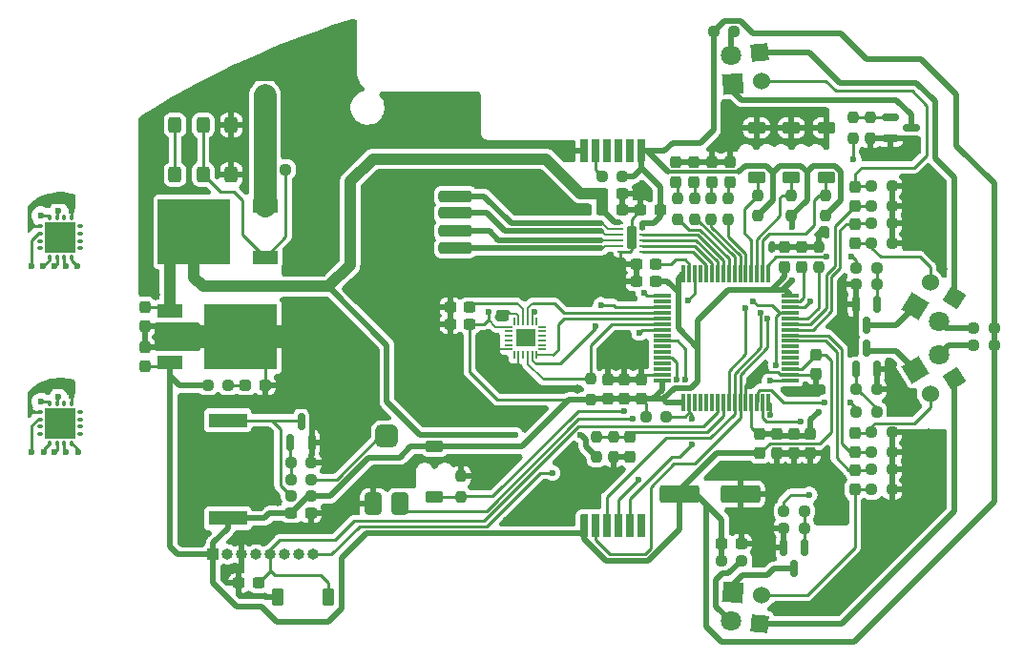
<source format=gtl>
G04 #@! TF.GenerationSoftware,KiCad,Pcbnew,6.0.7-f9a2dced07~116~ubuntu20.04.1*
G04 #@! TF.CreationDate,2022-11-16T16:32:29+09:00*
G04 #@! TF.ProjectId,ocelli,6f63656c-6c69-42e6-9b69-6361645f7063,rev?*
G04 #@! TF.SameCoordinates,Original*
G04 #@! TF.FileFunction,Copper,L1,Top*
G04 #@! TF.FilePolarity,Positive*
%FSLAX46Y46*%
G04 Gerber Fmt 4.6, Leading zero omitted, Abs format (unit mm)*
G04 Created by KiCad (PCBNEW 6.0.7-f9a2dced07~116~ubuntu20.04.1) date 2022-11-16 16:32:29*
%MOMM*%
%LPD*%
G01*
G04 APERTURE LIST*
G04 Aperture macros list*
%AMRoundRect*
0 Rectangle with rounded corners*
0 $1 Rounding radius*
0 $2 $3 $4 $5 $6 $7 $8 $9 X,Y pos of 4 corners*
0 Add a 4 corners polygon primitive as box body*
4,1,4,$2,$3,$4,$5,$6,$7,$8,$9,$2,$3,0*
0 Add four circle primitives for the rounded corners*
1,1,$1+$1,$2,$3*
1,1,$1+$1,$4,$5*
1,1,$1+$1,$6,$7*
1,1,$1+$1,$8,$9*
0 Add four rect primitives between the rounded corners*
20,1,$1+$1,$2,$3,$4,$5,0*
20,1,$1+$1,$4,$5,$6,$7,0*
20,1,$1+$1,$6,$7,$8,$9,0*
20,1,$1+$1,$8,$9,$2,$3,0*%
%AMRotRect*
0 Rectangle, with rotation*
0 The origin of the aperture is its center*
0 $1 length*
0 $2 width*
0 $3 Rotation angle, in degrees counterclockwise*
0 Add horizontal line*
21,1,$1,$2,0,0,$3*%
%AMOutline5P*
0 Free polygon, 5 corners , with rotation*
0 The origin of the aperture is its center*
0 number of corners: always 5*
0 $1 to $10 corner X, Y*
0 $11 Rotation angle, in degrees counterclockwise*
0 create outline with 5 corners*
4,1,5,$1,$2,$3,$4,$5,$6,$7,$8,$9,$10,$1,$2,$11*%
%AMOutline6P*
0 Free polygon, 6 corners , with rotation*
0 The origin of the aperture is its center*
0 number of corners: always 6*
0 $1 to $12 corner X, Y*
0 $13 Rotation angle, in degrees counterclockwise*
0 create outline with 6 corners*
4,1,6,$1,$2,$3,$4,$5,$6,$7,$8,$9,$10,$11,$12,$1,$2,$13*%
%AMOutline7P*
0 Free polygon, 7 corners , with rotation*
0 The origin of the aperture is its center*
0 number of corners: always 7*
0 $1 to $14 corner X, Y*
0 $15 Rotation angle, in degrees counterclockwise*
0 create outline with 7 corners*
4,1,7,$1,$2,$3,$4,$5,$6,$7,$8,$9,$10,$11,$12,$13,$14,$1,$2,$15*%
%AMOutline8P*
0 Free polygon, 8 corners , with rotation*
0 The origin of the aperture is its center*
0 number of corners: always 8*
0 $1 to $16 corner X, Y*
0 $17 Rotation angle, in degrees counterclockwise*
0 create outline with 8 corners*
4,1,8,$1,$2,$3,$4,$5,$6,$7,$8,$9,$10,$11,$12,$13,$14,$15,$16,$1,$2,$17*%
%AMFreePoly0*
4,1,14,0.266715,0.088284,0.363284,-0.008285,0.375000,-0.036569,0.375000,-0.060000,0.363284,-0.088284,0.335000,-0.100000,-0.335000,-0.100000,-0.363284,-0.088284,-0.375000,-0.060000,-0.375000,0.060000,-0.363284,0.088284,-0.335000,0.100000,0.238431,0.100000,0.266715,0.088284,0.266715,0.088284,$1*%
%AMFreePoly1*
4,1,14,0.363284,0.088284,0.375000,0.060000,0.375000,0.036569,0.363284,0.008285,0.266715,-0.088284,0.238431,-0.100000,-0.335000,-0.100000,-0.363284,-0.088284,-0.375000,-0.060000,-0.375000,0.060000,-0.363284,0.088284,-0.335000,0.100000,0.335000,0.100000,0.363284,0.088284,0.363284,0.088284,$1*%
%AMFreePoly2*
4,1,14,0.088284,0.363284,0.100000,0.335000,0.100000,-0.335000,0.088284,-0.363284,0.060000,-0.375000,-0.060000,-0.375000,-0.088284,-0.363284,-0.100000,-0.335000,-0.100000,0.238431,-0.088284,0.266715,0.008285,0.363284,0.036569,0.375000,0.060000,0.375000,0.088284,0.363284,0.088284,0.363284,$1*%
%AMFreePoly3*
4,1,14,-0.008285,0.363284,0.088284,0.266715,0.100000,0.238431,0.100000,-0.335000,0.088284,-0.363284,0.060000,-0.375000,-0.060000,-0.375000,-0.088284,-0.363284,-0.100000,-0.335000,-0.100000,0.335000,-0.088284,0.363284,-0.060000,0.375000,-0.036569,0.375000,-0.008285,0.363284,-0.008285,0.363284,$1*%
%AMFreePoly4*
4,1,14,0.363284,0.088284,0.375000,0.060000,0.375000,-0.060000,0.363284,-0.088284,0.335000,-0.100000,-0.238431,-0.100000,-0.266715,-0.088284,-0.363284,0.008285,-0.375000,0.036569,-0.375000,0.060000,-0.363284,0.088284,-0.335000,0.100000,0.335000,0.100000,0.363284,0.088284,0.363284,0.088284,$1*%
%AMFreePoly5*
4,1,14,0.363284,0.088284,0.375000,0.060000,0.375000,-0.060000,0.363284,-0.088284,0.335000,-0.100000,-0.335000,-0.100000,-0.363284,-0.088284,-0.375000,-0.060000,-0.375000,-0.036569,-0.363284,-0.008285,-0.266715,0.088284,-0.238431,0.100000,0.335000,0.100000,0.363284,0.088284,0.363284,0.088284,$1*%
%AMFreePoly6*
4,1,14,0.088284,0.363284,0.100000,0.335000,0.100000,-0.238431,0.088284,-0.266715,-0.008285,-0.363284,-0.036569,-0.375000,-0.060000,-0.375000,-0.088284,-0.363284,-0.100000,-0.335000,-0.100000,0.335000,-0.088284,0.363284,-0.060000,0.375000,0.060000,0.375000,0.088284,0.363284,0.088284,0.363284,$1*%
%AMFreePoly7*
4,1,14,0.088284,0.363284,0.100000,0.335000,0.100000,-0.335000,0.088284,-0.363284,0.060000,-0.375000,0.036569,-0.375000,0.008285,-0.363284,-0.088284,-0.266715,-0.100000,-0.238431,-0.100000,0.335000,-0.088284,0.363284,-0.060000,0.375000,0.060000,0.375000,0.088284,0.363284,0.088284,0.363284,$1*%
G04 Aperture macros list end*
G04 #@! TA.AperFunction,SMDPad,CuDef*
%ADD10RoundRect,0.262500X0.537500X-0.262500X0.537500X0.262500X-0.537500X0.262500X-0.537500X-0.262500X0*%
G04 #@! TD*
G04 #@! TA.AperFunction,SMDPad,CuDef*
%ADD11RoundRect,0.237500X0.250000X0.237500X-0.250000X0.237500X-0.250000X-0.237500X0.250000X-0.237500X0*%
G04 #@! TD*
G04 #@! TA.AperFunction,ComponentPad*
%ADD12C,1.500000*%
G04 #@! TD*
G04 #@! TA.AperFunction,SMDPad,CuDef*
%ADD13RoundRect,0.237500X-0.300000X-0.237500X0.300000X-0.237500X0.300000X0.237500X-0.300000X0.237500X0*%
G04 #@! TD*
G04 #@! TA.AperFunction,SMDPad,CuDef*
%ADD14R,2.200000X1.200000*%
G04 #@! TD*
G04 #@! TA.AperFunction,SMDPad,CuDef*
%ADD15R,6.400000X5.800000*%
G04 #@! TD*
G04 #@! TA.AperFunction,SMDPad,CuDef*
%ADD16RoundRect,0.237500X0.300000X0.237500X-0.300000X0.237500X-0.300000X-0.237500X0.300000X-0.237500X0*%
G04 #@! TD*
G04 #@! TA.AperFunction,SMDPad,CuDef*
%ADD17RoundRect,0.237500X-0.250000X-0.237500X0.250000X-0.237500X0.250000X0.237500X-0.250000X0.237500X0*%
G04 #@! TD*
G04 #@! TA.AperFunction,SMDPad,CuDef*
%ADD18RoundRect,0.237500X0.237500X-0.250000X0.237500X0.250000X-0.237500X0.250000X-0.237500X-0.250000X0*%
G04 #@! TD*
G04 #@! TA.AperFunction,ComponentPad*
%ADD19RotRect,1.524000X1.524000X31.800000*%
G04 #@! TD*
G04 #@! TA.AperFunction,ComponentPad*
%ADD20C,1.524000*%
G04 #@! TD*
G04 #@! TA.AperFunction,SMDPad,CuDef*
%ADD21RoundRect,0.075000X0.075000X-0.700000X0.075000X0.700000X-0.075000X0.700000X-0.075000X-0.700000X0*%
G04 #@! TD*
G04 #@! TA.AperFunction,SMDPad,CuDef*
%ADD22RoundRect,0.075000X0.700000X-0.075000X0.700000X0.075000X-0.700000X0.075000X-0.700000X-0.075000X0*%
G04 #@! TD*
G04 #@! TA.AperFunction,SMDPad,CuDef*
%ADD23Outline5P,-0.350000X0.860000X-0.210000X1.000000X0.350000X1.000000X0.350000X-1.000000X-0.350000X-1.000000X0.000000*%
G04 #@! TD*
G04 #@! TA.AperFunction,SMDPad,CuDef*
%ADD24R,0.700000X2.000000*%
G04 #@! TD*
G04 #@! TA.AperFunction,SMDPad,CuDef*
%ADD25RoundRect,0.400000X-0.400000X-0.600000X0.400000X-0.600000X0.400000X0.600000X-0.400000X0.600000X0*%
G04 #@! TD*
G04 #@! TA.AperFunction,SMDPad,CuDef*
%ADD26RoundRect,0.500000X-0.500000X-0.500000X0.500000X-0.500000X0.500000X0.500000X-0.500000X0.500000X0*%
G04 #@! TD*
G04 #@! TA.AperFunction,SMDPad,CuDef*
%ADD27RoundRect,0.300000X0.300000X0.400000X-0.300000X0.400000X-0.300000X-0.400000X0.300000X-0.400000X0*%
G04 #@! TD*
G04 #@! TA.AperFunction,ComponentPad*
%ADD28RotRect,1.800000X1.800000X95.000000*%
G04 #@! TD*
G04 #@! TA.AperFunction,ComponentPad*
%ADD29C,1.800000*%
G04 #@! TD*
G04 #@! TA.AperFunction,SMDPad,CuDef*
%ADD30RoundRect,0.237500X-0.237500X0.250000X-0.237500X-0.250000X0.237500X-0.250000X0.237500X0.250000X0*%
G04 #@! TD*
G04 #@! TA.AperFunction,SMDPad,CuDef*
%ADD31RoundRect,0.062500X-0.187500X-0.062500X0.187500X-0.062500X0.187500X0.062500X-0.187500X0.062500X0*%
G04 #@! TD*
G04 #@! TA.AperFunction,SMDPad,CuDef*
%ADD32RoundRect,0.225000X-0.225000X-0.775000X0.225000X-0.775000X0.225000X0.775000X-0.225000X0.775000X0*%
G04 #@! TD*
G04 #@! TA.AperFunction,ComponentPad*
%ADD33R,1.000000X1.000000*%
G04 #@! TD*
G04 #@! TA.AperFunction,ComponentPad*
%ADD34O,1.000000X1.000000*%
G04 #@! TD*
G04 #@! TA.AperFunction,SMDPad,CuDef*
%ADD35RoundRect,0.150000X-0.150000X0.587500X-0.150000X-0.587500X0.150000X-0.587500X0.150000X0.587500X0*%
G04 #@! TD*
G04 #@! TA.AperFunction,SMDPad,CuDef*
%ADD36RoundRect,0.237500X0.237500X-0.300000X0.237500X0.300000X-0.237500X0.300000X-0.237500X-0.300000X0*%
G04 #@! TD*
G04 #@! TA.AperFunction,SMDPad,CuDef*
%ADD37RoundRect,0.237500X-0.237500X0.300000X-0.237500X-0.300000X0.237500X-0.300000X0.237500X0.300000X0*%
G04 #@! TD*
G04 #@! TA.AperFunction,SMDPad,CuDef*
%ADD38RoundRect,0.150000X0.150000X-0.587500X0.150000X0.587500X-0.150000X0.587500X-0.150000X-0.587500X0*%
G04 #@! TD*
G04 #@! TA.AperFunction,ComponentPad*
%ADD39RotRect,1.524000X1.524000X95.000000*%
G04 #@! TD*
G04 #@! TA.AperFunction,ComponentPad*
%ADD40RotRect,1.800000X1.800000X85.000000*%
G04 #@! TD*
G04 #@! TA.AperFunction,ComponentPad*
%ADD41RotRect,1.524000X1.524000X85.000000*%
G04 #@! TD*
G04 #@! TA.AperFunction,SMDPad,CuDef*
%ADD42RoundRect,0.262500X-0.537500X0.262500X-0.537500X-0.262500X0.537500X-0.262500X0.537500X0.262500X0*%
G04 #@! TD*
G04 #@! TA.AperFunction,SMDPad,CuDef*
%ADD43RoundRect,0.250000X-1.250000X0.250000X-1.250000X-0.250000X1.250000X-0.250000X1.250000X0.250000X0*%
G04 #@! TD*
G04 #@! TA.AperFunction,SMDPad,CuDef*
%ADD44RoundRect,0.237500X-0.237500X0.287500X-0.237500X-0.287500X0.237500X-0.287500X0.237500X0.287500X0*%
G04 #@! TD*
G04 #@! TA.AperFunction,SMDPad,CuDef*
%ADD45RoundRect,0.250000X-1.500000X-0.550000X1.500000X-0.550000X1.500000X0.550000X-1.500000X0.550000X0*%
G04 #@! TD*
G04 #@! TA.AperFunction,SMDPad,CuDef*
%ADD46R,3.400000X1.300000*%
G04 #@! TD*
G04 #@! TA.AperFunction,ComponentPad*
%ADD47RotRect,1.800000X1.800000X148.200000*%
G04 #@! TD*
G04 #@! TA.AperFunction,SMDPad,CuDef*
%ADD48RoundRect,0.100000X0.100000X-0.125000X0.100000X0.125000X-0.100000X0.125000X-0.100000X-0.125000X0*%
G04 #@! TD*
G04 #@! TA.AperFunction,SMDPad,CuDef*
%ADD49RoundRect,0.100000X0.125000X-0.100000X0.125000X0.100000X-0.125000X0.100000X-0.125000X-0.100000X0*%
G04 #@! TD*
G04 #@! TA.AperFunction,SMDPad,CuDef*
%ADD50R,2.700000X2.700000*%
G04 #@! TD*
G04 #@! TA.AperFunction,SMDPad,CuDef*
%ADD51RoundRect,0.237500X0.237500X-0.287500X0.237500X0.287500X-0.237500X0.287500X-0.237500X-0.287500X0*%
G04 #@! TD*
G04 #@! TA.AperFunction,ComponentPad*
%ADD52RotRect,1.800000X1.800000X31.800000*%
G04 #@! TD*
G04 #@! TA.AperFunction,SMDPad,CuDef*
%ADD53Outline5P,-0.350000X0.860000X-0.210000X1.000000X0.350000X1.000000X0.350000X-1.000000X-0.350000X-1.000000X180.000000*%
G04 #@! TD*
G04 #@! TA.AperFunction,SMDPad,CuDef*
%ADD54RoundRect,0.150000X-0.587500X-0.150000X0.587500X-0.150000X0.587500X0.150000X-0.587500X0.150000X0*%
G04 #@! TD*
G04 #@! TA.AperFunction,SMDPad,CuDef*
%ADD55RoundRect,0.262500X0.262500X0.537500X-0.262500X0.537500X-0.262500X-0.537500X0.262500X-0.537500X0*%
G04 #@! TD*
G04 #@! TA.AperFunction,SMDPad,CuDef*
%ADD56FreePoly0,180.000000*%
G04 #@! TD*
G04 #@! TA.AperFunction,SMDPad,CuDef*
%ADD57RoundRect,0.050000X0.325000X0.050000X-0.325000X0.050000X-0.325000X-0.050000X0.325000X-0.050000X0*%
G04 #@! TD*
G04 #@! TA.AperFunction,SMDPad,CuDef*
%ADD58FreePoly1,180.000000*%
G04 #@! TD*
G04 #@! TA.AperFunction,SMDPad,CuDef*
%ADD59FreePoly2,180.000000*%
G04 #@! TD*
G04 #@! TA.AperFunction,SMDPad,CuDef*
%ADD60RoundRect,0.050000X0.050000X0.325000X-0.050000X0.325000X-0.050000X-0.325000X0.050000X-0.325000X0*%
G04 #@! TD*
G04 #@! TA.AperFunction,SMDPad,CuDef*
%ADD61FreePoly3,180.000000*%
G04 #@! TD*
G04 #@! TA.AperFunction,SMDPad,CuDef*
%ADD62FreePoly4,180.000000*%
G04 #@! TD*
G04 #@! TA.AperFunction,SMDPad,CuDef*
%ADD63FreePoly5,180.000000*%
G04 #@! TD*
G04 #@! TA.AperFunction,SMDPad,CuDef*
%ADD64FreePoly6,180.000000*%
G04 #@! TD*
G04 #@! TA.AperFunction,SMDPad,CuDef*
%ADD65FreePoly7,180.000000*%
G04 #@! TD*
G04 #@! TA.AperFunction,SMDPad,CuDef*
%ADD66R,1.750000X1.600000*%
G04 #@! TD*
G04 #@! TA.AperFunction,SMDPad,CuDef*
%ADD67RoundRect,0.237500X0.287500X0.237500X-0.287500X0.237500X-0.287500X-0.237500X0.287500X-0.237500X0*%
G04 #@! TD*
G04 #@! TA.AperFunction,ComponentPad*
%ADD68RotRect,1.524000X1.524000X148.200000*%
G04 #@! TD*
G04 #@! TA.AperFunction,ViaPad*
%ADD69C,0.800000*%
G04 #@! TD*
G04 #@! TA.AperFunction,ViaPad*
%ADD70C,0.600000*%
G04 #@! TD*
G04 #@! TA.AperFunction,Conductor*
%ADD71C,2.000000*%
G04 #@! TD*
G04 #@! TA.AperFunction,Conductor*
%ADD72C,0.250000*%
G04 #@! TD*
G04 #@! TA.AperFunction,Conductor*
%ADD73C,0.200000*%
G04 #@! TD*
G04 #@! TA.AperFunction,Conductor*
%ADD74C,1.500000*%
G04 #@! TD*
G04 #@! TA.AperFunction,Conductor*
%ADD75C,0.500000*%
G04 #@! TD*
G04 #@! TA.AperFunction,Conductor*
%ADD76C,0.300000*%
G04 #@! TD*
G04 #@! TA.AperFunction,Conductor*
%ADD77C,1.000000*%
G04 #@! TD*
G04 APERTURE END LIST*
D10*
X167600000Y-86225000D03*
X167600000Y-81775000D03*
D11*
X175162500Y-95700000D03*
X173337500Y-95700000D03*
D12*
X120900000Y-78900000D03*
X120900000Y-76900000D03*
D13*
X154237500Y-89100000D03*
X155962500Y-89100000D03*
D11*
X168762500Y-115800000D03*
X166937500Y-115800000D03*
D14*
X112464000Y-98050000D03*
D15*
X118764000Y-100330000D03*
D14*
X112464000Y-102610000D03*
D16*
X155562500Y-93900000D03*
X153837500Y-93900000D03*
D17*
X173337500Y-105000000D03*
X175162500Y-105000000D03*
D18*
X164600000Y-89612500D03*
X164600000Y-87787500D03*
D16*
X139062500Y-97700000D03*
X137337500Y-97700000D03*
D19*
X182055454Y-104088860D03*
D20*
X179896727Y-105427328D03*
D16*
X152562500Y-87600000D03*
X150837500Y-87600000D03*
D21*
X158050000Y-106125000D03*
X158550000Y-106125000D03*
X159050000Y-106125000D03*
X159550000Y-106125000D03*
X160050000Y-106125000D03*
X160550000Y-106125000D03*
X161050000Y-106125000D03*
X161550000Y-106125000D03*
X162050000Y-106125000D03*
X162550000Y-106125000D03*
X163050000Y-106125000D03*
X163550000Y-106125000D03*
X164050000Y-106125000D03*
X164550000Y-106125000D03*
X165050000Y-106125000D03*
X165550000Y-106125000D03*
D22*
X167475000Y-104200000D03*
X167475000Y-103700000D03*
X167475000Y-103200000D03*
X167475000Y-102700000D03*
X167475000Y-102200000D03*
X167475000Y-101700000D03*
X167475000Y-101200000D03*
X167475000Y-100700000D03*
X167475000Y-100200000D03*
X167475000Y-99700000D03*
X167475000Y-99200000D03*
X167475000Y-98700000D03*
X167475000Y-98200000D03*
X167475000Y-97700000D03*
X167475000Y-97200000D03*
X167475000Y-96700000D03*
D21*
X165550000Y-94775000D03*
X165050000Y-94775000D03*
X164550000Y-94775000D03*
X164050000Y-94775000D03*
X163550000Y-94775000D03*
X163050000Y-94775000D03*
X162550000Y-94775000D03*
X162050000Y-94775000D03*
X161550000Y-94775000D03*
X161050000Y-94775000D03*
X160550000Y-94775000D03*
X160050000Y-94775000D03*
X159550000Y-94775000D03*
X159050000Y-94775000D03*
X158550000Y-94775000D03*
X158050000Y-94775000D03*
D22*
X156125000Y-96700000D03*
X156125000Y-97200000D03*
X156125000Y-97700000D03*
X156125000Y-98200000D03*
X156125000Y-98700000D03*
X156125000Y-99200000D03*
X156125000Y-99700000D03*
X156125000Y-100200000D03*
X156125000Y-100700000D03*
X156125000Y-101200000D03*
X156125000Y-101700000D03*
X156125000Y-102200000D03*
X156125000Y-102700000D03*
X156125000Y-103200000D03*
X156125000Y-103700000D03*
X156125000Y-104200000D03*
D11*
X168762500Y-117300000D03*
X166937500Y-117300000D03*
D23*
X149200000Y-117050000D03*
D24*
X150216000Y-117050000D03*
X151232000Y-117050000D03*
X152248000Y-117050000D03*
X153264000Y-117050000D03*
X154280000Y-117050000D03*
D25*
X132875000Y-115150000D03*
D26*
X131700000Y-109150000D03*
D25*
X130525000Y-115150000D03*
D27*
X117912000Y-81520000D03*
X117912000Y-85920000D03*
X115412000Y-81520000D03*
X115412000Y-85920000D03*
X112912000Y-85920000D03*
X112912000Y-81520000D03*
D28*
X162453152Y-77860171D03*
D29*
X162231776Y-75329836D03*
D30*
X174600000Y-80887500D03*
X174600000Y-82712500D03*
D31*
X152450000Y-90250000D03*
X152450000Y-90750000D03*
X152450000Y-91250000D03*
X152450000Y-91750000D03*
X152450000Y-92250000D03*
X152450000Y-92750000D03*
D32*
X153400000Y-91500000D03*
D31*
X154350000Y-92750000D03*
X154350000Y-92250000D03*
X154350000Y-91750000D03*
X154350000Y-91250000D03*
X154350000Y-90750000D03*
X154350000Y-90250000D03*
D33*
X116300000Y-119650000D03*
D34*
X117570000Y-119650000D03*
X118840000Y-119650000D03*
X120110000Y-119650000D03*
X121380000Y-119650000D03*
X122650000Y-119650000D03*
X123920000Y-119650000D03*
X125190000Y-119650000D03*
D35*
X168800000Y-119062500D03*
X166900000Y-119062500D03*
X167850000Y-120937500D03*
D30*
X151800000Y-109187500D03*
X151800000Y-111012500D03*
D36*
X168500000Y-94112500D03*
X168500000Y-92387500D03*
D17*
X174728500Y-110600000D03*
X176553500Y-110600000D03*
D10*
X170700000Y-86225000D03*
X170700000Y-81775000D03*
D16*
X152562500Y-89100000D03*
X150837500Y-89100000D03*
D37*
X167800000Y-108937500D03*
X167800000Y-110662500D03*
D18*
X159000000Y-89912500D03*
X159000000Y-88087500D03*
D36*
X173228000Y-113875500D03*
X173228000Y-112150500D03*
D11*
X156512500Y-107400000D03*
X154687500Y-107400000D03*
D36*
X169799000Y-103662500D03*
X169799000Y-101937500D03*
D38*
X173300000Y-103237500D03*
X175200000Y-103237500D03*
X174250000Y-101362500D03*
D37*
X166300000Y-108937500D03*
X166300000Y-110662500D03*
D39*
X164762111Y-75108461D03*
D20*
X164983487Y-77638796D03*
D40*
X162452281Y-123049792D03*
D29*
X162230905Y-125580127D03*
D37*
X151300000Y-104137500D03*
X151300000Y-105862500D03*
D36*
X173228000Y-92026500D03*
X173228000Y-90301500D03*
D41*
X164761240Y-125801503D03*
D20*
X164982616Y-123271168D03*
D17*
X174728500Y-86975000D03*
X176553500Y-86975000D03*
D42*
X135950000Y-110075000D03*
X135950000Y-114525000D03*
D43*
X137800000Y-87850000D03*
X137800000Y-89350000D03*
D44*
X160550000Y-84823000D03*
X160550000Y-86573000D03*
D17*
X174728500Y-92053000D03*
X176553500Y-92053000D03*
D18*
X157500000Y-89912500D03*
X157500000Y-88087500D03*
X149800000Y-105912500D03*
X149800000Y-104087500D03*
D13*
X153837500Y-95400000D03*
X155562500Y-95400000D03*
D11*
X185570500Y-101092000D03*
X183745500Y-101092000D03*
D18*
X150300000Y-111012500D03*
X150300000Y-109187500D03*
D37*
X173228000Y-86999500D03*
X173228000Y-88724500D03*
D44*
X157350000Y-84823000D03*
X157350000Y-86573000D03*
D11*
X122737000Y-85470000D03*
X120912000Y-85470000D03*
D38*
X123150000Y-109737500D03*
X125050000Y-109737500D03*
X124100000Y-107862500D03*
D17*
X123187500Y-111500000D03*
X125012500Y-111500000D03*
D10*
X164500000Y-86225000D03*
X164500000Y-81775000D03*
D18*
X170600000Y-89612500D03*
X170600000Y-87787500D03*
D17*
X115814500Y-104648000D03*
X117639500Y-104648000D03*
D45*
X157700000Y-114300000D03*
X163100000Y-114300000D03*
D11*
X125012500Y-114500000D03*
X123187500Y-114500000D03*
D46*
X117600000Y-116450000D03*
X117600000Y-107750000D03*
D13*
X123237500Y-116000000D03*
X124962500Y-116000000D03*
D43*
X137800000Y-90950000D03*
X137800000Y-92450000D03*
D47*
X178566759Y-97636671D03*
D29*
X180725486Y-98975139D03*
D37*
X169300000Y-108937500D03*
X169300000Y-110662500D03*
D17*
X150787500Y-86100000D03*
X152612500Y-86100000D03*
D48*
X101775000Y-109775000D03*
X102425000Y-109775000D03*
X103075000Y-109775000D03*
X103725000Y-109775000D03*
D49*
X104525000Y-108975000D03*
X104525000Y-108325000D03*
X104525000Y-107675000D03*
X104525000Y-107025000D03*
D48*
X103725000Y-106225000D03*
X103075000Y-106225000D03*
X102425000Y-106225000D03*
X101775000Y-106225000D03*
D49*
X100975000Y-107025000D03*
X100975000Y-107675000D03*
X100975000Y-108325000D03*
X100975000Y-108975000D03*
D50*
X102750000Y-108000000D03*
D13*
X161437500Y-118700000D03*
X163162500Y-118700000D03*
D11*
X185570500Y-99568000D03*
X183745500Y-99568000D03*
D37*
X154300000Y-104137500D03*
X154300000Y-105862500D03*
X110244000Y-97689500D03*
X110244000Y-99414500D03*
D17*
X173337500Y-107000000D03*
X175162500Y-107000000D03*
D18*
X170000000Y-94162500D03*
X170000000Y-92337500D03*
D17*
X160687500Y-73250000D03*
X162512500Y-73250000D03*
D18*
X167600000Y-89612500D03*
X167600000Y-87787500D03*
X162000000Y-89912500D03*
X162000000Y-88087500D03*
D17*
X161387500Y-120200000D03*
X163212500Y-120200000D03*
D44*
X158950000Y-84823000D03*
X158950000Y-86573000D03*
D51*
X164800000Y-110675000D03*
X164800000Y-108925000D03*
D52*
X178558260Y-103268599D03*
D29*
X180716987Y-101930131D03*
D44*
X162150000Y-84823000D03*
X162150000Y-86573000D03*
D35*
X175200000Y-97462500D03*
X173300000Y-97462500D03*
X174250000Y-99337500D03*
D17*
X174728500Y-112124000D03*
X176553500Y-112124000D03*
D14*
X120912000Y-93300000D03*
D15*
X114612000Y-91020000D03*
D14*
X120912000Y-88740000D03*
D17*
X123187500Y-113000000D03*
X125012500Y-113000000D03*
D53*
X154280000Y-83850000D03*
D24*
X153264000Y-83850000D03*
X152248000Y-83850000D03*
X151232000Y-83850000D03*
X150216000Y-83850000D03*
X149200000Y-83850000D03*
D17*
X174728500Y-108822000D03*
X176553500Y-108822000D03*
D48*
X101775000Y-93275000D03*
X102425000Y-93275000D03*
X103075000Y-93275000D03*
X103725000Y-93275000D03*
D49*
X104525000Y-92475000D03*
X104525000Y-91825000D03*
X104525000Y-91175000D03*
X104525000Y-90525000D03*
D48*
X103725000Y-89725000D03*
X103075000Y-89725000D03*
X102425000Y-89725000D03*
X101775000Y-89725000D03*
D49*
X100975000Y-90525000D03*
X100975000Y-91175000D03*
X100975000Y-91825000D03*
X100975000Y-92475000D03*
D50*
X102750000Y-91500000D03*
D17*
X173337500Y-94200000D03*
X175162500Y-94200000D03*
D18*
X160500000Y-89912500D03*
X160500000Y-88087500D03*
D30*
X173100000Y-80887500D03*
X173100000Y-82712500D03*
D17*
X174728500Y-88750000D03*
X176553500Y-88750000D03*
D37*
X167000000Y-92387500D03*
X167000000Y-94112500D03*
D17*
X174728500Y-90275000D03*
X176553500Y-90275000D03*
D54*
X176362500Y-80850000D03*
X176362500Y-82750000D03*
X178237500Y-81800000D03*
D17*
X174728500Y-113902000D03*
X176553500Y-113902000D03*
D18*
X138300000Y-114512500D03*
X138300000Y-112687500D03*
D37*
X153300000Y-109237500D03*
X153300000Y-110962500D03*
D55*
X126475000Y-123400000D03*
X122025000Y-123400000D03*
D16*
X120312500Y-122200000D03*
X118587500Y-122200000D03*
D56*
X145500000Y-101450000D03*
D57*
X145500000Y-101050000D03*
X145500000Y-100650000D03*
X145500000Y-100250000D03*
X145500000Y-99850000D03*
D58*
X145500000Y-99450000D03*
D59*
X145000000Y-98950000D03*
D60*
X144600000Y-98950000D03*
X144200000Y-98950000D03*
X143800000Y-98950000D03*
X143400000Y-98950000D03*
D61*
X143000000Y-98950000D03*
D62*
X142500000Y-99450000D03*
D57*
X142500000Y-99850000D03*
X142500000Y-100250000D03*
X142500000Y-100650000D03*
X142500000Y-101050000D03*
D63*
X142500000Y-101450000D03*
D64*
X143000000Y-101950000D03*
D60*
X143400000Y-101950000D03*
X143800000Y-101950000D03*
X144200000Y-101950000D03*
X144600000Y-101950000D03*
D65*
X145000000Y-101950000D03*
D66*
X144000000Y-100450000D03*
D16*
X139062500Y-99200000D03*
X137337500Y-99200000D03*
D37*
X173228000Y-108848500D03*
X173228000Y-110573500D03*
D67*
X120904000Y-104648000D03*
X119154000Y-104648000D03*
D36*
X110244000Y-102970500D03*
X110244000Y-101245500D03*
D37*
X152800000Y-104137500D03*
X152800000Y-105862500D03*
D68*
X182063955Y-96816412D03*
D20*
X179905228Y-95477944D03*
D69*
X130600000Y-101950000D03*
D70*
X153400000Y-91500000D03*
D69*
X167450000Y-105150000D03*
X152100000Y-100150000D03*
X121350000Y-102600000D03*
X122950000Y-117300000D03*
X127050000Y-87150000D03*
X111150000Y-96600000D03*
X131350000Y-107300000D03*
X174150000Y-115150000D03*
X148650000Y-104950000D03*
D70*
X142200000Y-98400000D03*
X153400000Y-90800000D03*
D69*
X170550000Y-83050000D03*
X172300000Y-115150000D03*
X132750000Y-101950000D03*
X143950000Y-107950000D03*
X181000000Y-94300000D03*
X119100000Y-87050000D03*
X166450000Y-124450000D03*
X114150000Y-87250000D03*
X140000000Y-101900000D03*
X129850000Y-87150000D03*
X124000000Y-105200000D03*
X130700000Y-98500000D03*
X117350000Y-121500000D03*
X113600000Y-118500000D03*
X148100000Y-88950000D03*
X116150000Y-102600000D03*
X173050000Y-101050000D03*
X118764000Y-100330000D03*
X164700000Y-103450000D03*
X142350000Y-116700000D03*
X143050000Y-111200000D03*
D70*
X172150000Y-98000000D03*
D69*
X129200000Y-100050000D03*
X122950000Y-94450000D03*
D70*
X153400000Y-92200000D03*
D69*
X116200000Y-98100000D03*
X122000000Y-114950000D03*
D70*
X154275500Y-117050000D03*
X143400000Y-104250000D03*
D69*
X179800000Y-108900000D03*
X121350000Y-98050000D03*
X146950000Y-111400000D03*
X149650000Y-93550000D03*
X137900000Y-111150000D03*
X145450000Y-106850000D03*
X148050000Y-83850000D03*
X132750000Y-104350000D03*
X126300000Y-107550000D03*
X118650000Y-114950000D03*
X113550000Y-105750000D03*
D70*
X166200000Y-92400000D03*
D69*
X122750000Y-97200000D03*
X175650000Y-84100000D03*
X163100000Y-114300000D03*
X149550000Y-97300000D03*
X161800000Y-81750000D03*
X138100000Y-101900000D03*
X176350000Y-102700000D03*
D70*
X167700000Y-90575500D03*
X167700000Y-95300000D03*
X144799500Y-98094116D03*
X140700000Y-98100000D03*
X148900000Y-109050000D03*
X143100000Y-109050000D03*
X103700000Y-105550000D03*
X101000000Y-106100000D03*
X103725000Y-89175000D03*
X101000000Y-89550000D03*
X102564977Y-105662642D03*
X100210000Y-110600000D03*
X102580226Y-89148830D03*
X100210000Y-94100000D03*
X170000000Y-107000000D03*
X153264000Y-83850000D03*
X165500000Y-98750000D03*
X164850000Y-98200000D03*
X152248000Y-83850000D03*
X166202723Y-102825500D03*
X151232000Y-83850000D03*
X154000000Y-113050000D03*
X164200000Y-97150000D03*
X150216000Y-83850000D03*
X163550000Y-97750000D03*
X158750000Y-107600000D03*
X158750000Y-109924500D03*
X101250000Y-110600000D03*
X102250000Y-110600000D03*
X103258000Y-110600000D03*
X104300000Y-110600000D03*
X101226000Y-94100000D03*
X102242000Y-94100000D03*
X103269437Y-94100000D03*
X104274000Y-94100000D03*
X154500000Y-96400000D03*
X158400000Y-97100000D03*
X154100000Y-100000000D03*
X165675000Y-104200000D03*
X146400000Y-112400000D03*
X165674500Y-107275500D03*
X170525500Y-106150000D03*
X172800000Y-106150000D03*
X172900000Y-93250000D03*
X170750000Y-93250000D03*
X168400000Y-107900000D03*
X169200000Y-114350000D03*
X173100000Y-84600000D03*
X169300000Y-97200000D03*
X152800000Y-106900000D03*
X157400497Y-104100000D03*
X153500000Y-107600000D03*
X158200000Y-104100000D03*
X150200000Y-99400000D03*
X150700000Y-97500000D03*
D71*
X120912000Y-78912000D02*
X120912000Y-85470000D01*
X120912000Y-85470000D02*
X120912000Y-88740000D01*
X120900000Y-78900000D02*
X120912000Y-78912000D01*
D72*
X113392500Y-101245500D02*
X114308000Y-100330000D01*
D73*
X143400000Y-98474167D02*
X143400000Y-98950000D01*
D72*
X166212500Y-92387500D02*
X167000000Y-92387500D01*
X164700000Y-103450000D02*
X163550000Y-104600000D01*
X174600000Y-82712500D02*
X176325000Y-82712500D01*
X153400000Y-91500000D02*
X153400000Y-90800000D01*
D74*
X120900000Y-76900000D02*
X120900000Y-76000000D01*
D72*
X154737500Y-103700000D02*
X154300000Y-104137500D01*
X167475000Y-103700000D02*
X169761500Y-103700000D01*
X166634315Y-103700000D02*
X167475000Y-103700000D01*
D73*
X142500000Y-101450000D02*
X140950000Y-101450000D01*
D72*
X176553500Y-88750000D02*
X176553500Y-90275000D01*
X153400000Y-89937500D02*
X154237500Y-89100000D01*
X121350000Y-102600000D02*
X120900000Y-103050000D01*
X152450000Y-92750000D02*
X152450000Y-93500000D01*
X169761500Y-103700000D02*
X169799000Y-103662500D01*
X167800000Y-110862500D02*
X169300000Y-110862500D01*
X153400000Y-92600000D02*
X153250000Y-92750000D01*
X167000000Y-92387500D02*
X168500000Y-92387500D01*
D74*
X122450000Y-77400000D02*
X121950000Y-76900000D01*
D72*
X173300000Y-97462500D02*
X173300000Y-95737500D01*
X163550000Y-104600000D02*
X163550000Y-106125000D01*
D74*
X121950000Y-76900000D02*
X120900000Y-76900000D01*
D72*
X153400000Y-92200000D02*
X153400000Y-91500000D01*
X166384315Y-103450000D02*
X166634315Y-103700000D01*
D71*
X114308000Y-100330000D02*
X118764000Y-100330000D01*
D72*
X176553500Y-112124000D02*
X176553500Y-113902000D01*
X120900000Y-104644000D02*
X120904000Y-104648000D01*
D71*
X124930000Y-100330000D02*
X124950000Y-100350000D01*
D72*
X154237500Y-89100000D02*
X152562500Y-89100000D01*
X166306000Y-110844500D02*
X167830000Y-110844500D01*
D74*
X119850000Y-76900000D02*
X118450000Y-78300000D01*
D72*
X169950000Y-92387500D02*
X170000000Y-92337500D01*
X156125000Y-103700000D02*
X154737500Y-103700000D01*
D74*
X120900000Y-76900000D02*
X119850000Y-76900000D01*
D72*
X110244000Y-101245500D02*
X113392500Y-101245500D01*
X176553500Y-108822000D02*
X176553500Y-110600000D01*
X168500000Y-92387500D02*
X169950000Y-92387500D01*
X153400000Y-90800000D02*
X153400000Y-89937500D01*
X118587500Y-122937500D02*
X119050000Y-123400000D01*
X120900000Y-103050000D02*
X120900000Y-104644000D01*
X113392500Y-99414500D02*
X114308000Y-100330000D01*
X153250000Y-92750000D02*
X152450000Y-92750000D01*
X176325000Y-82712500D02*
X176362500Y-82750000D01*
D73*
X143200833Y-98275000D02*
X143400000Y-98474167D01*
D72*
X176553500Y-110600000D02*
X176553500Y-112124000D01*
X110244000Y-99414500D02*
X113392500Y-99414500D01*
X176553500Y-90275000D02*
X176553500Y-92053000D01*
X164700000Y-103450000D02*
X166384315Y-103450000D01*
X166200000Y-92400000D02*
X166212500Y-92387500D01*
X119050000Y-123400000D02*
X122025000Y-123400000D01*
D71*
X118764000Y-100330000D02*
X124930000Y-100330000D01*
D72*
X173300000Y-95737500D02*
X173337500Y-95700000D01*
X176553500Y-86975000D02*
X176553500Y-88750000D01*
X175200000Y-105162500D02*
X175162500Y-105200000D01*
X118587500Y-122200000D02*
X118587500Y-122937500D01*
X152450000Y-93500000D02*
X152850000Y-93900000D01*
D73*
X143400000Y-101950000D02*
X143400000Y-104250000D01*
D72*
X175200000Y-103437500D02*
X175200000Y-105162500D01*
X152562500Y-87600000D02*
X152562500Y-89100000D01*
X152850000Y-93900000D02*
X153837500Y-93900000D01*
D73*
X142325000Y-98275000D02*
X143200833Y-98275000D01*
D72*
X153400000Y-92200000D02*
X153400000Y-92600000D01*
D73*
X142200000Y-98400000D02*
X142325000Y-98275000D01*
D72*
X175000000Y-108000000D02*
X178500000Y-108000000D01*
X178500000Y-108000000D02*
X179896727Y-106603273D01*
X174702000Y-108848500D02*
X174728500Y-108822000D01*
X174728500Y-108271500D02*
X175000000Y-108000000D01*
X173228000Y-108848500D02*
X174702000Y-108848500D01*
X174728500Y-108822000D02*
X174728500Y-108271500D01*
X179896727Y-106603273D02*
X179896727Y-105427328D01*
X174702000Y-110573500D02*
X174728500Y-110600000D01*
X172050000Y-101400000D02*
X170850000Y-100200000D01*
X173228000Y-110573500D02*
X172823500Y-110573500D01*
X173228000Y-110573500D02*
X174702000Y-110573500D01*
X170850000Y-100200000D02*
X167475000Y-100200000D01*
X172823500Y-110573500D02*
X172050000Y-109800000D01*
X172050000Y-109800000D02*
X172050000Y-101400000D01*
D75*
X112464000Y-118964000D02*
X113150000Y-119650000D01*
X130100000Y-111050000D02*
X132850000Y-111050000D01*
X121300000Y-116000000D02*
X123237500Y-116000000D01*
X165950000Y-85750000D02*
X165350000Y-85150000D01*
D72*
X154687500Y-107400000D02*
X154687500Y-106250000D01*
D75*
X168450000Y-85150000D02*
X169000000Y-85700000D01*
X149850000Y-105862500D02*
X149800000Y-105912500D01*
X129900000Y-117800000D02*
X149200000Y-117800000D01*
X154280000Y-85425000D02*
X153605000Y-86100000D01*
X165850000Y-96150000D02*
X166850000Y-96150000D01*
X155562500Y-95400000D02*
X156600000Y-95400000D01*
X113284000Y-104648000D02*
X115814500Y-104648000D01*
D72*
X171150000Y-108758000D02*
X171150000Y-102450000D01*
D75*
X163500000Y-85150000D02*
X162950000Y-85700000D01*
X161950000Y-96150000D02*
X159250000Y-98850000D01*
D72*
X140700000Y-98800000D02*
X140700000Y-98100000D01*
D75*
X185570500Y-86720500D02*
X185570500Y-99568000D01*
D72*
X171150000Y-102450000D02*
X170637500Y-101937500D01*
D75*
X157700000Y-113950000D02*
X157700000Y-114300000D01*
X157550000Y-96350000D02*
X157550000Y-95150000D01*
D73*
X144600000Y-98293616D02*
X144600000Y-98950000D01*
D75*
X147887500Y-105912500D02*
X149800000Y-105912500D01*
X166850000Y-96150000D02*
X167700000Y-95300000D01*
X185570500Y-115005320D02*
X185570500Y-101092000D01*
D72*
X167475000Y-103200000D02*
X168536500Y-103200000D01*
D75*
X156525000Y-106125000D02*
X157950000Y-106125000D01*
D76*
X156652000Y-85698000D02*
X156650000Y-85700000D01*
D75*
X123237500Y-116000000D02*
X124737500Y-114500000D01*
X126650000Y-114500000D02*
X130100000Y-111050000D01*
X165950000Y-85750000D02*
X166550000Y-85150000D01*
X163125000Y-72325000D02*
X164200000Y-73400000D01*
X135975000Y-110100000D02*
X138600000Y-110100000D01*
D72*
X110244000Y-102970500D02*
X112103500Y-102970500D01*
D75*
X158650000Y-104900000D02*
X157225000Y-104900000D01*
X172000000Y-73400000D02*
X174300000Y-75700000D01*
D73*
X142500000Y-99450000D02*
X141350000Y-99450000D01*
D75*
X153605000Y-86100000D02*
X152612500Y-86100000D01*
X120580598Y-124250000D02*
X121930598Y-125600000D01*
X160700000Y-81950000D02*
X160700000Y-73262500D01*
X135950000Y-110075000D02*
X135975000Y-110100000D01*
X159250000Y-98850000D02*
X159250000Y-104300000D01*
X164800000Y-110675000D02*
X160975000Y-110675000D01*
X151136827Y-120200000D02*
X154900000Y-120200000D01*
X169000000Y-88212500D02*
X167600000Y-89612500D01*
X149200000Y-118263173D02*
X151136827Y-120200000D01*
X154900000Y-120200000D02*
X157700000Y-117400000D01*
X157700000Y-117400000D02*
X157700000Y-114300000D01*
D72*
X141512500Y-105912500D02*
X139062500Y-103462500D01*
X168536500Y-103200000D02*
X169799000Y-101937500D01*
D75*
X160975000Y-110675000D02*
X157700000Y-113950000D01*
X159250000Y-101300000D02*
X157550000Y-99600000D01*
X120850000Y-116450000D02*
X121300000Y-116000000D01*
X160050000Y-115200000D02*
X160050000Y-126050000D01*
X121930598Y-125600000D02*
X126550000Y-125600000D01*
X157925000Y-94775000D02*
X157950000Y-94775000D01*
X165950000Y-88250000D02*
X165950000Y-85750000D01*
X167600000Y-89612500D02*
X167700000Y-89712500D01*
X138600000Y-110100000D02*
X143700000Y-110100000D01*
D72*
X165675000Y-109800000D02*
X170108000Y-109800000D01*
D75*
X112464000Y-103828000D02*
X113284000Y-104648000D01*
X133825000Y-110075000D02*
X135950000Y-110075000D01*
X157225000Y-104900000D02*
X156262500Y-105862500D01*
X156350000Y-83850000D02*
X157100000Y-83100000D01*
X171950000Y-85667373D02*
X171432627Y-85150000D01*
X157550000Y-95150000D02*
X157925000Y-94775000D01*
X154800000Y-83850000D02*
X156650000Y-85700000D01*
X156262500Y-105862500D02*
X156525000Y-106125000D01*
D73*
X141350000Y-99450000D02*
X140700000Y-98800000D01*
D75*
X155962500Y-89687500D02*
X155962500Y-89100000D01*
X171432627Y-85150000D02*
X169550000Y-85150000D01*
X132850000Y-111050000D02*
X133825000Y-110075000D01*
D72*
X154350000Y-90750000D02*
X154350000Y-90250000D01*
D75*
X155962500Y-89100000D02*
X155962500Y-87012500D01*
D72*
X164800000Y-110675000D02*
X165675000Y-109800000D01*
D75*
X164600000Y-89612500D02*
X164600000Y-89600000D01*
X154350000Y-90250000D02*
X154350000Y-90675000D01*
X118350000Y-124250000D02*
X120580598Y-124250000D01*
X169550000Y-85150000D02*
X169000000Y-85700000D01*
D72*
X149800000Y-105912500D02*
X141512500Y-105912500D01*
D75*
X160050000Y-126050000D02*
X161381000Y-127381000D01*
X154300000Y-105862500D02*
X155337500Y-105862500D01*
D72*
X170637500Y-101937500D02*
X169799000Y-101937500D01*
D75*
X167050000Y-96150000D02*
X167475000Y-96575000D01*
X127700000Y-124450000D02*
X127700000Y-120000000D01*
X154280000Y-83850000D02*
X154280000Y-85425000D01*
X159150000Y-114300000D02*
X159950000Y-115100000D01*
D76*
X162952000Y-85698000D02*
X156652000Y-85698000D01*
D73*
X144799500Y-98094116D02*
X144600000Y-98293616D01*
D75*
X116300000Y-122200000D02*
X118350000Y-124250000D01*
X157700000Y-114300000D02*
X159150000Y-114300000D01*
X113150000Y-119650000D02*
X116300000Y-119650000D01*
D72*
X139062500Y-99200000D02*
X140300000Y-99200000D01*
D75*
X159550000Y-83100000D02*
X160700000Y-81950000D01*
X112464000Y-102610000D02*
X112464000Y-103828000D01*
X154350000Y-90250000D02*
X155400000Y-90250000D01*
X155400000Y-90250000D02*
X155962500Y-89687500D01*
X149200000Y-117800000D02*
X149200000Y-117050000D01*
X182200000Y-83350000D02*
X185570500Y-86720500D01*
X159250000Y-104300000D02*
X158650000Y-104900000D01*
X112464000Y-102610000D02*
X112464000Y-118964000D01*
X124737500Y-114500000D02*
X125012500Y-114500000D01*
X126550000Y-125600000D02*
X127700000Y-124450000D01*
X164600000Y-89600000D02*
X165950000Y-88250000D01*
X182200000Y-78850000D02*
X182200000Y-83350000D01*
X157100000Y-83100000D02*
X159550000Y-83100000D01*
X167475000Y-96575000D02*
X167475000Y-96600000D01*
X161387500Y-118750000D02*
X161437500Y-118700000D01*
X173194820Y-127381000D02*
X185570500Y-115005320D01*
X152800000Y-105862500D02*
X154300000Y-105862500D01*
X166850000Y-96150000D02*
X167050000Y-96150000D01*
X167700000Y-89712500D02*
X167700000Y-90575500D01*
X155337500Y-105862500D02*
X156125000Y-105075000D01*
X165350000Y-85150000D02*
X163500000Y-85150000D01*
X156125000Y-105075000D02*
X156125000Y-104300000D01*
X157550000Y-99600000D02*
X157550000Y-96350000D01*
X151300000Y-105862500D02*
X149850000Y-105862500D01*
X117600000Y-117350000D02*
X117600000Y-116450000D01*
X159950000Y-115100000D02*
X160050000Y-115200000D01*
X160687500Y-73250000D02*
X161612500Y-72325000D01*
X116300000Y-119650000D02*
X116300000Y-122200000D01*
X117600000Y-116450000D02*
X120850000Y-116450000D01*
X116300000Y-119650000D02*
X116300000Y-118650000D01*
D72*
X140300000Y-99200000D02*
X140700000Y-98800000D01*
D75*
X185570500Y-99568000D02*
X185570500Y-101092000D01*
X160700000Y-73262500D02*
X160687500Y-73250000D01*
X174300000Y-75700000D02*
X179050000Y-75700000D01*
X155962500Y-87012500D02*
X154280000Y-85330000D01*
D72*
X139062500Y-103462500D02*
X139062500Y-99200000D01*
D75*
X161437500Y-116587500D02*
X159950000Y-115100000D01*
X161437500Y-118700000D02*
X161437500Y-116587500D01*
X143700000Y-110100000D02*
X147887500Y-105912500D01*
X167000000Y-94112500D02*
X167000000Y-95000000D01*
X151300000Y-105862500D02*
X152800000Y-105862500D01*
X170600000Y-89600000D02*
X171950000Y-88250000D01*
X154280000Y-83850000D02*
X156350000Y-83850000D01*
X127700000Y-120000000D02*
X129900000Y-117800000D01*
X116300000Y-118650000D02*
X117600000Y-117350000D01*
X161381000Y-127381000D02*
X173194820Y-127381000D01*
X161387500Y-120200000D02*
X161387500Y-118750000D01*
X179050000Y-75700000D02*
X182200000Y-78850000D01*
X154300000Y-105862500D02*
X156262500Y-105862500D01*
X165850000Y-96150000D02*
X161950000Y-96150000D01*
D72*
X170108000Y-109800000D02*
X171150000Y-108758000D01*
D75*
X171950000Y-88250000D02*
X171950000Y-85667373D01*
X161612500Y-72325000D02*
X163125000Y-72325000D01*
D72*
X112103500Y-102970500D02*
X112464000Y-102610000D01*
D75*
X167000000Y-95000000D02*
X165850000Y-96150000D01*
X156600000Y-95400000D02*
X157550000Y-96350000D01*
X169000000Y-85700000D02*
X169000000Y-88212500D01*
X125012500Y-114500000D02*
X126650000Y-114500000D01*
X149200000Y-117050000D02*
X149200000Y-118263173D01*
X164200000Y-73400000D02*
X172000000Y-73400000D01*
X170600000Y-89612500D02*
X170600000Y-89600000D01*
D72*
X154687500Y-106250000D02*
X154300000Y-105862500D01*
D75*
X166550000Y-85150000D02*
X168450000Y-85150000D01*
D72*
X150300000Y-109187500D02*
X151800000Y-109187500D01*
X153737500Y-108800000D02*
X160100000Y-108800000D01*
X153300000Y-109237500D02*
X153737500Y-108800000D01*
X160100000Y-108800000D02*
X161550000Y-107350000D01*
X153250000Y-109187500D02*
X153300000Y-109237500D01*
X151800000Y-109187500D02*
X153250000Y-109187500D01*
X161550000Y-107350000D02*
X161550000Y-106125000D01*
X174728500Y-92053000D02*
X174728500Y-92478500D01*
X179905228Y-94155228D02*
X179905228Y-95477944D01*
X179000000Y-93250000D02*
X179905228Y-94155228D01*
X174702000Y-92026500D02*
X174728500Y-92053000D01*
X175500000Y-93250000D02*
X179000000Y-93250000D01*
X173228000Y-92026500D02*
X174702000Y-92026500D01*
X174728500Y-92478500D02*
X175500000Y-93250000D01*
X169500000Y-99700000D02*
X167475000Y-99700000D01*
X173228000Y-90301500D02*
X172448500Y-90301500D01*
X171925000Y-90825000D02*
X171925000Y-94211396D01*
X171150000Y-94986396D02*
X171150000Y-98050000D01*
X171925000Y-94211396D02*
X171150000Y-94986396D01*
X174728500Y-90275000D02*
X173254500Y-90275000D01*
X173254500Y-90275000D02*
X173228000Y-90301500D01*
X171150000Y-98050000D02*
X169500000Y-99700000D01*
X172448500Y-90301500D02*
X171925000Y-90825000D01*
D75*
X150837500Y-89100000D02*
X151912500Y-90175000D01*
D77*
X128450000Y-86550000D02*
X130450000Y-84550000D01*
X112464000Y-93168000D02*
X114612000Y-91020000D01*
D75*
X149375000Y-109475000D02*
X149375000Y-110087500D01*
D72*
X112103500Y-97689500D02*
X112464000Y-98050000D01*
D77*
X148900000Y-87600000D02*
X150837500Y-87600000D01*
D75*
X148950000Y-109050000D02*
X149375000Y-109475000D01*
X143100000Y-109050000D02*
X134650000Y-109050000D01*
D77*
X126525000Y-95875000D02*
X128450000Y-93950000D01*
D75*
X151912500Y-90175000D02*
X152375000Y-90175000D01*
D77*
X145850000Y-84550000D02*
X148900000Y-87600000D01*
X114612000Y-95087000D02*
X115400000Y-95875000D01*
X150837500Y-87600000D02*
X150837500Y-89100000D01*
D75*
X131700000Y-101050000D02*
X126525000Y-95875000D01*
X148900000Y-109050000D02*
X148950000Y-109050000D01*
D77*
X112464000Y-98050000D02*
X112464000Y-93168000D01*
X130450000Y-84550000D02*
X145850000Y-84550000D01*
X114612000Y-91020000D02*
X114612000Y-95087000D01*
X115400000Y-95875000D02*
X126525000Y-95875000D01*
D75*
X134650000Y-109050000D02*
X131700000Y-106100000D01*
X131700000Y-106100000D02*
X131700000Y-101050000D01*
D77*
X128450000Y-93950000D02*
X128450000Y-86550000D01*
D72*
X110244000Y-97689500D02*
X112103500Y-97689500D01*
D75*
X149375000Y-110087500D02*
X150300000Y-111012500D01*
D72*
X100000000Y-105500000D02*
X100000000Y-106700000D01*
X100325000Y-107025000D02*
X100975000Y-107025000D01*
X103000000Y-104850000D02*
X100650000Y-104850000D01*
X103700000Y-106200000D02*
X103725000Y-106225000D01*
X103700000Y-105550000D02*
X103000000Y-104850000D01*
X100650000Y-104850000D02*
X100000000Y-105500000D01*
X100000000Y-106700000D02*
X100325000Y-107025000D01*
X103700000Y-105550000D02*
X103700000Y-106200000D01*
X101000000Y-106100000D02*
X101650000Y-106100000D01*
X101650000Y-106100000D02*
X101775000Y-106225000D01*
X103725000Y-88975000D02*
X103150000Y-88400000D01*
X103150000Y-88400000D02*
X100650000Y-88400000D01*
X100050000Y-90050000D02*
X100525000Y-90525000D01*
X100050000Y-89000000D02*
X100050000Y-90050000D01*
X100525000Y-90525000D02*
X100975000Y-90525000D01*
X103725000Y-89175000D02*
X103725000Y-88975000D01*
X100650000Y-88400000D02*
X100050000Y-89000000D01*
X103725000Y-89725000D02*
X103725000Y-89175000D01*
X101600000Y-89550000D02*
X101775000Y-89725000D01*
X101000000Y-89550000D02*
X101600000Y-89550000D01*
X173228000Y-113875500D02*
X174702000Y-113875500D01*
X174702000Y-113875500D02*
X174728500Y-113902000D01*
X168978832Y-123271168D02*
X173228000Y-119022000D01*
X173228000Y-119022000D02*
X173228000Y-113875500D01*
X164982616Y-123271168D02*
X168978832Y-123271168D01*
X170650000Y-100700000D02*
X167475000Y-100700000D01*
X173228000Y-112150500D02*
X174702000Y-112150500D01*
X173228000Y-112150500D02*
X172650500Y-112150500D01*
X174702000Y-112150500D02*
X174728500Y-112124000D01*
X171600000Y-101650000D02*
X170650000Y-100700000D01*
X171600000Y-111100000D02*
X171600000Y-101650000D01*
X172650500Y-112150500D02*
X171600000Y-111100000D01*
X100210000Y-110600000D02*
X100210000Y-108215000D01*
X102425000Y-105802619D02*
X102425000Y-106225000D01*
X102564977Y-105662642D02*
X102425000Y-105802619D01*
X100210000Y-108215000D02*
X100750000Y-107675000D01*
X100750000Y-107675000D02*
X100975000Y-107675000D01*
X100210000Y-91763959D02*
X100798959Y-91175000D01*
X102580226Y-89148830D02*
X102425000Y-89304056D01*
X100798959Y-91175000D02*
X100975000Y-91175000D01*
X102425000Y-89304056D02*
X102425000Y-89725000D01*
X100210000Y-94100000D02*
X100210000Y-91763959D01*
X171525000Y-78500000D02*
X178300000Y-78500000D01*
X173228000Y-85872000D02*
X173228000Y-86999500D01*
X164983487Y-77638796D02*
X170663796Y-77638796D01*
X170663796Y-77638796D02*
X171525000Y-78500000D01*
X179600000Y-84200000D02*
X178500000Y-85300000D01*
X178300000Y-78500000D02*
X179600000Y-79800000D01*
X174728500Y-86975000D02*
X173252500Y-86975000D01*
X179600000Y-79800000D02*
X179600000Y-84200000D01*
X178500000Y-85300000D02*
X173800000Y-85300000D01*
X173252500Y-86975000D02*
X173228000Y-86999500D01*
X173800000Y-85300000D02*
X173228000Y-85872000D01*
X174703000Y-88724500D02*
X174728500Y-88750000D01*
X171475000Y-94025000D02*
X170700000Y-94800000D01*
X170700000Y-94800000D02*
X170700000Y-97800000D01*
X173228000Y-88724500D02*
X171475000Y-90477500D01*
X169300000Y-99200000D02*
X167475000Y-99200000D01*
X171475000Y-90477500D02*
X171475000Y-94025000D01*
X170700000Y-97800000D02*
X169300000Y-99200000D01*
X173228000Y-88724500D02*
X174703000Y-88724500D01*
D73*
X143300000Y-97400000D02*
X143800000Y-97900000D01*
D72*
X139400000Y-97400000D02*
X139100000Y-97700000D01*
X139100000Y-97700000D02*
X139062500Y-97700000D01*
X143300000Y-97400000D02*
X139400000Y-97400000D01*
D73*
X143800000Y-97900000D02*
X143800000Y-98950000D01*
D72*
X168700000Y-96850000D02*
X168700000Y-94312500D01*
X168700000Y-94312500D02*
X168500000Y-94112500D01*
X168350000Y-97200000D02*
X168700000Y-96850000D01*
X167475000Y-97200000D02*
X168350000Y-97200000D01*
X148700000Y-108300000D02*
X140300000Y-116700000D01*
X161050000Y-106125000D02*
X161050000Y-107050000D01*
X120312500Y-122187500D02*
X120312500Y-122200000D01*
X161050000Y-107050000D02*
X159800000Y-108300000D01*
X121380000Y-119650000D02*
X121380000Y-121120000D01*
X121380000Y-119220000D02*
X121380000Y-119650000D01*
X125800000Y-121500000D02*
X121800000Y-121500000D01*
X122200000Y-118400000D02*
X121380000Y-119220000D01*
X121800000Y-121500000D02*
X121380000Y-121080000D01*
X140300000Y-116700000D02*
X128800000Y-116700000D01*
X126475000Y-122175000D02*
X125800000Y-121500000D01*
X126475000Y-123400000D02*
X126475000Y-122175000D01*
X159800000Y-108300000D02*
X148700000Y-108300000D01*
X121380000Y-121120000D02*
X120312500Y-122187500D01*
X127100000Y-118400000D02*
X122200000Y-118400000D01*
X121380000Y-121080000D02*
X121380000Y-119650000D01*
X128800000Y-116700000D02*
X127100000Y-118400000D01*
X157300000Y-93500000D02*
X156900000Y-93900000D01*
X158200000Y-93500000D02*
X157300000Y-93500000D01*
X158550000Y-94775000D02*
X158550000Y-93850000D01*
X156900000Y-93900000D02*
X155562500Y-93900000D01*
X158550000Y-93850000D02*
X158200000Y-93500000D01*
D75*
X182055454Y-115844546D02*
X182055454Y-104088860D01*
D72*
X164050000Y-108387500D02*
X164782000Y-109119500D01*
D75*
X172098497Y-125801503D02*
X182055454Y-115844546D01*
X178700000Y-77800000D02*
X180350000Y-79450000D01*
X166300000Y-109137500D02*
X167800000Y-109137500D01*
X169300000Y-109137500D02*
X169300000Y-107700000D01*
X166087500Y-108925000D02*
X166300000Y-109137500D01*
X182063955Y-86213955D02*
X182063955Y-96816412D01*
X164800000Y-108925000D02*
X166087500Y-108925000D01*
X171900000Y-77800000D02*
X178700000Y-77800000D01*
X167800000Y-109137500D02*
X169300000Y-109137500D01*
X180350000Y-79450000D02*
X180350000Y-84500000D01*
X180350000Y-84500000D02*
X182063955Y-86213955D01*
X164761240Y-125801503D02*
X172098497Y-125801503D01*
X169208461Y-75108461D02*
X171900000Y-77800000D01*
X169300000Y-107700000D02*
X170000000Y-107000000D01*
D72*
X164050000Y-106125000D02*
X164050000Y-108387500D01*
D75*
X164762111Y-75108461D02*
X169208461Y-75108461D01*
X176852161Y-101562500D02*
X178558260Y-103268599D01*
X174250000Y-101562500D02*
X176852161Y-101562500D01*
X181555118Y-101092000D02*
X180716987Y-101930131D01*
X183745500Y-101092000D02*
X181555118Y-101092000D01*
X176865930Y-99337500D02*
X178566759Y-97636671D01*
X174250000Y-99337500D02*
X176865930Y-99337500D01*
X183745500Y-99568000D02*
X181318347Y-99568000D01*
X181318347Y-99568000D02*
X180725486Y-98975139D01*
X166062500Y-120937500D02*
X167850000Y-120937500D01*
X163250000Y-121500000D02*
X165500000Y-121500000D01*
X162452281Y-122297719D02*
X163250000Y-121500000D01*
X162452281Y-123049792D02*
X162452281Y-122297719D01*
X165500000Y-121500000D02*
X166062500Y-120937500D01*
X160900000Y-124249222D02*
X162230905Y-125580127D01*
X163212500Y-120200000D02*
X163150000Y-120200000D01*
X161500000Y-121350000D02*
X160900000Y-121950000D01*
X163150000Y-120200000D02*
X162000000Y-121350000D01*
X162000000Y-121350000D02*
X161500000Y-121350000D01*
X160900000Y-121950000D02*
X160900000Y-124249222D01*
D72*
X119154000Y-104648000D02*
X117639500Y-104648000D01*
X157350000Y-86573000D02*
X157500000Y-86723000D01*
X157500000Y-86723000D02*
X157500000Y-88087500D01*
X159000000Y-86623000D02*
X159000000Y-88087500D01*
X158950000Y-86573000D02*
X159000000Y-86623000D01*
X160550000Y-86573000D02*
X160500000Y-86623000D01*
X160500000Y-86623000D02*
X160500000Y-88087500D01*
X162150000Y-86573000D02*
X162000000Y-86723000D01*
X162000000Y-86723000D02*
X162000000Y-88087500D01*
X155100000Y-119100000D02*
X154600000Y-119600000D01*
X163050000Y-106125000D02*
X163050000Y-107550000D01*
X154600000Y-119600000D02*
X151450000Y-119600000D01*
X155100000Y-113700000D02*
X155100000Y-119100000D01*
X163050000Y-107550000D02*
X159000000Y-111600000D01*
X157200000Y-111600000D02*
X155100000Y-113700000D01*
X159000000Y-111600000D02*
X157200000Y-111600000D01*
X165500000Y-98750000D02*
X165500000Y-101275000D01*
X151450000Y-119600000D02*
X150216000Y-118366000D01*
X150216000Y-118366000D02*
X150216000Y-117050000D01*
X165500000Y-101275000D02*
X163050000Y-103725000D01*
X163050000Y-103725000D02*
X163050000Y-106125000D01*
X162550000Y-106125000D02*
X162550000Y-107150000D01*
X162550000Y-107150000D02*
X160400000Y-109300000D01*
X164850000Y-98200000D02*
X164850000Y-101288604D01*
X151232000Y-114568000D02*
X151232000Y-117050000D01*
X156500000Y-109300000D02*
X151232000Y-114568000D01*
X162550000Y-103588604D02*
X162550000Y-106125000D01*
X164850000Y-101288604D02*
X162550000Y-103588604D01*
X160400000Y-109300000D02*
X156500000Y-109300000D01*
X152248000Y-114802000D02*
X152248000Y-117050000D01*
X166200000Y-102822777D02*
X166200000Y-98550000D01*
X164200000Y-97150000D02*
X164600000Y-97550000D01*
X165900000Y-97550000D02*
X166550000Y-98200000D01*
X166202723Y-102825500D02*
X166200000Y-102822777D01*
X166200000Y-98550000D02*
X166550000Y-98200000D01*
X154000000Y-113050000D02*
X152248000Y-114802000D01*
X164600000Y-97550000D02*
X165900000Y-97550000D01*
X166550000Y-98200000D02*
X167475000Y-98200000D01*
X163550000Y-101850000D02*
X162050000Y-103350000D01*
X150216000Y-85528500D02*
X150787500Y-86100000D01*
X162050000Y-103350000D02*
X162050000Y-106125000D01*
X163550000Y-97750000D02*
X163550000Y-101850000D01*
X150216000Y-83850000D02*
X150216000Y-85528500D01*
X153264000Y-114736000D02*
X153264000Y-117050000D01*
X158200000Y-107400000D02*
X156512500Y-107400000D01*
X158550000Y-106125000D02*
X158550000Y-107050000D01*
X158550000Y-107050000D02*
X158200000Y-107400000D01*
X158750000Y-109924500D02*
X157674500Y-111000000D01*
X157674500Y-111000000D02*
X157000000Y-111000000D01*
X157000000Y-111000000D02*
X153264000Y-114736000D01*
X158750000Y-107250000D02*
X158550000Y-107050000D01*
X158750000Y-107600000D02*
X158750000Y-107250000D01*
X101250000Y-110300000D02*
X101775000Y-109775000D01*
X101250000Y-110600000D02*
X101250000Y-110300000D01*
X102250000Y-110600000D02*
X102425000Y-110425000D01*
X102425000Y-110425000D02*
X102425000Y-109775000D01*
X103258000Y-110600000D02*
X103100000Y-110442000D01*
X103100000Y-109800000D02*
X103075000Y-109775000D01*
X103100000Y-110442000D02*
X103100000Y-109800000D01*
X104300000Y-110350000D02*
X103725000Y-109775000D01*
X104300000Y-110600000D02*
X104300000Y-110350000D01*
X101775000Y-93551000D02*
X101775000Y-93275000D01*
X101226000Y-94100000D02*
X101775000Y-93551000D01*
X102425000Y-93917000D02*
X102425000Y-93275000D01*
X102242000Y-94100000D02*
X102425000Y-93917000D01*
X103075000Y-93905563D02*
X103075000Y-93275000D01*
X103269437Y-94100000D02*
X103075000Y-93905563D01*
X103725000Y-93551000D02*
X103725000Y-93275000D01*
X104274000Y-94100000D02*
X103725000Y-93551000D01*
X154800000Y-96700000D02*
X154500000Y-96400000D01*
X156125000Y-96700000D02*
X154800000Y-96700000D01*
X158400000Y-97100000D02*
X159050000Y-96450000D01*
X159050000Y-96450000D02*
X159050000Y-94775000D01*
X154100000Y-100000000D02*
X154400000Y-99700000D01*
X154400000Y-99700000D02*
X156125000Y-99700000D01*
X165675000Y-104200000D02*
X167475000Y-104200000D01*
X165674500Y-107275500D02*
X165674500Y-106249500D01*
X146400000Y-112400000D02*
X145300000Y-112400000D01*
X126800000Y-119650000D02*
X125190000Y-119650000D01*
X140550000Y-117150000D02*
X129300000Y-117150000D01*
X145300000Y-112400000D02*
X140550000Y-117150000D01*
X165674500Y-106249500D02*
X165550000Y-106125000D01*
X129300000Y-117150000D02*
X126800000Y-119650000D01*
D75*
X140800000Y-90950000D02*
X141600000Y-91750000D01*
X137800000Y-90950000D02*
X140800000Y-90950000D01*
X141600000Y-91750000D02*
X150750000Y-91750000D01*
D73*
X152450000Y-91750000D02*
X150750000Y-91750000D01*
X150850000Y-92450000D02*
X151050000Y-92250000D01*
X151050000Y-92250000D02*
X152450000Y-92250000D01*
X150750000Y-92450000D02*
X150850000Y-92450000D01*
D75*
X137800000Y-92450000D02*
X150750000Y-92450000D01*
D73*
X150850000Y-90250000D02*
X150750000Y-90250000D01*
D75*
X140350000Y-87850000D02*
X142750000Y-90250000D01*
X137800000Y-87850000D02*
X140350000Y-87850000D01*
D73*
X152450000Y-90750000D02*
X151350000Y-90750000D01*
D75*
X142750000Y-90250000D02*
X150750000Y-90250000D01*
D73*
X151350000Y-90750000D02*
X150850000Y-90250000D01*
X151050000Y-91250000D02*
X150750000Y-90950000D01*
D75*
X140550000Y-89350000D02*
X142150000Y-90950000D01*
X142150000Y-90950000D02*
X150750000Y-90950000D01*
X137800000Y-89350000D02*
X140550000Y-89350000D01*
D73*
X152450000Y-91250000D02*
X151050000Y-91250000D01*
D72*
X123987500Y-107750000D02*
X117600000Y-107750000D01*
X123187500Y-114500000D02*
X122250000Y-113562500D01*
X124100000Y-107862500D02*
X123987500Y-107750000D01*
X122250000Y-108500000D02*
X121500000Y-107750000D01*
X121500000Y-107750000D02*
X117600000Y-107750000D01*
X122250000Y-113562500D02*
X122250000Y-108500000D01*
X173337500Y-105200000D02*
X173662500Y-105200000D01*
X173300000Y-105162500D02*
X173337500Y-105200000D01*
X173662500Y-105200000D02*
X175162500Y-106700000D01*
X173300000Y-103437500D02*
X173300000Y-105162500D01*
X115412000Y-81520000D02*
X115412000Y-85920000D01*
X122737000Y-85470000D02*
X122737000Y-91475000D01*
X118112000Y-87420000D02*
X118912000Y-88220000D01*
X116912000Y-87420000D02*
X118112000Y-87420000D01*
X115412000Y-85920000D02*
X116912000Y-87420000D01*
X118912000Y-88220000D02*
X118912000Y-91300000D01*
X122737000Y-91475000D02*
X120912000Y-93300000D01*
X118912000Y-91300000D02*
X120912000Y-93300000D01*
X175200000Y-97462500D02*
X175200000Y-95737500D01*
X175162500Y-95700000D02*
X175162500Y-94200000D01*
X175200000Y-95737500D02*
X175162500Y-95700000D01*
X168762500Y-115800000D02*
X168762500Y-117300000D01*
X168762500Y-117300000D02*
X168762500Y-119025000D01*
X168762500Y-119025000D02*
X168800000Y-119062500D01*
X176362500Y-80850000D02*
X174637500Y-80850000D01*
X174600000Y-80887500D02*
X173100000Y-80887500D01*
X174637500Y-80850000D02*
X174600000Y-80887500D01*
X123187500Y-111500000D02*
X123187500Y-113000000D01*
X123150000Y-111462500D02*
X123187500Y-111500000D01*
X123150000Y-109737500D02*
X123150000Y-111462500D01*
X164575000Y-105259315D02*
X164575000Y-106100000D01*
X164809315Y-105025000D02*
X164575000Y-105259315D01*
X164575000Y-106100000D02*
X164550000Y-106125000D01*
X170525500Y-106150000D02*
X166915685Y-106150000D01*
X165790685Y-105025000D02*
X164809315Y-105025000D01*
X166915685Y-106150000D02*
X165790685Y-105025000D01*
X173337500Y-106687500D02*
X173337500Y-107000000D01*
X172800000Y-106150000D02*
X173337500Y-106687500D01*
X166250000Y-93250000D02*
X170750000Y-93250000D01*
X165550000Y-93950000D02*
X166250000Y-93250000D01*
X172900000Y-93250000D02*
X173000000Y-93250000D01*
X165550000Y-94775000D02*
X165550000Y-93950000D01*
X173337500Y-93587500D02*
X173337500Y-94200000D01*
X173000000Y-93250000D02*
X173337500Y-93587500D01*
X166937500Y-114962500D02*
X166937500Y-115800000D01*
X165050000Y-106125000D02*
X165050000Y-107550000D01*
X165400000Y-107900000D02*
X168400000Y-107900000D01*
X165050000Y-107550000D02*
X165400000Y-107900000D01*
X169200000Y-114350000D02*
X167550000Y-114350000D01*
X167550000Y-114350000D02*
X166937500Y-114962500D01*
X163400000Y-91100000D02*
X163400000Y-88987500D01*
X164050000Y-94775000D02*
X164050000Y-91750000D01*
X164050000Y-91750000D02*
X163400000Y-91100000D01*
X164600000Y-86325000D02*
X164600000Y-87787500D01*
X164500000Y-86225000D02*
X164600000Y-86325000D01*
X163400000Y-88987500D02*
X164600000Y-87787500D01*
X168800000Y-97700000D02*
X167475000Y-97700000D01*
X169300000Y-97200000D02*
X168800000Y-97700000D01*
X173100000Y-84600000D02*
X173100000Y-82712500D01*
X156125000Y-99200000D02*
X151700000Y-99200000D01*
X151700000Y-99200000D02*
X149800000Y-101100000D01*
D73*
X145550000Y-104087500D02*
X144200000Y-102737500D01*
D72*
X149800000Y-104087500D02*
X145550000Y-104087500D01*
X149800000Y-101100000D02*
X149800000Y-104087500D01*
D73*
X144200000Y-102737500D02*
X144200000Y-101950000D01*
D72*
X166600000Y-88000000D02*
X166812500Y-87787500D01*
X164550000Y-91650000D02*
X166600000Y-89600000D01*
X167600000Y-86225000D02*
X167600000Y-87787500D01*
X164550000Y-94775000D02*
X164550000Y-91650000D01*
X166812500Y-87787500D02*
X167600000Y-87787500D01*
X166600000Y-89600000D02*
X166600000Y-88000000D01*
X169600000Y-88200000D02*
X170012500Y-87787500D01*
X170012500Y-87787500D02*
X170600000Y-87787500D01*
X165050000Y-91786396D02*
X165636396Y-91200000D01*
X170600000Y-86325000D02*
X170600000Y-87787500D01*
X168825000Y-91200000D02*
X169600000Y-90425000D01*
X165050000Y-94775000D02*
X165050000Y-91786396D01*
X165636396Y-91200000D02*
X168825000Y-91200000D01*
X170700000Y-86225000D02*
X170600000Y-86325000D01*
X169600000Y-90425000D02*
X169600000Y-88200000D01*
X156965685Y-102200000D02*
X156125000Y-102200000D01*
X148700000Y-106900000D02*
X141100000Y-114500000D01*
X152800000Y-106900000D02*
X148700000Y-106900000D01*
X141100000Y-114500000D02*
X138312500Y-114500000D01*
X157400000Y-102634315D02*
X156965685Y-102200000D01*
X138287500Y-114525000D02*
X138300000Y-114512500D01*
X157400497Y-104100000D02*
X157400000Y-104099503D01*
X157400000Y-104099503D02*
X157400000Y-102634315D01*
X135950000Y-114525000D02*
X138287500Y-114525000D01*
X138312500Y-114500000D02*
X138300000Y-114512500D01*
X170000000Y-94162500D02*
X170000000Y-97750000D01*
X170000000Y-97750000D02*
X169050000Y-98700000D01*
X169050000Y-98700000D02*
X167475000Y-98700000D01*
X127250000Y-113000000D02*
X131100000Y-109150000D01*
X131100000Y-109150000D02*
X131700000Y-109150000D01*
X125012500Y-113000000D02*
X127250000Y-113000000D01*
X157600000Y-89912500D02*
X158487500Y-90800000D01*
X158487500Y-90800000D02*
X159461269Y-90800000D01*
X159461269Y-90800000D02*
X162050000Y-93388731D01*
X162050000Y-93388731D02*
X162050000Y-94775000D01*
X162550000Y-93252335D02*
X162550000Y-94775000D01*
X159210165Y-89912500D02*
X162550000Y-93252335D01*
X159000000Y-89912500D02*
X159210165Y-89912500D01*
X163050000Y-93115939D02*
X163050000Y-94775000D01*
X160500000Y-90565939D02*
X163050000Y-93115939D01*
X160500000Y-89912500D02*
X160500000Y-90565939D01*
X162000000Y-89912500D02*
X162000000Y-91429543D01*
X162000000Y-91429543D02*
X163550000Y-92979543D01*
X163550000Y-92979543D02*
X163550000Y-94775000D01*
X158200000Y-104100000D02*
X158200000Y-101400000D01*
X153500000Y-107600000D02*
X148731802Y-107600000D01*
X158200000Y-101400000D02*
X157500000Y-100700000D01*
X157500000Y-100700000D02*
X156125000Y-100700000D01*
X148731802Y-107600000D02*
X140531802Y-115800000D01*
X140531802Y-115800000D02*
X133525000Y-115800000D01*
X133525000Y-115800000D02*
X132875000Y-115150000D01*
X112912000Y-81520000D02*
X112912000Y-85920000D01*
D73*
X144600000Y-97400000D02*
X144200000Y-97800000D01*
X144200000Y-97800000D02*
X144200000Y-98950000D01*
D72*
X146600000Y-97400000D02*
X147400000Y-98200000D01*
X144600000Y-97400000D02*
X146600000Y-97400000D01*
X147400000Y-98200000D02*
X156125000Y-98200000D01*
X151800000Y-97500000D02*
X152000000Y-97700000D01*
X150200000Y-99600000D02*
X150200000Y-99400000D01*
X150700000Y-97500000D02*
X151800000Y-97500000D01*
D73*
X144600000Y-102425833D02*
X144600000Y-101950000D01*
D72*
X147100000Y-102700000D02*
X150200000Y-99600000D01*
D73*
X144850000Y-102675833D02*
X144600000Y-102425833D01*
D72*
X144850000Y-102700000D02*
X147100000Y-102700000D01*
X152000000Y-97700000D02*
X156125000Y-97700000D01*
D73*
X144850000Y-102700000D02*
X144850000Y-102675833D01*
D72*
X147450000Y-98700000D02*
X146900000Y-99250000D01*
X156125000Y-98700000D02*
X147450000Y-98700000D01*
X146900000Y-101500000D02*
X146450000Y-101950000D01*
X146900000Y-99250000D02*
X146900000Y-101500000D01*
D73*
X146450000Y-101950000D02*
X145000000Y-101950000D01*
D72*
X161050000Y-94775000D02*
X161050000Y-93661523D01*
X159138477Y-91750000D02*
X154350000Y-91750000D01*
X161050000Y-93661523D02*
X159138477Y-91750000D01*
X158865685Y-92750000D02*
X154350000Y-92750000D01*
X160050000Y-94775000D02*
X160050000Y-93934315D01*
X160050000Y-93934315D02*
X158865685Y-92750000D01*
X161550000Y-93525127D02*
X159274873Y-91250000D01*
X161550000Y-94775000D02*
X161550000Y-93525127D01*
X159274873Y-91250000D02*
X154350000Y-91250000D01*
X160550000Y-94775000D02*
X160550000Y-93797919D01*
X159002081Y-92250000D02*
X154350000Y-92250000D01*
X160550000Y-93797919D02*
X159002081Y-92250000D01*
D75*
X162453152Y-78553152D02*
X163200000Y-79300000D01*
X162453152Y-77860171D02*
X162453152Y-78553152D01*
X178237500Y-80637500D02*
X178237500Y-81800000D01*
X176900000Y-79300000D02*
X178237500Y-80637500D01*
X163200000Y-79300000D02*
X176900000Y-79300000D01*
X162231776Y-75329836D02*
X162231776Y-73530724D01*
X162231776Y-73530724D02*
X162512500Y-73250000D01*
G04 #@! TA.AperFunction,Conductor*
G36*
X102942752Y-87480719D02*
G01*
X103303295Y-87514321D01*
X103314887Y-87515947D01*
X103670769Y-87582864D01*
X103682159Y-87585559D01*
X103815597Y-87623755D01*
X104008675Y-87679022D01*
X104068660Y-87716997D01*
X104098592Y-87781375D01*
X104100000Y-87800156D01*
X104100000Y-88879283D01*
X104079998Y-88947404D01*
X104026342Y-88993897D01*
X103957553Y-89004205D01*
X103942959Y-89002284D01*
X103928778Y-89004495D01*
X103925000Y-89017652D01*
X103925000Y-89206663D01*
X103904998Y-89274784D01*
X103851342Y-89321277D01*
X103781068Y-89331381D01*
X103716488Y-89301887D01*
X103699038Y-89283368D01*
X103614014Y-89172564D01*
X103614013Y-89172563D01*
X103608987Y-89166013D01*
X103574295Y-89139392D01*
X103532428Y-89082054D01*
X103525000Y-89039431D01*
X103525000Y-89018035D01*
X103520956Y-89004264D01*
X103507417Y-89002235D01*
X103492397Y-89004212D01*
X103422249Y-88993272D01*
X103369150Y-88946144D01*
X103356961Y-88920728D01*
X103342528Y-88879283D01*
X103313971Y-88797278D01*
X103288832Y-88757047D01*
X103221585Y-88649428D01*
X103217852Y-88643454D01*
X103129643Y-88554627D01*
X103095004Y-88519745D01*
X103095000Y-88519742D01*
X103090041Y-88514748D01*
X103078923Y-88507692D01*
X102947383Y-88424215D01*
X102936892Y-88417557D01*
X102907689Y-88407158D01*
X102772651Y-88359073D01*
X102772646Y-88359072D01*
X102766016Y-88356711D01*
X102759028Y-88355878D01*
X102759025Y-88355877D01*
X102628860Y-88340356D01*
X102585906Y-88335234D01*
X102578903Y-88335970D01*
X102578902Y-88335970D01*
X102412514Y-88353458D01*
X102412512Y-88353459D01*
X102405514Y-88354194D01*
X102233805Y-88412648D01*
X102171335Y-88451080D01*
X102085321Y-88503996D01*
X102085318Y-88503998D01*
X102079314Y-88507692D01*
X102074279Y-88512623D01*
X102074276Y-88512625D01*
X101954751Y-88629673D01*
X101949719Y-88634601D01*
X101851461Y-88787068D01*
X101849051Y-88793688D01*
X101849050Y-88793691D01*
X101832802Y-88838333D01*
X101790708Y-88895504D01*
X101724386Y-88920842D01*
X101695712Y-88918369D01*
X101695574Y-88919465D01*
X101687709Y-88918472D01*
X101680030Y-88916500D01*
X101659776Y-88916500D01*
X101640065Y-88914949D01*
X101627886Y-88913020D01*
X101620057Y-88911780D01*
X101612165Y-88912526D01*
X101576039Y-88915941D01*
X101564181Y-88916500D01*
X101547338Y-88916500D01*
X101479824Y-88896885D01*
X101387560Y-88838333D01*
X101356666Y-88818727D01*
X101286357Y-88793691D01*
X101192425Y-88760243D01*
X101192420Y-88760242D01*
X101185790Y-88757881D01*
X101178802Y-88757048D01*
X101178799Y-88757047D01*
X101055698Y-88742368D01*
X101005680Y-88736404D01*
X100998677Y-88737140D01*
X100998676Y-88737140D01*
X100832288Y-88754628D01*
X100832286Y-88754629D01*
X100825288Y-88755364D01*
X100653579Y-88813818D01*
X100647575Y-88817512D01*
X100505095Y-88905166D01*
X100505092Y-88905168D01*
X100499088Y-88908862D01*
X100494053Y-88913793D01*
X100494050Y-88913795D01*
X100401431Y-89004495D01*
X100369493Y-89035771D01*
X100271235Y-89188238D01*
X100268826Y-89194858D01*
X100268824Y-89194861D01*
X100236610Y-89283368D01*
X100209197Y-89358685D01*
X100186463Y-89538640D01*
X100204163Y-89719160D01*
X100261418Y-89891273D01*
X100265065Y-89897295D01*
X100265066Y-89897297D01*
X100320014Y-89988028D01*
X100338193Y-90056658D01*
X100321358Y-90116298D01*
X100315753Y-90126007D01*
X100260811Y-90258649D01*
X100256572Y-90274469D01*
X100252284Y-90307040D01*
X100254495Y-90321222D01*
X100267652Y-90325000D01*
X100456663Y-90325000D01*
X100524784Y-90345002D01*
X100571277Y-90398658D01*
X100581381Y-90468932D01*
X100551887Y-90533512D01*
X100533368Y-90550962D01*
X100416013Y-90641013D01*
X100389393Y-90675704D01*
X100332057Y-90717571D01*
X100289432Y-90725000D01*
X100268035Y-90725000D01*
X100254264Y-90729044D01*
X100252235Y-90742582D01*
X100253808Y-90754532D01*
X100242868Y-90824681D01*
X100217981Y-90860074D01*
X100015595Y-91062459D01*
X99953283Y-91096484D01*
X99882467Y-91091419D01*
X99825632Y-91048872D01*
X99800821Y-90982351D01*
X99800500Y-90973363D01*
X99800500Y-88816796D01*
X99820502Y-88748675D01*
X99832978Y-88732359D01*
X99887768Y-88671678D01*
X99896004Y-88663368D01*
X100069344Y-88503996D01*
X100162579Y-88418275D01*
X100171544Y-88410770D01*
X100459708Y-88191475D01*
X100469340Y-88184828D01*
X100776614Y-87993218D01*
X100786823Y-87987493D01*
X101110535Y-87825232D01*
X101121231Y-87820478D01*
X101360436Y-87727225D01*
X101458628Y-87688946D01*
X101469713Y-87685208D01*
X101589511Y-87650917D01*
X101817841Y-87585559D01*
X101829231Y-87582864D01*
X102185113Y-87515947D01*
X102196705Y-87514321D01*
X102557248Y-87480719D01*
X102568940Y-87480175D01*
X102931060Y-87480175D01*
X102942752Y-87480719D01*
G37*
G04 #@! TD.AperFunction*
G04 #@! TA.AperFunction,Conductor*
G36*
X102942752Y-103980719D02*
G01*
X103303295Y-104014321D01*
X103314887Y-104015947D01*
X103670769Y-104082864D01*
X103682159Y-104085559D01*
X103827823Y-104127254D01*
X103958675Y-104164710D01*
X104018660Y-104202685D01*
X104048592Y-104267063D01*
X104050000Y-104285844D01*
X104050000Y-105377718D01*
X104029998Y-105445839D01*
X103976342Y-105492332D01*
X103943413Y-105502214D01*
X103928778Y-105504496D01*
X103925000Y-105517652D01*
X103925000Y-105706663D01*
X103904998Y-105774784D01*
X103851342Y-105821277D01*
X103781068Y-105831381D01*
X103716488Y-105801887D01*
X103699038Y-105783368D01*
X103614014Y-105672564D01*
X103614013Y-105672563D01*
X103608987Y-105666013D01*
X103574295Y-105639392D01*
X103532428Y-105582054D01*
X103525000Y-105539431D01*
X103525000Y-105518035D01*
X103520956Y-105504264D01*
X103507417Y-105502235D01*
X103473217Y-105506737D01*
X103403069Y-105495797D01*
X103349970Y-105448669D01*
X103337781Y-105423252D01*
X103301041Y-105317748D01*
X103301039Y-105317745D01*
X103298722Y-105311090D01*
X103202603Y-105157266D01*
X103100678Y-105054627D01*
X103079755Y-105033557D01*
X103079751Y-105033554D01*
X103074792Y-105028560D01*
X103063674Y-105021504D01*
X102981769Y-104969526D01*
X102921643Y-104931369D01*
X102863780Y-104910765D01*
X102757402Y-104872885D01*
X102757397Y-104872884D01*
X102750767Y-104870523D01*
X102743779Y-104869690D01*
X102743776Y-104869689D01*
X102620675Y-104855010D01*
X102570657Y-104849046D01*
X102563654Y-104849782D01*
X102563653Y-104849782D01*
X102397265Y-104867270D01*
X102397263Y-104867271D01*
X102390265Y-104868006D01*
X102218556Y-104926460D01*
X102156086Y-104964892D01*
X102070072Y-105017808D01*
X102070069Y-105017810D01*
X102064065Y-105021504D01*
X102059030Y-105026435D01*
X102059027Y-105026437D01*
X101939502Y-105143485D01*
X101934470Y-105148413D01*
X101836212Y-105300880D01*
X101833801Y-105307504D01*
X101833800Y-105307506D01*
X101807270Y-105380397D01*
X101765176Y-105437569D01*
X101698855Y-105462907D01*
X101684911Y-105463241D01*
X101677887Y-105463020D01*
X101670057Y-105461780D01*
X101662165Y-105462526D01*
X101626039Y-105465941D01*
X101614181Y-105466500D01*
X101547338Y-105466500D01*
X101479824Y-105446885D01*
X101435718Y-105418895D01*
X101356666Y-105368727D01*
X101327463Y-105358328D01*
X101192425Y-105310243D01*
X101192420Y-105310242D01*
X101185790Y-105307881D01*
X101178802Y-105307048D01*
X101178799Y-105307047D01*
X101055698Y-105292368D01*
X101005680Y-105286404D01*
X100998677Y-105287140D01*
X100998676Y-105287140D01*
X100832288Y-105304628D01*
X100832286Y-105304629D01*
X100825288Y-105305364D01*
X100653579Y-105363818D01*
X100591109Y-105402250D01*
X100505095Y-105455166D01*
X100505092Y-105455168D01*
X100499088Y-105458862D01*
X100494053Y-105463793D01*
X100494050Y-105463795D01*
X100381186Y-105574320D01*
X100369493Y-105585771D01*
X100271235Y-105738238D01*
X100268826Y-105744858D01*
X100268824Y-105744861D01*
X100211606Y-105902066D01*
X100209197Y-105908685D01*
X100186463Y-106088640D01*
X100204163Y-106269160D01*
X100261418Y-106441273D01*
X100265065Y-106447295D01*
X100265066Y-106447297D01*
X100306082Y-106515023D01*
X100324261Y-106583653D01*
X100314715Y-106628512D01*
X100260811Y-106758649D01*
X100256572Y-106774469D01*
X100252284Y-106807040D01*
X100254495Y-106821222D01*
X100267652Y-106825000D01*
X100456663Y-106825000D01*
X100524784Y-106845002D01*
X100571277Y-106898658D01*
X100581381Y-106968932D01*
X100551887Y-107033512D01*
X100533369Y-107050961D01*
X100503091Y-107074195D01*
X100469271Y-107100147D01*
X100453269Y-107110598D01*
X100449758Y-107112528D01*
X100442383Y-107115448D01*
X100419982Y-107131723D01*
X100406625Y-107141427D01*
X100396707Y-107147943D01*
X100378019Y-107158995D01*
X100358637Y-107170458D01*
X100344313Y-107184782D01*
X100329281Y-107197621D01*
X100324717Y-107200937D01*
X100283759Y-107214245D01*
X100285418Y-107219896D01*
X100254264Y-107229044D01*
X100252346Y-107241841D01*
X100222469Y-107306245D01*
X100216832Y-107312263D01*
X100015595Y-107513500D01*
X99953283Y-107547526D01*
X99882468Y-107542461D01*
X99825632Y-107499914D01*
X99800821Y-107433394D01*
X99800500Y-107424405D01*
X99800500Y-105316796D01*
X99820502Y-105248675D01*
X99832978Y-105232359D01*
X99887768Y-105171678D01*
X99896004Y-105163368D01*
X100054322Y-105017808D01*
X100162579Y-104918275D01*
X100171544Y-104910770D01*
X100459708Y-104691475D01*
X100469340Y-104684828D01*
X100776614Y-104493218D01*
X100786823Y-104487493D01*
X101110535Y-104325232D01*
X101121231Y-104320478D01*
X101360436Y-104227225D01*
X101458628Y-104188946D01*
X101469713Y-104185208D01*
X101589511Y-104150917D01*
X101817841Y-104085559D01*
X101829231Y-104082864D01*
X102185113Y-104015947D01*
X102196705Y-104014321D01*
X102557248Y-103980719D01*
X102568940Y-103980175D01*
X102931060Y-103980175D01*
X102942752Y-103980719D01*
G37*
G04 #@! TD.AperFunction*
G04 #@! TA.AperFunction,Conductor*
G36*
X181251242Y-108518954D02*
G01*
X181332024Y-108572930D01*
X181386000Y-108653712D01*
X181404954Y-108749000D01*
X181404954Y-115471960D01*
X181386000Y-115567248D01*
X181332024Y-115648030D01*
X171901981Y-125078073D01*
X171821199Y-125132049D01*
X171725911Y-125151003D01*
X166203703Y-125151003D01*
X166108415Y-125132049D01*
X166027633Y-125078073D01*
X165972834Y-124995279D01*
X165941670Y-124918143D01*
X165941668Y-124918140D01*
X165934328Y-124899972D01*
X165918438Y-124881034D01*
X165865376Y-124817798D01*
X165865375Y-124817797D01*
X165852780Y-124802787D01*
X165763939Y-124747273D01*
X165761811Y-124745943D01*
X165761809Y-124745942D01*
X165745191Y-124735558D01*
X165726174Y-124730816D01*
X165726173Y-124730816D01*
X165663995Y-124715313D01*
X165576122Y-124673870D01*
X165510799Y-124601954D01*
X165477969Y-124510514D01*
X165482631Y-124413471D01*
X165524074Y-124325598D01*
X165602566Y-124256459D01*
X165633925Y-124238897D01*
X165633931Y-124238893D01*
X165643884Y-124233319D01*
X165808149Y-124096701D01*
X165915422Y-123967719D01*
X165937464Y-123941217D01*
X165937464Y-123941216D01*
X165944767Y-123932436D01*
X165950346Y-123922473D01*
X165956812Y-123913066D01*
X165958083Y-123913940D01*
X166012591Y-123850122D01*
X166099157Y-123806016D01*
X166166742Y-123796668D01*
X168961799Y-123796668D01*
X168972227Y-123796886D01*
X169028751Y-123799255D01*
X169063287Y-123791155D01*
X169086346Y-123786881D01*
X169121478Y-123782069D01*
X169137064Y-123775325D01*
X169144852Y-123773150D01*
X169152393Y-123770256D01*
X169168925Y-123766378D01*
X169200004Y-123749292D01*
X169221066Y-123738974D01*
X169238041Y-123731628D01*
X169238043Y-123731627D01*
X169253615Y-123724888D01*
X169266804Y-123714209D01*
X169275858Y-123708725D01*
X169283662Y-123703301D01*
X169295095Y-123697015D01*
X169302837Y-123690332D01*
X169321492Y-123671677D01*
X169340862Y-123654237D01*
X169352313Y-123644965D01*
X169352316Y-123644962D01*
X169365507Y-123634280D01*
X169375341Y-123620442D01*
X169386098Y-123608987D01*
X169396545Y-123596624D01*
X173587547Y-119405622D01*
X173595075Y-119398403D01*
X173624217Y-119371606D01*
X173624218Y-119371605D01*
X173636712Y-119360116D01*
X173655407Y-119329964D01*
X173668681Y-119310651D01*
X173690128Y-119282396D01*
X173696377Y-119266614D01*
X173700347Y-119259568D01*
X173703639Y-119252174D01*
X173712582Y-119237750D01*
X173722480Y-119203683D01*
X173730073Y-119181505D01*
X173736881Y-119164311D01*
X173736882Y-119164307D01*
X173743129Y-119148528D01*
X173744903Y-119131649D01*
X173747429Y-119121365D01*
X173749111Y-119112018D01*
X173752751Y-119099488D01*
X173753500Y-119089288D01*
X173753500Y-119062906D01*
X173754864Y-119036878D01*
X173756405Y-119022219D01*
X173756405Y-119022217D01*
X173758179Y-119005338D01*
X173755349Y-118988604D01*
X173754855Y-118972896D01*
X173753500Y-118956765D01*
X173753500Y-114888500D01*
X173772454Y-114793212D01*
X173826430Y-114712430D01*
X173907212Y-114658454D01*
X174002500Y-114639500D01*
X174097788Y-114658454D01*
X174129241Y-114674170D01*
X174223106Y-114729681D01*
X174377902Y-114774654D01*
X174414065Y-114777500D01*
X174418962Y-114777500D01*
X174728917Y-114777499D01*
X175042934Y-114777499D01*
X175047802Y-114777116D01*
X175047803Y-114777116D01*
X175066414Y-114775652D01*
X175066416Y-114775652D01*
X175079098Y-114774654D01*
X175093032Y-114770606D01*
X175155444Y-114752473D01*
X175233894Y-114729681D01*
X175247377Y-114721707D01*
X175247380Y-114721706D01*
X175359155Y-114655603D01*
X175359157Y-114655602D01*
X175372643Y-114647626D01*
X175421269Y-114599000D01*
X175465285Y-114554985D01*
X175546067Y-114501009D01*
X175641355Y-114482056D01*
X175736643Y-114501011D01*
X175817424Y-114554986D01*
X175898591Y-114636153D01*
X175923149Y-114655202D01*
X176034824Y-114721246D01*
X176063348Y-114733589D01*
X176190758Y-114770605D01*
X176215670Y-114775155D01*
X176234230Y-114776615D01*
X176244014Y-114777000D01*
X176274973Y-114777000D01*
X176295431Y-114772931D01*
X176299500Y-114752473D01*
X176299500Y-114752472D01*
X176807500Y-114752472D01*
X176811569Y-114772930D01*
X176832027Y-114776999D01*
X176862999Y-114776999D01*
X176872750Y-114776616D01*
X176891335Y-114775154D01*
X176916239Y-114770606D01*
X177043652Y-114733589D01*
X177072176Y-114721246D01*
X177183851Y-114655202D01*
X177208409Y-114636153D01*
X177300153Y-114544409D01*
X177319202Y-114519851D01*
X177385246Y-114408176D01*
X177397589Y-114379652D01*
X177434605Y-114252242D01*
X177439155Y-114227330D01*
X177440615Y-114208770D01*
X177441000Y-114198986D01*
X177441000Y-114180527D01*
X177436931Y-114160069D01*
X177416473Y-114156000D01*
X176832027Y-114156000D01*
X176811569Y-114160069D01*
X176807500Y-114180527D01*
X176807500Y-114752472D01*
X176299500Y-114752472D01*
X176299500Y-113027001D01*
X176301500Y-113027001D01*
X176301500Y-113027000D01*
X176805500Y-113027000D01*
X176807500Y-113027000D01*
X176807500Y-113623473D01*
X176811569Y-113643931D01*
X176832027Y-113648000D01*
X177416472Y-113648000D01*
X177436930Y-113643931D01*
X177440999Y-113623473D01*
X177440999Y-113605001D01*
X177440616Y-113595250D01*
X177439154Y-113576665D01*
X177434606Y-113551761D01*
X177397589Y-113424348D01*
X177385246Y-113395824D01*
X177319202Y-113284149D01*
X177300153Y-113259591D01*
X177229632Y-113189070D01*
X177175656Y-113108288D01*
X177156702Y-113013000D01*
X177175656Y-112917712D01*
X177229632Y-112836930D01*
X177300153Y-112766409D01*
X177319202Y-112741851D01*
X177385246Y-112630176D01*
X177397589Y-112601652D01*
X177434605Y-112474242D01*
X177439155Y-112449330D01*
X177440615Y-112430770D01*
X177441000Y-112420986D01*
X177441000Y-112402527D01*
X177436931Y-112382069D01*
X177416473Y-112378000D01*
X176832027Y-112378000D01*
X176811569Y-112382069D01*
X176807500Y-112402527D01*
X176807500Y-112998999D01*
X176805500Y-112998999D01*
X176805500Y-113027000D01*
X176301500Y-113027000D01*
X176301500Y-112999000D01*
X176299500Y-112999000D01*
X176299500Y-111845473D01*
X176807500Y-111845473D01*
X176811569Y-111865931D01*
X176832027Y-111870000D01*
X177416472Y-111870000D01*
X177436930Y-111865931D01*
X177440999Y-111845473D01*
X177440999Y-111827001D01*
X177440616Y-111817250D01*
X177439154Y-111798665D01*
X177434606Y-111773761D01*
X177397589Y-111646348D01*
X177385246Y-111617824D01*
X177311228Y-111492666D01*
X177313986Y-111491035D01*
X177282343Y-111427713D01*
X177275478Y-111330800D01*
X177306223Y-111238638D01*
X177312188Y-111229710D01*
X177385246Y-111106176D01*
X177397589Y-111077652D01*
X177434605Y-110950242D01*
X177439155Y-110925330D01*
X177440615Y-110906770D01*
X177441000Y-110896986D01*
X177441000Y-110878527D01*
X177436931Y-110858069D01*
X177416473Y-110854000D01*
X176832027Y-110854000D01*
X176811569Y-110858069D01*
X176807500Y-110878527D01*
X176807500Y-111845473D01*
X176299500Y-111845473D01*
X176299500Y-109725001D01*
X176301500Y-109725001D01*
X176301500Y-109725000D01*
X176805500Y-109725000D01*
X176807500Y-109725000D01*
X176807500Y-110321473D01*
X176811569Y-110341931D01*
X176832027Y-110346000D01*
X177416472Y-110346000D01*
X177436930Y-110341931D01*
X177440999Y-110321473D01*
X177440999Y-110303001D01*
X177440616Y-110293250D01*
X177439154Y-110274665D01*
X177434606Y-110249761D01*
X177397589Y-110122348D01*
X177385246Y-110093824D01*
X177319202Y-109982149D01*
X177300153Y-109957591D01*
X177229632Y-109887070D01*
X177175656Y-109806288D01*
X177156702Y-109711000D01*
X177175656Y-109615712D01*
X177229632Y-109534930D01*
X177300153Y-109464409D01*
X177319202Y-109439851D01*
X177385246Y-109328176D01*
X177397589Y-109299652D01*
X177434605Y-109172242D01*
X177439155Y-109147330D01*
X177440615Y-109128770D01*
X177441000Y-109118986D01*
X177441000Y-109100527D01*
X177436931Y-109080069D01*
X177416473Y-109076000D01*
X176832027Y-109076000D01*
X176811569Y-109080069D01*
X176807500Y-109100527D01*
X176807500Y-109696999D01*
X176805500Y-109696999D01*
X176805500Y-109725000D01*
X176301500Y-109725000D01*
X176301500Y-109697000D01*
X176299500Y-109697000D01*
X176299500Y-108817000D01*
X176318454Y-108721712D01*
X176372430Y-108640930D01*
X176453212Y-108586954D01*
X176548500Y-108568000D01*
X177416472Y-108568000D01*
X177446144Y-108562098D01*
X177522952Y-108530284D01*
X177571527Y-108525500D01*
X178482967Y-108525500D01*
X178493395Y-108525718D01*
X178549919Y-108528087D01*
X178584455Y-108519987D01*
X178607514Y-108515713D01*
X178642646Y-108510901D01*
X178649592Y-108507895D01*
X178707230Y-108500000D01*
X181155954Y-108500000D01*
X181251242Y-108518954D01*
G37*
G04 #@! TD.AperFunction*
G04 #@! TA.AperFunction,Conductor*
G36*
X134854978Y-110744454D02*
G01*
X134935760Y-110798430D01*
X135000400Y-110863070D01*
X135013232Y-110870841D01*
X135013234Y-110870843D01*
X135124823Y-110938424D01*
X135124827Y-110938426D01*
X135137662Y-110946199D01*
X135151985Y-110950687D01*
X135151986Y-110950688D01*
X135278181Y-110990235D01*
X135278184Y-110990236D01*
X135290790Y-110994186D01*
X135317689Y-110996658D01*
X135353805Y-110999977D01*
X135353816Y-110999977D01*
X135359502Y-111000500D01*
X136540498Y-111000500D01*
X136546184Y-110999977D01*
X136546195Y-110999977D01*
X136582311Y-110996658D01*
X136609210Y-110994186D01*
X136621816Y-110990236D01*
X136621819Y-110990235D01*
X136748014Y-110950688D01*
X136748015Y-110950687D01*
X136762338Y-110946199D01*
X136775173Y-110938426D01*
X136775177Y-110938424D01*
X136886766Y-110870843D01*
X136886768Y-110870841D01*
X136899600Y-110863070D01*
X136939240Y-110823430D01*
X137020022Y-110769454D01*
X137115310Y-110750500D01*
X143505191Y-110750500D01*
X143600479Y-110769454D01*
X143681261Y-110823430D01*
X143735237Y-110904212D01*
X143754191Y-110999500D01*
X143735237Y-111094788D01*
X143681261Y-111175570D01*
X140955261Y-113901570D01*
X140874479Y-113955546D01*
X140779191Y-113974500D01*
X139247458Y-113974500D01*
X139152170Y-113955546D01*
X139071388Y-113901570D01*
X139052794Y-113880477D01*
X139045626Y-113868357D01*
X138952986Y-113775717D01*
X138899010Y-113694935D01*
X138880056Y-113599647D01*
X138899010Y-113504359D01*
X138952985Y-113423578D01*
X139034153Y-113342409D01*
X139053202Y-113317851D01*
X139119246Y-113206176D01*
X139131589Y-113177652D01*
X139168605Y-113050242D01*
X139173155Y-113025330D01*
X139174615Y-113006770D01*
X139175000Y-112996986D01*
X139175000Y-112966027D01*
X139170931Y-112945569D01*
X139150473Y-112941500D01*
X138295000Y-112941500D01*
X138199712Y-112922546D01*
X138118930Y-112868570D01*
X138064954Y-112787788D01*
X138046000Y-112692500D01*
X138046000Y-112408973D01*
X138554000Y-112408973D01*
X138558069Y-112429431D01*
X138578527Y-112433500D01*
X139150472Y-112433500D01*
X139170930Y-112429431D01*
X139174999Y-112408973D01*
X139174999Y-112378000D01*
X139174616Y-112368250D01*
X139173154Y-112349665D01*
X139168606Y-112324761D01*
X139131589Y-112197348D01*
X139119246Y-112168824D01*
X139053202Y-112057149D01*
X139034153Y-112032591D01*
X138942409Y-111940847D01*
X138917851Y-111921798D01*
X138806176Y-111855754D01*
X138777652Y-111843411D01*
X138650242Y-111806395D01*
X138625330Y-111801845D01*
X138606770Y-111800385D01*
X138596986Y-111800000D01*
X138578527Y-111800000D01*
X138558069Y-111804069D01*
X138554000Y-111824527D01*
X138554000Y-112408973D01*
X138046000Y-112408973D01*
X138046000Y-111824528D01*
X138041931Y-111804070D01*
X138021473Y-111800001D01*
X138003001Y-111800001D01*
X137993250Y-111800384D01*
X137974665Y-111801846D01*
X137949761Y-111806394D01*
X137822348Y-111843411D01*
X137793824Y-111855754D01*
X137775194Y-111866772D01*
X137683527Y-111898963D01*
X137586519Y-111893624D01*
X137498938Y-111851569D01*
X137465626Y-111818889D01*
X137464969Y-111819533D01*
X137352981Y-111705175D01*
X137352980Y-111705174D01*
X137343240Y-111695228D01*
X137196996Y-111600980D01*
X137183918Y-111596220D01*
X137183916Y-111596219D01*
X137126913Y-111575472D01*
X137033507Y-111541475D01*
X137019704Y-111539731D01*
X137019703Y-111539731D01*
X136906897Y-111525480D01*
X136906892Y-111525480D01*
X136899137Y-111524500D01*
X136806254Y-111524500D01*
X136799338Y-111525276D01*
X136799334Y-111525276D01*
X136724717Y-111533646D01*
X136677102Y-111538987D01*
X136663957Y-111543565D01*
X136663955Y-111543565D01*
X136637778Y-111552681D01*
X136512797Y-111596204D01*
X136478198Y-111617824D01*
X136377054Y-111681025D01*
X136377052Y-111681027D01*
X136365252Y-111688400D01*
X136355377Y-111698206D01*
X136355376Y-111698207D01*
X136251677Y-111801184D01*
X136251674Y-111801188D01*
X136241799Y-111810994D01*
X136234342Y-111822745D01*
X136234340Y-111822747D01*
X136159754Y-111940276D01*
X136092692Y-112010574D01*
X136003833Y-112049858D01*
X135906705Y-112052147D01*
X135816095Y-112017093D01*
X135745797Y-111950031D01*
X135737436Y-111937327D01*
X135672264Y-111831390D01*
X135672261Y-111831387D01*
X135664969Y-111819533D01*
X135543240Y-111695228D01*
X135396996Y-111600980D01*
X135383918Y-111596220D01*
X135383916Y-111596219D01*
X135326913Y-111575472D01*
X135233507Y-111541475D01*
X135219704Y-111539731D01*
X135219703Y-111539731D01*
X135106897Y-111525480D01*
X135106892Y-111525480D01*
X135099137Y-111524500D01*
X135006254Y-111524500D01*
X134999338Y-111525276D01*
X134999334Y-111525276D01*
X134924717Y-111533646D01*
X134877102Y-111538987D01*
X134863957Y-111543565D01*
X134863955Y-111543565D01*
X134837778Y-111552681D01*
X134712797Y-111596204D01*
X134678198Y-111617824D01*
X134577054Y-111681025D01*
X134577052Y-111681027D01*
X134565252Y-111688400D01*
X134555377Y-111698206D01*
X134555376Y-111698207D01*
X134451677Y-111801184D01*
X134451674Y-111801188D01*
X134441799Y-111810994D01*
X134434342Y-111822745D01*
X134434340Y-111822747D01*
X134371481Y-111921798D01*
X134348575Y-111957892D01*
X134343907Y-111971000D01*
X134343906Y-111971003D01*
X134298417Y-112098750D01*
X134290212Y-112121793D01*
X134269612Y-112294552D01*
X134271067Y-112308396D01*
X134271067Y-112308398D01*
X134275676Y-112352246D01*
X134287798Y-112467581D01*
X134292284Y-112480759D01*
X134294192Y-112489437D01*
X134300000Y-112542904D01*
X134300000Y-113551000D01*
X134281046Y-113646288D01*
X134227070Y-113727070D01*
X134146288Y-113781046D01*
X134051000Y-113800000D01*
X133608373Y-113800000D01*
X133542892Y-113788807D01*
X133542577Y-113790173D01*
X133377864Y-113752146D01*
X133377862Y-113752146D01*
X133367589Y-113749774D01*
X133362837Y-113749500D01*
X133359241Y-113749500D01*
X132872546Y-113749501D01*
X132387164Y-113749501D01*
X132382411Y-113749774D01*
X132207423Y-113790173D01*
X132194895Y-113796229D01*
X132194893Y-113796230D01*
X132177302Y-113804734D01*
X132045734Y-113868336D01*
X132034855Y-113877021D01*
X132034853Y-113877022D01*
X131944069Y-113949495D01*
X131905380Y-113980380D01*
X131896693Y-113991262D01*
X131896691Y-113991264D01*
X131894277Y-113994288D01*
X131890378Y-113997577D01*
X131886852Y-114001103D01*
X131886553Y-114000804D01*
X131820016Y-114056932D01*
X131727434Y-114086388D01*
X131630627Y-114078173D01*
X131544332Y-114033537D01*
X131505076Y-113994279D01*
X131502952Y-113991618D01*
X131483378Y-113972044D01*
X131364882Y-113877450D01*
X131341461Y-113862701D01*
X131204944Y-113796706D01*
X131178846Y-113787515D01*
X131027804Y-113752644D01*
X131009373Y-113750005D01*
X131009199Y-113750000D01*
X130803527Y-113750000D01*
X130783069Y-113754069D01*
X130779000Y-113774527D01*
X130779000Y-115155000D01*
X130760046Y-115250288D01*
X130706070Y-115331070D01*
X130625288Y-115385046D01*
X130530000Y-115404000D01*
X129349528Y-115404000D01*
X129329070Y-115408069D01*
X129325001Y-115428527D01*
X129325001Y-115834235D01*
X129325004Y-115834343D01*
X129327648Y-115852821D01*
X129331496Y-115869488D01*
X129334463Y-115966597D01*
X129300042Y-116057450D01*
X129233473Y-116128215D01*
X129144890Y-116168118D01*
X129088878Y-116174500D01*
X128817033Y-116174500D01*
X128806606Y-116174282D01*
X128804158Y-116174179D01*
X128750081Y-116171913D01*
X128733562Y-116175787D01*
X128733556Y-116175788D01*
X128715548Y-116180012D01*
X128692490Y-116184286D01*
X128657354Y-116189099D01*
X128641771Y-116195843D01*
X128633987Y-116198016D01*
X128626437Y-116200914D01*
X128609907Y-116204791D01*
X128578824Y-116221879D01*
X128557771Y-116232193D01*
X128525217Y-116246280D01*
X128512023Y-116256964D01*
X128502979Y-116262442D01*
X128495181Y-116267862D01*
X128483737Y-116274153D01*
X128475995Y-116280836D01*
X128457340Y-116299491D01*
X128437970Y-116316931D01*
X128426519Y-116326203D01*
X128426516Y-116326206D01*
X128413325Y-116336888D01*
X128403491Y-116350726D01*
X128392734Y-116362181D01*
X128382287Y-116374544D01*
X126955261Y-117801570D01*
X126874479Y-117855546D01*
X126779191Y-117874500D01*
X122217033Y-117874500D01*
X122206606Y-117874282D01*
X122204158Y-117874179D01*
X122150081Y-117871913D01*
X122133562Y-117875787D01*
X122133556Y-117875788D01*
X122115548Y-117880012D01*
X122092490Y-117884286D01*
X122057354Y-117889099D01*
X122041771Y-117895843D01*
X122033987Y-117898016D01*
X122026437Y-117900914D01*
X122009907Y-117904791D01*
X121978824Y-117921879D01*
X121957771Y-117932193D01*
X121925217Y-117946280D01*
X121912023Y-117956964D01*
X121902979Y-117962442D01*
X121895181Y-117967862D01*
X121883737Y-117974153D01*
X121875995Y-117980836D01*
X121857340Y-117999491D01*
X121837970Y-118016931D01*
X121826519Y-118026203D01*
X121826516Y-118026206D01*
X121813325Y-118036888D01*
X121803491Y-118050726D01*
X121792734Y-118062181D01*
X121782287Y-118074544D01*
X121074746Y-118782085D01*
X120999955Y-118833487D01*
X120939191Y-118860541D01*
X120939188Y-118860543D01*
X120927270Y-118865849D01*
X120916718Y-118873515D01*
X120916710Y-118873520D01*
X120891356Y-118891941D01*
X120803125Y-118932615D01*
X120706045Y-118936428D01*
X120614896Y-118902800D01*
X120598644Y-118891941D01*
X120573290Y-118873520D01*
X120573282Y-118873515D01*
X120562730Y-118865849D01*
X120550811Y-118860542D01*
X120550807Y-118860540D01*
X120464132Y-118821950D01*
X120389803Y-118788856D01*
X120204646Y-118749500D01*
X120015354Y-118749500D01*
X119830197Y-118788856D01*
X119755868Y-118821950D01*
X119669193Y-118860540D01*
X119669189Y-118860542D01*
X119657270Y-118865849D01*
X119646716Y-118873517D01*
X119646709Y-118873521D01*
X119620932Y-118892249D01*
X119532701Y-118932924D01*
X119435621Y-118936737D01*
X119344471Y-118903110D01*
X119328218Y-118892249D01*
X119303045Y-118873960D01*
X119280553Y-118860974D01*
X119131568Y-118794643D01*
X119113988Y-118788930D01*
X119097134Y-118788709D01*
X119094130Y-118795701D01*
X119094000Y-118796935D01*
X119094000Y-120491590D01*
X119095216Y-120497703D01*
X119100000Y-120546281D01*
X119100000Y-121076000D01*
X119081046Y-121171288D01*
X119027070Y-121252070D01*
X118946288Y-121306046D01*
X118889506Y-121317341D01*
X118890078Y-121320216D01*
X118845569Y-121329069D01*
X118841500Y-121349527D01*
X118841500Y-123050472D01*
X118845569Y-123070930D01*
X118866027Y-123074999D01*
X118946999Y-123074999D01*
X118956750Y-123074616D01*
X118975335Y-123073154D01*
X119000239Y-123068606D01*
X119127652Y-123031589D01*
X119156176Y-123019246D01*
X119267856Y-122953199D01*
X119296978Y-122930610D01*
X119383888Y-122887184D01*
X119480800Y-122880324D01*
X119572961Y-122911072D01*
X119602198Y-122930608D01*
X119607283Y-122934552D01*
X119618357Y-122945626D01*
X119657221Y-122968610D01*
X119743620Y-123019706D01*
X119743623Y-123019707D01*
X119757106Y-123027681D01*
X119911902Y-123072654D01*
X119948065Y-123075500D01*
X119952962Y-123075500D01*
X120312984Y-123075499D01*
X120676934Y-123075499D01*
X120681802Y-123075116D01*
X120681803Y-123075116D01*
X120700414Y-123073652D01*
X120700416Y-123073652D01*
X120713098Y-123072654D01*
X120825717Y-123039935D01*
X120922506Y-123031551D01*
X121015139Y-123060847D01*
X121089510Y-123123361D01*
X121102221Y-123140712D01*
X121102877Y-123141693D01*
X121124527Y-123146000D01*
X122301000Y-123146000D01*
X122396288Y-123164954D01*
X122477070Y-123218930D01*
X122531046Y-123299712D01*
X122550000Y-123395000D01*
X122550000Y-123405000D01*
X122531046Y-123500288D01*
X122477070Y-123581070D01*
X122396288Y-123635046D01*
X122301000Y-123654000D01*
X121124528Y-123654000D01*
X121084860Y-123661890D01*
X121026523Y-123686055D01*
X120929368Y-123686054D01*
X120879084Y-123670372D01*
X120877912Y-123669865D01*
X120856817Y-123659532D01*
X120835694Y-123647920D01*
X120835693Y-123647920D01*
X120821966Y-123640373D01*
X120806798Y-123636479D01*
X120800169Y-123633854D01*
X120784751Y-123628576D01*
X120777896Y-123626584D01*
X120763524Y-123620365D01*
X120748059Y-123617915D01*
X120748054Y-123617914D01*
X120724261Y-123614146D01*
X120701290Y-123609389D01*
X120699725Y-123608987D01*
X120685182Y-123605253D01*
X120677946Y-123603395D01*
X120677944Y-123603395D01*
X120662775Y-123599500D01*
X120647111Y-123599500D01*
X120640041Y-123598607D01*
X120623793Y-123597328D01*
X120616667Y-123597104D01*
X120601193Y-123594653D01*
X120585600Y-123596127D01*
X120585598Y-123596127D01*
X120561609Y-123598395D01*
X120538175Y-123599500D01*
X118722586Y-123599500D01*
X118627298Y-123580546D01*
X118546516Y-123526570D01*
X118378996Y-123359050D01*
X118325020Y-123278268D01*
X118306066Y-123182980D01*
X118325020Y-123087692D01*
X118326735Y-123084484D01*
X118333500Y-123050473D01*
X118333500Y-122478527D01*
X118329431Y-122458069D01*
X118308973Y-122454000D01*
X117674525Y-122454000D01*
X117637759Y-122461313D01*
X117540604Y-122461312D01*
X117450845Y-122424132D01*
X117413113Y-122393167D01*
X117358813Y-122338867D01*
X117317953Y-122277715D01*
X117294864Y-122268151D01*
X117257133Y-122237187D01*
X117023430Y-122003484D01*
X116969454Y-121922702D01*
X116969210Y-121921473D01*
X117650000Y-121921473D01*
X117654069Y-121941931D01*
X117674527Y-121946000D01*
X118308973Y-121946000D01*
X118329431Y-121941931D01*
X118333500Y-121921473D01*
X118333500Y-121349528D01*
X118329431Y-121329070D01*
X118308973Y-121325001D01*
X118228001Y-121325001D01*
X118218250Y-121325384D01*
X118199665Y-121326846D01*
X118174761Y-121331394D01*
X118047348Y-121368411D01*
X118018824Y-121380754D01*
X117907149Y-121446798D01*
X117882591Y-121465847D01*
X117790847Y-121557591D01*
X117771798Y-121582149D01*
X117705754Y-121693824D01*
X117693411Y-121722348D01*
X117656395Y-121849758D01*
X117651845Y-121874670D01*
X117650385Y-121893230D01*
X117650000Y-121903014D01*
X117650000Y-121921473D01*
X116969210Y-121921473D01*
X116950500Y-121827414D01*
X116950500Y-120742054D01*
X116969454Y-120646766D01*
X117023430Y-120565984D01*
X117104212Y-120512008D01*
X117199500Y-120493054D01*
X117276450Y-120505242D01*
X117278267Y-120505833D01*
X117290197Y-120511144D01*
X117475354Y-120550500D01*
X117664646Y-120550500D01*
X117849803Y-120511144D01*
X117965713Y-120459537D01*
X118010807Y-120439460D01*
X118010811Y-120439458D01*
X118022730Y-120434151D01*
X118033286Y-120426482D01*
X118033291Y-120426479D01*
X118059068Y-120407751D01*
X118147299Y-120367076D01*
X118244379Y-120363263D01*
X118335529Y-120396890D01*
X118351782Y-120407751D01*
X118376955Y-120426040D01*
X118399447Y-120439026D01*
X118548432Y-120505357D01*
X118566012Y-120511070D01*
X118582866Y-120511291D01*
X118585870Y-120504299D01*
X118586000Y-120503065D01*
X118586000Y-118808410D01*
X118581931Y-118787952D01*
X118574465Y-118786467D01*
X118573235Y-118786597D01*
X118573115Y-118786622D01*
X118548432Y-118794642D01*
X118399449Y-118860974D01*
X118376964Y-118873955D01*
X118351787Y-118892248D01*
X118263556Y-118932924D01*
X118166476Y-118936739D01*
X118075326Y-118903113D01*
X118059068Y-118892250D01*
X118033286Y-118873518D01*
X118033284Y-118873517D01*
X118022730Y-118865849D01*
X118010811Y-118860542D01*
X118010807Y-118860540D01*
X117924132Y-118821950D01*
X117849803Y-118788856D01*
X117664646Y-118749500D01*
X117665412Y-118745896D01*
X117597138Y-118724621D01*
X117522504Y-118662421D01*
X117477354Y-118576394D01*
X117468561Y-118479638D01*
X117497465Y-118386882D01*
X117540101Y-118329845D01*
X118005891Y-117864055D01*
X118010274Y-117860067D01*
X118017940Y-117855202D01*
X118064494Y-117805627D01*
X118069936Y-117800010D01*
X118088912Y-117781034D01*
X118093707Y-117774852D01*
X118095908Y-117772355D01*
X118101180Y-117766560D01*
X118119726Y-117746811D01*
X118119727Y-117746809D01*
X118130448Y-117735393D01*
X118137995Y-117721666D01*
X118142178Y-117715908D01*
X118151133Y-117702276D01*
X118154759Y-117696145D01*
X118164363Y-117683763D01*
X118170588Y-117669378D01*
X118178710Y-117650610D01*
X118233948Y-117570686D01*
X118315567Y-117517985D01*
X118407231Y-117500499D01*
X119331518Y-117500499D01*
X119425304Y-117485646D01*
X119538342Y-117428050D01*
X119628050Y-117338342D01*
X119679964Y-117236456D01*
X119740112Y-117160158D01*
X119824880Y-117112687D01*
X119901824Y-117100500D01*
X120773508Y-117100500D01*
X120779436Y-117100780D01*
X120788296Y-117102760D01*
X120803952Y-117102268D01*
X120856289Y-117100623D01*
X120864111Y-117100500D01*
X120890925Y-117100500D01*
X120898685Y-117099520D01*
X120902072Y-117099307D01*
X120909875Y-117098939D01*
X120952569Y-117097597D01*
X120967614Y-117093226D01*
X120974672Y-117092108D01*
X120990611Y-117088807D01*
X120997515Y-117087034D01*
X121013058Y-117085071D01*
X121050025Y-117070434D01*
X121072218Y-117062836D01*
X121095350Y-117056116D01*
X121095353Y-117056115D01*
X121110398Y-117051744D01*
X121123885Y-117043768D01*
X121130434Y-117040934D01*
X121145060Y-117033769D01*
X121151309Y-117030334D01*
X121165871Y-117024568D01*
X121178541Y-117015363D01*
X121178544Y-117015361D01*
X121198037Y-117001198D01*
X121217638Y-116988323D01*
X121251865Y-116968081D01*
X121262943Y-116957003D01*
X121268569Y-116952639D01*
X121280948Y-116942067D01*
X121286157Y-116937175D01*
X121298837Y-116927963D01*
X121308824Y-116915891D01*
X121308827Y-116915888D01*
X121324173Y-116897337D01*
X121339961Y-116879985D01*
X121496516Y-116723430D01*
X121577298Y-116669454D01*
X121672586Y-116650500D01*
X122345091Y-116650500D01*
X122440379Y-116669454D01*
X122521161Y-116723430D01*
X122543357Y-116745626D01*
X122556843Y-116753602D01*
X122556845Y-116753603D01*
X122668620Y-116819706D01*
X122668623Y-116819707D01*
X122682106Y-116827681D01*
X122836902Y-116872654D01*
X122873065Y-116875500D01*
X122877962Y-116875500D01*
X123237984Y-116875499D01*
X123601934Y-116875499D01*
X123606802Y-116875116D01*
X123606803Y-116875116D01*
X123625414Y-116873652D01*
X123625416Y-116873652D01*
X123638098Y-116872654D01*
X123652032Y-116868606D01*
X123677628Y-116861169D01*
X123792894Y-116827681D01*
X123806377Y-116819707D01*
X123806380Y-116819706D01*
X123918154Y-116753603D01*
X123931643Y-116745626D01*
X123942717Y-116734552D01*
X123947802Y-116730608D01*
X124034712Y-116687184D01*
X124131624Y-116680324D01*
X124223785Y-116711074D01*
X124253022Y-116730610D01*
X124282144Y-116753199D01*
X124393824Y-116819246D01*
X124422348Y-116831589D01*
X124549758Y-116868605D01*
X124574670Y-116873155D01*
X124593230Y-116874615D01*
X124603014Y-116875000D01*
X124683973Y-116875000D01*
X124704431Y-116870931D01*
X124708500Y-116850473D01*
X124708500Y-116850472D01*
X125216500Y-116850472D01*
X125220569Y-116870930D01*
X125241027Y-116874999D01*
X125321999Y-116874999D01*
X125331750Y-116874616D01*
X125350335Y-116873154D01*
X125375239Y-116868606D01*
X125502652Y-116831589D01*
X125531176Y-116819246D01*
X125642851Y-116753202D01*
X125667409Y-116734153D01*
X125759153Y-116642409D01*
X125778202Y-116617851D01*
X125844246Y-116506176D01*
X125856589Y-116477652D01*
X125893605Y-116350242D01*
X125898155Y-116325330D01*
X125899615Y-116306770D01*
X125900000Y-116296986D01*
X125900000Y-116278527D01*
X125895931Y-116258069D01*
X125875473Y-116254000D01*
X125241027Y-116254000D01*
X125220569Y-116258069D01*
X125216500Y-116278527D01*
X125216500Y-116850472D01*
X124708500Y-116850472D01*
X124708500Y-115995000D01*
X124727454Y-115899712D01*
X124781430Y-115818930D01*
X124862212Y-115764954D01*
X124957500Y-115746000D01*
X125875472Y-115746000D01*
X125895930Y-115741931D01*
X125899999Y-115721473D01*
X125899999Y-115703001D01*
X125899616Y-115693250D01*
X125898154Y-115674665D01*
X125893606Y-115649761D01*
X125856590Y-115522351D01*
X125846221Y-115498390D01*
X125825773Y-115403412D01*
X125843227Y-115307837D01*
X125895928Y-115226218D01*
X125975852Y-115170979D01*
X126074742Y-115150500D01*
X126573508Y-115150500D01*
X126579436Y-115150780D01*
X126588296Y-115152760D01*
X126603952Y-115152268D01*
X126656289Y-115150623D01*
X126664111Y-115150500D01*
X126690925Y-115150500D01*
X126698685Y-115149520D01*
X126702072Y-115149307D01*
X126709875Y-115148939D01*
X126752569Y-115147597D01*
X126767614Y-115143226D01*
X126774672Y-115142108D01*
X126790611Y-115138807D01*
X126797515Y-115137034D01*
X126813058Y-115135071D01*
X126850025Y-115120434D01*
X126872218Y-115112836D01*
X126895350Y-115106116D01*
X126895353Y-115106115D01*
X126910398Y-115101744D01*
X126923885Y-115093768D01*
X126930434Y-115090934D01*
X126945060Y-115083769D01*
X126951309Y-115080334D01*
X126965871Y-115074568D01*
X126978541Y-115065363D01*
X126978544Y-115065361D01*
X126998037Y-115051198D01*
X127017638Y-115038323D01*
X127051865Y-115018081D01*
X127062943Y-115007003D01*
X127068569Y-115002639D01*
X127080959Y-114992058D01*
X127086164Y-114987171D01*
X127098837Y-114977963D01*
X127109799Y-114964713D01*
X127124178Y-114947331D01*
X127139966Y-114929980D01*
X127198473Y-114871473D01*
X129325000Y-114871473D01*
X129329069Y-114891931D01*
X129349527Y-114896000D01*
X130246473Y-114896000D01*
X130266931Y-114891931D01*
X130271000Y-114871473D01*
X130271000Y-113774528D01*
X130266931Y-113754070D01*
X130246473Y-113750001D01*
X130040765Y-113750001D01*
X130040657Y-113750004D01*
X130022182Y-113752648D01*
X129871154Y-113787515D01*
X129845056Y-113796706D01*
X129708539Y-113862701D01*
X129685118Y-113877450D01*
X129566622Y-113972044D01*
X129547044Y-113991622D01*
X129452450Y-114110118D01*
X129437701Y-114133539D01*
X129371706Y-114270056D01*
X129362515Y-114296154D01*
X129327644Y-114447196D01*
X129325005Y-114465627D01*
X129325000Y-114465801D01*
X129325000Y-114871473D01*
X127198473Y-114871473D01*
X128708019Y-113361927D01*
X130296515Y-111773430D01*
X130377297Y-111719454D01*
X130472585Y-111700500D01*
X132773508Y-111700500D01*
X132779436Y-111700780D01*
X132788296Y-111702760D01*
X132803952Y-111702268D01*
X132856289Y-111700623D01*
X132864111Y-111700500D01*
X132890925Y-111700500D01*
X132898685Y-111699520D01*
X132902072Y-111699307D01*
X132909875Y-111698939D01*
X132952569Y-111697597D01*
X132967614Y-111693226D01*
X132974672Y-111692108D01*
X132990611Y-111688807D01*
X132997515Y-111687034D01*
X133013058Y-111685071D01*
X133050025Y-111670434D01*
X133072218Y-111662836D01*
X133095350Y-111656116D01*
X133095353Y-111656115D01*
X133110398Y-111651744D01*
X133123885Y-111643768D01*
X133130434Y-111640934D01*
X133145060Y-111633769D01*
X133151309Y-111630334D01*
X133165871Y-111624568D01*
X133178541Y-111615363D01*
X133178544Y-111615361D01*
X133198037Y-111601198D01*
X133217638Y-111588323D01*
X133251865Y-111568081D01*
X133262943Y-111557003D01*
X133268569Y-111552639D01*
X133280948Y-111542067D01*
X133286157Y-111537175D01*
X133298837Y-111527963D01*
X133308824Y-111515891D01*
X133308827Y-111515888D01*
X133324173Y-111497337D01*
X133339961Y-111479985D01*
X134021516Y-110798430D01*
X134102298Y-110744454D01*
X134197586Y-110725500D01*
X134759690Y-110725500D01*
X134854978Y-110744454D01*
G37*
G04 #@! TD.AperFunction*
G04 #@! TA.AperFunction,Conductor*
G36*
X170920788Y-109947763D02*
G01*
X171001570Y-110001739D01*
X171055546Y-110082521D01*
X171074500Y-110177809D01*
X171074500Y-111082967D01*
X171074282Y-111093394D01*
X171071913Y-111149919D01*
X171080012Y-111184448D01*
X171084287Y-111207514D01*
X171089099Y-111242646D01*
X171095843Y-111258232D01*
X171098018Y-111266020D01*
X171100912Y-111273561D01*
X171104790Y-111290093D01*
X171112969Y-111304970D01*
X171112969Y-111304971D01*
X171121875Y-111321171D01*
X171132194Y-111342234D01*
X171146280Y-111374783D01*
X171156959Y-111387972D01*
X171162443Y-111397026D01*
X171167867Y-111404830D01*
X171174153Y-111416263D01*
X171180836Y-111424005D01*
X171199491Y-111442660D01*
X171216931Y-111462030D01*
X171226203Y-111473481D01*
X171226206Y-111473484D01*
X171236888Y-111486675D01*
X171250727Y-111496510D01*
X171262188Y-111507272D01*
X171274544Y-111517714D01*
X172266901Y-112510072D01*
X172274119Y-112517599D01*
X172312384Y-112559212D01*
X172316966Y-112562053D01*
X172373215Y-112631145D01*
X172392270Y-112678191D01*
X172395947Y-112690848D01*
X172395949Y-112690853D01*
X172400319Y-112705894D01*
X172408293Y-112719377D01*
X172408294Y-112719380D01*
X172455272Y-112798816D01*
X172482374Y-112844643D01*
X172493446Y-112855715D01*
X172497073Y-112860391D01*
X172540497Y-112947302D01*
X172547357Y-113044214D01*
X172516607Y-113136375D01*
X172497073Y-113165609D01*
X172493446Y-113170285D01*
X172482374Y-113181357D01*
X172474401Y-113194839D01*
X172474400Y-113194840D01*
X172408294Y-113306620D01*
X172408293Y-113306623D01*
X172400319Y-113320106D01*
X172355346Y-113474902D01*
X172352500Y-113511065D01*
X172352501Y-114239934D01*
X172355346Y-114276098D01*
X172400319Y-114430894D01*
X172408293Y-114444377D01*
X172408294Y-114444380D01*
X172473123Y-114554000D01*
X172482374Y-114569643D01*
X172596357Y-114683626D01*
X172607335Y-114690118D01*
X172669788Y-114762086D01*
X172700536Y-114854247D01*
X172702500Y-114885458D01*
X172702500Y-116801000D01*
X172683546Y-116896288D01*
X172629570Y-116977070D01*
X172548788Y-117031046D01*
X172453500Y-117050000D01*
X169860203Y-117050000D01*
X169764915Y-117031046D01*
X169684133Y-116977070D01*
X169630157Y-116896288D01*
X169621090Y-116870469D01*
X169607052Y-116822151D01*
X169602681Y-116807106D01*
X169525588Y-116676748D01*
X169493399Y-116585083D01*
X169498738Y-116488074D01*
X169525588Y-116423253D01*
X169602681Y-116292894D01*
X169647654Y-116138098D01*
X169650500Y-116101935D01*
X169650499Y-115498066D01*
X169650114Y-115493177D01*
X169648652Y-115474586D01*
X169648652Y-115474584D01*
X169647654Y-115461902D01*
X169602681Y-115307106D01*
X169560005Y-115234944D01*
X169527815Y-115143280D01*
X169533154Y-115046271D01*
X169575210Y-114958691D01*
X169612618Y-114918856D01*
X169708007Y-114837386D01*
X169708015Y-114837378D01*
X169719423Y-114827634D01*
X169818361Y-114689947D01*
X169838919Y-114638809D01*
X169876001Y-114546565D01*
X169876002Y-114546563D01*
X169881601Y-114532634D01*
X169885718Y-114503712D01*
X169904341Y-114372851D01*
X169905490Y-114364778D01*
X169905645Y-114350000D01*
X169892582Y-114242055D01*
X169887079Y-114196576D01*
X169887078Y-114196573D01*
X169885276Y-114181680D01*
X169825345Y-114023077D01*
X169729312Y-113883349D01*
X169718110Y-113873369D01*
X169718108Y-113873366D01*
X169666017Y-113826955D01*
X169602721Y-113770560D01*
X169589457Y-113763537D01*
X169466144Y-113698246D01*
X169466141Y-113698245D01*
X169452881Y-113691224D01*
X169433362Y-113686321D01*
X169302997Y-113653575D01*
X169302995Y-113653575D01*
X169288441Y-113649919D01*
X169273438Y-113649840D01*
X169273435Y-113649840D01*
X169200861Y-113649460D01*
X169118895Y-113649031D01*
X168954032Y-113688612D01*
X168803369Y-113766375D01*
X168792054Y-113776246D01*
X168784408Y-113781442D01*
X168694944Y-113819326D01*
X168644447Y-113824500D01*
X167567033Y-113824500D01*
X167556606Y-113824282D01*
X167552691Y-113824118D01*
X167500081Y-113821913D01*
X167465545Y-113830013D01*
X167442486Y-113834287D01*
X167407354Y-113839099D01*
X167391768Y-113845843D01*
X167383980Y-113848018D01*
X167376439Y-113850912D01*
X167359907Y-113854790D01*
X167345030Y-113862969D01*
X167345029Y-113862969D01*
X167328829Y-113871875D01*
X167307766Y-113882194D01*
X167290791Y-113889540D01*
X167290789Y-113889541D01*
X167275217Y-113896280D01*
X167262028Y-113906960D01*
X167252966Y-113912448D01*
X167245162Y-113917872D01*
X167233737Y-113924153D01*
X167225995Y-113930835D01*
X167207335Y-113949495D01*
X167187965Y-113966935D01*
X167163325Y-113986888D01*
X167153488Y-114000730D01*
X167142730Y-114012186D01*
X167132288Y-114024542D01*
X166577965Y-114578866D01*
X166570437Y-114586086D01*
X166528788Y-114624384D01*
X166510093Y-114654536D01*
X166496819Y-114673849D01*
X166475372Y-114702104D01*
X166469123Y-114717886D01*
X166465153Y-114724932D01*
X166461861Y-114732326D01*
X166452918Y-114746750D01*
X166443020Y-114780817D01*
X166435427Y-114802995D01*
X166428619Y-114820189D01*
X166428618Y-114820193D01*
X166422371Y-114835972D01*
X166420597Y-114852853D01*
X166418072Y-114863133D01*
X166416391Y-114872478D01*
X166412749Y-114885012D01*
X166412558Y-114887615D01*
X166379076Y-114972833D01*
X166318415Y-115035760D01*
X166319220Y-115036798D01*
X166312059Y-115042352D01*
X166311648Y-115042779D01*
X166310843Y-115043296D01*
X166306844Y-115046398D01*
X166293357Y-115054374D01*
X166179374Y-115168357D01*
X166171398Y-115181843D01*
X166171397Y-115181845D01*
X166105294Y-115293620D01*
X166105293Y-115293623D01*
X166097319Y-115307106D01*
X166052346Y-115461902D01*
X166049500Y-115498065D01*
X166049501Y-116101934D01*
X166052346Y-116138098D01*
X166097319Y-116292894D01*
X166174703Y-116423745D01*
X166206892Y-116515406D01*
X166201553Y-116612414D01*
X166174701Y-116677241D01*
X166105754Y-116793824D01*
X166093411Y-116822348D01*
X166056395Y-116949758D01*
X166051845Y-116974670D01*
X166050385Y-116993230D01*
X166050000Y-117003014D01*
X166050000Y-117021473D01*
X166054069Y-117041931D01*
X166074527Y-117046000D01*
X166942500Y-117046000D01*
X167037788Y-117064954D01*
X167118570Y-117118930D01*
X167172546Y-117199712D01*
X167191500Y-117295000D01*
X167191500Y-118091956D01*
X167172546Y-118187244D01*
X167159571Y-118211518D01*
X167154000Y-118239527D01*
X167154000Y-119067500D01*
X167135046Y-119162788D01*
X167081070Y-119243570D01*
X167000288Y-119297546D01*
X166905000Y-119316500D01*
X166224527Y-119316500D01*
X166204069Y-119320569D01*
X166200000Y-119341027D01*
X166200000Y-119685233D01*
X166200901Y-119700174D01*
X166208933Y-119766551D01*
X166216742Y-119797298D01*
X166260077Y-119906750D01*
X166265157Y-119915766D01*
X166295421Y-120008087D01*
X166288051Y-120104962D01*
X166244170Y-120191643D01*
X166170458Y-120254933D01*
X166078137Y-120285197D01*
X166048224Y-120287000D01*
X166021575Y-120287000D01*
X166013810Y-120287981D01*
X166010452Y-120288192D01*
X166002645Y-120288560D01*
X165990646Y-120288937D01*
X165959931Y-120289903D01*
X165944886Y-120294274D01*
X165937828Y-120295392D01*
X165921886Y-120298694D01*
X165914985Y-120300466D01*
X165899442Y-120302429D01*
X165884877Y-120308196D01*
X165884876Y-120308196D01*
X165874234Y-120312410D01*
X165862473Y-120317066D01*
X165840290Y-120324662D01*
X165802101Y-120335756D01*
X165788612Y-120343733D01*
X165782073Y-120346563D01*
X165767451Y-120353725D01*
X165761191Y-120357166D01*
X165746629Y-120362932D01*
X165733957Y-120372139D01*
X165733951Y-120372142D01*
X165714460Y-120386303D01*
X165694861Y-120399178D01*
X165660635Y-120419419D01*
X165649561Y-120430493D01*
X165643948Y-120434847D01*
X165631552Y-120445433D01*
X165626343Y-120450325D01*
X165613663Y-120459537D01*
X165603676Y-120471609D01*
X165603673Y-120471612D01*
X165588327Y-120490163D01*
X165572539Y-120507515D01*
X165303484Y-120776570D01*
X165222702Y-120830546D01*
X165127414Y-120849500D01*
X164338058Y-120849500D01*
X164242770Y-120830546D01*
X164161988Y-120776570D01*
X164108012Y-120695788D01*
X164089058Y-120600500D01*
X164093109Y-120555768D01*
X164094105Y-120550313D01*
X164097654Y-120538098D01*
X164100500Y-120501935D01*
X164100499Y-119898066D01*
X164097654Y-119861902D01*
X164052681Y-119707106D01*
X163975297Y-119576255D01*
X163943108Y-119484594D01*
X163948447Y-119387586D01*
X163975299Y-119322759D01*
X164044246Y-119206176D01*
X164056589Y-119177652D01*
X164093605Y-119050242D01*
X164098155Y-119025330D01*
X164099615Y-119006770D01*
X164100000Y-118996986D01*
X164100000Y-118978527D01*
X164095931Y-118958069D01*
X164075473Y-118954000D01*
X163157500Y-118954000D01*
X163062212Y-118935046D01*
X162981430Y-118881070D01*
X162927454Y-118800288D01*
X162908500Y-118705000D01*
X162908500Y-118421473D01*
X163416500Y-118421473D01*
X163420569Y-118441931D01*
X163441027Y-118446000D01*
X164075472Y-118446000D01*
X164095930Y-118441931D01*
X164099999Y-118421473D01*
X164099999Y-118403001D01*
X164099616Y-118393250D01*
X164098154Y-118374665D01*
X164093606Y-118349761D01*
X164056589Y-118222348D01*
X164044246Y-118193824D01*
X163978202Y-118082149D01*
X163959153Y-118057591D01*
X163867409Y-117965847D01*
X163842851Y-117946798D01*
X163731176Y-117880754D01*
X163702652Y-117868411D01*
X163575242Y-117831395D01*
X163550330Y-117826845D01*
X163531770Y-117825385D01*
X163521986Y-117825000D01*
X163441027Y-117825000D01*
X163420569Y-117829069D01*
X163416500Y-117849527D01*
X163416500Y-118421473D01*
X162908500Y-118421473D01*
X162908500Y-117849528D01*
X162904431Y-117829070D01*
X162883973Y-117825001D01*
X162803001Y-117825001D01*
X162793250Y-117825384D01*
X162774665Y-117826846D01*
X162749761Y-117831394D01*
X162622348Y-117868411D01*
X162593824Y-117880754D01*
X162468666Y-117954772D01*
X162467162Y-117952228D01*
X162402690Y-117984438D01*
X162305777Y-117991294D01*
X162213618Y-117960541D01*
X162140242Y-117896861D01*
X162096821Y-117809949D01*
X162088000Y-117744259D01*
X162088000Y-117596999D01*
X166050001Y-117596999D01*
X166050384Y-117606750D01*
X166051846Y-117625335D01*
X166056394Y-117650239D01*
X166093411Y-117777652D01*
X166105754Y-117806176D01*
X166171798Y-117917851D01*
X166190847Y-117942409D01*
X166203022Y-117954584D01*
X166256998Y-118035366D01*
X166275952Y-118130654D01*
X166258467Y-118222316D01*
X166216741Y-118327705D01*
X166208933Y-118358449D01*
X166200901Y-118424826D01*
X166200000Y-118439767D01*
X166200000Y-118783973D01*
X166204069Y-118804431D01*
X166224527Y-118808500D01*
X166621473Y-118808500D01*
X166641931Y-118804431D01*
X166646000Y-118783973D01*
X166646000Y-118008044D01*
X166664954Y-117912756D01*
X166677929Y-117888482D01*
X166683500Y-117860473D01*
X166683500Y-117578527D01*
X166679431Y-117558069D01*
X166658973Y-117554000D01*
X166074528Y-117554000D01*
X166054070Y-117558069D01*
X166050001Y-117578527D01*
X166050001Y-117596999D01*
X162088000Y-117596999D01*
X162088000Y-116663993D01*
X162088280Y-116658064D01*
X162090260Y-116649204D01*
X162088123Y-116581197D01*
X162088000Y-116573376D01*
X162088000Y-116546575D01*
X162087022Y-116538829D01*
X162086809Y-116535445D01*
X162086441Y-116527646D01*
X162085590Y-116500592D01*
X162085098Y-116484931D01*
X162080726Y-116469883D01*
X162079613Y-116462854D01*
X162076305Y-116446879D01*
X162074535Y-116439984D01*
X162072571Y-116424442D01*
X162057939Y-116387486D01*
X162050339Y-116365288D01*
X162043617Y-116342149D01*
X162043615Y-116342145D01*
X162039245Y-116327102D01*
X162031272Y-116313620D01*
X162028442Y-116307081D01*
X162021271Y-116292444D01*
X162017834Y-116286191D01*
X162012068Y-116271629D01*
X161988695Y-116239458D01*
X161975826Y-116219866D01*
X161963556Y-116199118D01*
X161963552Y-116199113D01*
X161955581Y-116185635D01*
X161944510Y-116174564D01*
X161940149Y-116168942D01*
X161929567Y-116156552D01*
X161924675Y-116151343D01*
X161915463Y-116138663D01*
X161903391Y-116128676D01*
X161903388Y-116128673D01*
X161884837Y-116113327D01*
X161867485Y-116097539D01*
X161695016Y-115925070D01*
X161641040Y-115844288D01*
X161622086Y-115749000D01*
X161641040Y-115653712D01*
X161695016Y-115572930D01*
X161775798Y-115518954D01*
X161871086Y-115500000D01*
X162821473Y-115500000D01*
X162841931Y-115495931D01*
X162846000Y-115475473D01*
X163354000Y-115475473D01*
X163358069Y-115495931D01*
X163378527Y-115500000D01*
X164660745Y-115500000D01*
X164670530Y-115499615D01*
X164689801Y-115498099D01*
X164714713Y-115493549D01*
X164845156Y-115455652D01*
X164873680Y-115443309D01*
X164988073Y-115375657D01*
X165012631Y-115356608D01*
X165106608Y-115262631D01*
X165125657Y-115238073D01*
X165193309Y-115123680D01*
X165205652Y-115095156D01*
X165243549Y-114964713D01*
X165248099Y-114939801D01*
X165249615Y-114920530D01*
X165250000Y-114910745D01*
X165250000Y-114578527D01*
X165245931Y-114558069D01*
X165225473Y-114554000D01*
X163378527Y-114554000D01*
X163358069Y-114558069D01*
X163354000Y-114578527D01*
X163354000Y-115475473D01*
X162846000Y-115475473D01*
X162846000Y-114021473D01*
X163354000Y-114021473D01*
X163358069Y-114041931D01*
X163378527Y-114046000D01*
X165225473Y-114046000D01*
X165245931Y-114041931D01*
X165250000Y-114021473D01*
X165250000Y-113689255D01*
X165249615Y-113679470D01*
X165248099Y-113660199D01*
X165243549Y-113635287D01*
X165205652Y-113504844D01*
X165193309Y-113476320D01*
X165125657Y-113361927D01*
X165106608Y-113337369D01*
X165012631Y-113243392D01*
X164988073Y-113224343D01*
X164873680Y-113156691D01*
X164845156Y-113144348D01*
X164714713Y-113106451D01*
X164689801Y-113101901D01*
X164670530Y-113100385D01*
X164660745Y-113100000D01*
X163378527Y-113100000D01*
X163358069Y-113104069D01*
X163354000Y-113124527D01*
X163354000Y-114021473D01*
X162846000Y-114021473D01*
X162846000Y-113124527D01*
X162841931Y-113104069D01*
X162821473Y-113100000D01*
X160071086Y-113100000D01*
X159975798Y-113081046D01*
X159895016Y-113027070D01*
X159841040Y-112946288D01*
X159822086Y-112851000D01*
X159841040Y-112755712D01*
X159895016Y-112674930D01*
X161171516Y-111398430D01*
X161252298Y-111344454D01*
X161347586Y-111325500D01*
X163920091Y-111325500D01*
X164015379Y-111344454D01*
X164096161Y-111398430D01*
X164168357Y-111470626D01*
X164181843Y-111478602D01*
X164181845Y-111478603D01*
X164293620Y-111544706D01*
X164293623Y-111544707D01*
X164307106Y-111552681D01*
X164461902Y-111597654D01*
X164498065Y-111600500D01*
X164502962Y-111600500D01*
X164800401Y-111600499D01*
X165101934Y-111600499D01*
X165106802Y-111600116D01*
X165106803Y-111600116D01*
X165125414Y-111598652D01*
X165125416Y-111598652D01*
X165138098Y-111597654D01*
X165152032Y-111593606D01*
X165177628Y-111586169D01*
X165292894Y-111552681D01*
X165423745Y-111475297D01*
X165515406Y-111443108D01*
X165612414Y-111448447D01*
X165677241Y-111475299D01*
X165793824Y-111544246D01*
X165822348Y-111556589D01*
X165949758Y-111593605D01*
X165974670Y-111598155D01*
X165993230Y-111599615D01*
X166003014Y-111600000D01*
X166021473Y-111600000D01*
X166041931Y-111595931D01*
X166046000Y-111575473D01*
X166046000Y-111575472D01*
X166554000Y-111575472D01*
X166558069Y-111595930D01*
X166578527Y-111599999D01*
X166596999Y-111599999D01*
X166606750Y-111599616D01*
X166625335Y-111598154D01*
X166650239Y-111593606D01*
X166777652Y-111556589D01*
X166806176Y-111544246D01*
X166923249Y-111475009D01*
X167014916Y-111442818D01*
X167111924Y-111448157D01*
X167176751Y-111475009D01*
X167293824Y-111544246D01*
X167322348Y-111556589D01*
X167449758Y-111593605D01*
X167474670Y-111598155D01*
X167493230Y-111599615D01*
X167503014Y-111600000D01*
X167521473Y-111600000D01*
X167541931Y-111595931D01*
X167546000Y-111575473D01*
X167546000Y-111575472D01*
X168054000Y-111575472D01*
X168058069Y-111595930D01*
X168078527Y-111599999D01*
X168096999Y-111599999D01*
X168106750Y-111599616D01*
X168125335Y-111598154D01*
X168150239Y-111593606D01*
X168277652Y-111556589D01*
X168306176Y-111544246D01*
X168423249Y-111475009D01*
X168514916Y-111442818D01*
X168611924Y-111448157D01*
X168676751Y-111475009D01*
X168793824Y-111544246D01*
X168822348Y-111556589D01*
X168949758Y-111593605D01*
X168974670Y-111598155D01*
X168993230Y-111599615D01*
X169003014Y-111600000D01*
X169021473Y-111600000D01*
X169041931Y-111595931D01*
X169046000Y-111575473D01*
X169046000Y-111575472D01*
X169554000Y-111575472D01*
X169558069Y-111595930D01*
X169578527Y-111599999D01*
X169596999Y-111599999D01*
X169606750Y-111599616D01*
X169625335Y-111598154D01*
X169650239Y-111593606D01*
X169777652Y-111556589D01*
X169806176Y-111544246D01*
X169917851Y-111478202D01*
X169942409Y-111459153D01*
X170034153Y-111367409D01*
X170053202Y-111342851D01*
X170119246Y-111231176D01*
X170131589Y-111202652D01*
X170168605Y-111075242D01*
X170173155Y-111050330D01*
X170174615Y-111031770D01*
X170175000Y-111021986D01*
X170175000Y-110941027D01*
X170170931Y-110920569D01*
X170150473Y-110916500D01*
X169578527Y-110916500D01*
X169558069Y-110920569D01*
X169554000Y-110941027D01*
X169554000Y-111575472D01*
X169046000Y-111575472D01*
X169046000Y-110941027D01*
X169041931Y-110920569D01*
X169021473Y-110916500D01*
X168078527Y-110916500D01*
X168058069Y-110920569D01*
X168054000Y-110941027D01*
X168054000Y-111575472D01*
X167546000Y-111575472D01*
X167546000Y-110941027D01*
X167541931Y-110920569D01*
X167521473Y-110916500D01*
X166578527Y-110916500D01*
X166558069Y-110920569D01*
X166554000Y-110941027D01*
X166554000Y-111575472D01*
X166046000Y-111575472D01*
X166046000Y-110657500D01*
X166064954Y-110562212D01*
X166118930Y-110481430D01*
X166199712Y-110427454D01*
X166295000Y-110408500D01*
X170150472Y-110408500D01*
X170172123Y-110404193D01*
X170184876Y-110385107D01*
X170253575Y-110316408D01*
X170291548Y-110296745D01*
X170298093Y-110295210D01*
X170329172Y-110278124D01*
X170350234Y-110267806D01*
X170367209Y-110260460D01*
X170367211Y-110260459D01*
X170382783Y-110253720D01*
X170395972Y-110243041D01*
X170405026Y-110237557D01*
X170412830Y-110232133D01*
X170424263Y-110225847D01*
X170432005Y-110219164D01*
X170450660Y-110200509D01*
X170470030Y-110183069D01*
X170481481Y-110173797D01*
X170481484Y-110173794D01*
X170494675Y-110163112D01*
X170504509Y-110149274D01*
X170515266Y-110137819D01*
X170525713Y-110125456D01*
X170649430Y-110001739D01*
X170730212Y-109947763D01*
X170825500Y-109928809D01*
X170920788Y-109947763D01*
G37*
G04 #@! TD.AperFunction*
G04 #@! TA.AperFunction,Conductor*
G36*
X126497702Y-96794454D02*
G01*
X126578484Y-96848430D01*
X130976570Y-101246516D01*
X131030546Y-101327298D01*
X131049500Y-101422586D01*
X131049500Y-106023508D01*
X131049220Y-106029436D01*
X131047240Y-106038296D01*
X131047732Y-106053952D01*
X131049377Y-106106289D01*
X131049500Y-106114111D01*
X131049500Y-106140925D01*
X131050480Y-106148685D01*
X131050693Y-106152072D01*
X131051061Y-106159875D01*
X131052403Y-106202569D01*
X131056774Y-106217614D01*
X131057892Y-106224672D01*
X131061193Y-106240611D01*
X131062966Y-106247515D01*
X131064929Y-106263058D01*
X131077705Y-106295324D01*
X131079563Y-106300017D01*
X131087164Y-106322218D01*
X131092303Y-106339905D01*
X131098256Y-106360398D01*
X131106232Y-106373885D01*
X131109066Y-106380434D01*
X131116231Y-106395060D01*
X131119666Y-106401309D01*
X131125432Y-106415871D01*
X131134637Y-106428541D01*
X131134639Y-106428544D01*
X131148802Y-106448037D01*
X131161677Y-106467638D01*
X131181919Y-106501865D01*
X131192997Y-106512943D01*
X131197361Y-106518569D01*
X131207933Y-106530948D01*
X131212825Y-106536157D01*
X131222037Y-106548837D01*
X131234109Y-106558824D01*
X131234112Y-106558827D01*
X131252663Y-106574173D01*
X131270015Y-106589961D01*
X132004484Y-107324430D01*
X132058460Y-107405212D01*
X132077414Y-107500500D01*
X132058460Y-107595788D01*
X132004484Y-107676570D01*
X131923702Y-107730546D01*
X131828414Y-107749500D01*
X131149486Y-107749501D01*
X131136980Y-107749501D01*
X131101553Y-107752289D01*
X131069735Y-107754792D01*
X131069730Y-107754793D01*
X131058355Y-107755688D01*
X130875512Y-107804680D01*
X130706851Y-107890617D01*
X130559743Y-108009743D01*
X130440617Y-108156851D01*
X130354680Y-108325512D01*
X130337773Y-108388612D01*
X130311800Y-108485546D01*
X130305688Y-108508355D01*
X130299500Y-108586979D01*
X130299501Y-108893248D01*
X130299501Y-109104190D01*
X130280547Y-109199478D01*
X130226571Y-109280260D01*
X127105261Y-112401570D01*
X127024479Y-112455546D01*
X126929191Y-112474500D01*
X126003824Y-112474500D01*
X125908536Y-112455546D01*
X125827754Y-112401570D01*
X125773778Y-112320788D01*
X125754824Y-112225500D01*
X125773778Y-112130212D01*
X125789499Y-112098750D01*
X125844244Y-112006180D01*
X125856589Y-111977652D01*
X125893605Y-111850242D01*
X125898155Y-111825330D01*
X125899615Y-111806770D01*
X125900000Y-111796986D01*
X125900000Y-111778527D01*
X125895931Y-111758069D01*
X125875473Y-111754000D01*
X125007500Y-111754000D01*
X124912212Y-111735046D01*
X124831430Y-111681070D01*
X124777454Y-111600288D01*
X124758500Y-111505000D01*
X124758500Y-111221473D01*
X125266500Y-111221473D01*
X125270569Y-111241931D01*
X125291027Y-111246000D01*
X125875472Y-111246000D01*
X125895930Y-111241931D01*
X125899999Y-111221473D01*
X125899999Y-111203001D01*
X125899616Y-111193250D01*
X125898154Y-111174665D01*
X125893606Y-111149761D01*
X125856589Y-111022348D01*
X125844246Y-110993824D01*
X125778202Y-110882149D01*
X125759153Y-110857591D01*
X125746978Y-110845416D01*
X125693002Y-110764634D01*
X125674048Y-110669346D01*
X125691533Y-110577684D01*
X125733259Y-110472295D01*
X125741067Y-110441551D01*
X125749099Y-110375174D01*
X125750000Y-110360233D01*
X125750000Y-110016027D01*
X125745931Y-109995569D01*
X125725473Y-109991500D01*
X125328527Y-109991500D01*
X125308069Y-109995569D01*
X125304000Y-110016027D01*
X125304000Y-110791956D01*
X125285046Y-110887244D01*
X125272071Y-110911518D01*
X125266500Y-110939527D01*
X125266500Y-111221473D01*
X124758500Y-111221473D01*
X124758500Y-110708044D01*
X124777454Y-110612756D01*
X124790429Y-110588482D01*
X124796000Y-110560473D01*
X124796000Y-109458973D01*
X125304000Y-109458973D01*
X125308069Y-109479431D01*
X125328527Y-109483500D01*
X125725473Y-109483500D01*
X125745931Y-109479431D01*
X125750000Y-109458973D01*
X125750000Y-109114767D01*
X125749099Y-109099826D01*
X125741067Y-109033449D01*
X125733258Y-109002702D01*
X125689922Y-108893248D01*
X125673409Y-108863942D01*
X125602832Y-108770961D01*
X125579039Y-108747168D01*
X125486058Y-108676591D01*
X125456752Y-108660078D01*
X125347300Y-108616742D01*
X125323595Y-108610722D01*
X125307550Y-108611943D01*
X125304000Y-108622771D01*
X125304000Y-109458973D01*
X124796000Y-109458973D01*
X124796000Y-108630107D01*
X124793105Y-108553881D01*
X124799600Y-108500213D01*
X124799600Y-108500205D01*
X124800500Y-108492772D01*
X124800500Y-107232228D01*
X124799400Y-107223136D01*
X124791557Y-107158323D01*
X124791556Y-107158319D01*
X124789636Y-107142453D01*
X124775671Y-107107180D01*
X124740362Y-107018000D01*
X124740362Y-107017999D01*
X124734113Y-107002217D01*
X124719685Y-106983208D01*
X124653185Y-106895599D01*
X124642922Y-106882078D01*
X124588591Y-106840838D01*
X124536303Y-106801149D01*
X124536301Y-106801148D01*
X124522783Y-106790887D01*
X124501065Y-106782288D01*
X124397411Y-106741249D01*
X124382547Y-106735364D01*
X124366681Y-106733444D01*
X124366677Y-106733443D01*
X124300213Y-106725400D01*
X124300205Y-106725400D01*
X124292772Y-106724500D01*
X123907228Y-106724500D01*
X123899795Y-106725400D01*
X123899787Y-106725400D01*
X123833323Y-106733443D01*
X123833319Y-106733444D01*
X123817453Y-106735364D01*
X123802589Y-106741249D01*
X123698936Y-106782288D01*
X123677217Y-106790887D01*
X123663699Y-106801148D01*
X123663697Y-106801149D01*
X123611409Y-106840838D01*
X123557078Y-106882078D01*
X123546815Y-106895599D01*
X123480316Y-106983208D01*
X123465887Y-107002217D01*
X123459638Y-107018000D01*
X123459637Y-107018002D01*
X123440174Y-107067161D01*
X123387474Y-107148781D01*
X123307550Y-107204020D01*
X123208659Y-107224500D01*
X121540906Y-107224500D01*
X121514878Y-107223136D01*
X121500219Y-107221595D01*
X121500217Y-107221595D01*
X121483338Y-107219821D01*
X121466604Y-107222651D01*
X121450896Y-107223145D01*
X121434765Y-107224500D01*
X119937877Y-107224500D01*
X119842589Y-107205546D01*
X119761807Y-107151570D01*
X119707831Y-107070788D01*
X119691942Y-107014451D01*
X119685646Y-106974696D01*
X119628050Y-106861658D01*
X119538342Y-106771950D01*
X119425304Y-106714354D01*
X119405948Y-106711288D01*
X119405947Y-106711288D01*
X119385993Y-106708128D01*
X119331519Y-106699500D01*
X117600443Y-106699500D01*
X115868482Y-106699501D01*
X115774696Y-106714354D01*
X115661658Y-106771950D01*
X115571950Y-106861658D01*
X115514354Y-106974696D01*
X115499500Y-107068481D01*
X115499501Y-108431518D01*
X115514354Y-108525304D01*
X115571950Y-108638342D01*
X115661658Y-108728050D01*
X115774696Y-108785646D01*
X115794052Y-108788712D01*
X115794053Y-108788712D01*
X115804901Y-108790430D01*
X115868481Y-108800500D01*
X117599557Y-108800500D01*
X119331518Y-108800499D01*
X119425304Y-108785646D01*
X119538342Y-108728050D01*
X119628050Y-108638342D01*
X119685646Y-108525304D01*
X119691943Y-108485546D01*
X119725570Y-108394396D01*
X119791520Y-108323054D01*
X119879751Y-108282380D01*
X119937877Y-108275500D01*
X121179191Y-108275500D01*
X121274479Y-108294454D01*
X121355261Y-108348430D01*
X121651570Y-108644739D01*
X121705546Y-108725521D01*
X121724500Y-108820809D01*
X121724500Y-113545467D01*
X121724282Y-113555894D01*
X121721913Y-113612419D01*
X121727277Y-113635287D01*
X121730012Y-113646948D01*
X121734287Y-113670014D01*
X121739099Y-113705146D01*
X121745843Y-113720732D01*
X121748018Y-113728520D01*
X121750912Y-113736061D01*
X121754790Y-113752593D01*
X121762969Y-113767470D01*
X121762969Y-113767471D01*
X121771875Y-113783671D01*
X121782194Y-113804734D01*
X121796280Y-113837283D01*
X121806959Y-113850472D01*
X121812443Y-113859526D01*
X121817867Y-113867330D01*
X121824153Y-113878763D01*
X121830836Y-113886505D01*
X121849491Y-113905160D01*
X121866931Y-113924530D01*
X121876203Y-113935981D01*
X121876206Y-113935984D01*
X121886888Y-113949175D01*
X121900726Y-113959009D01*
X121912181Y-113969766D01*
X121924544Y-113980213D01*
X122226570Y-114282239D01*
X122280546Y-114363021D01*
X122299500Y-114458308D01*
X122299501Y-114632734D01*
X122299501Y-114801934D01*
X122302346Y-114838098D01*
X122347319Y-114992894D01*
X122353663Y-115003621D01*
X122373678Y-115096588D01*
X122356224Y-115192163D01*
X122303523Y-115273782D01*
X122223599Y-115329021D01*
X122124709Y-115349500D01*
X121376491Y-115349500D01*
X121370563Y-115349220D01*
X121361703Y-115347240D01*
X121346047Y-115347732D01*
X121293710Y-115349377D01*
X121285888Y-115349500D01*
X121259075Y-115349500D01*
X121251310Y-115350481D01*
X121247952Y-115350692D01*
X121240145Y-115351060D01*
X121228146Y-115351437D01*
X121197431Y-115352403D01*
X121182386Y-115356774D01*
X121175328Y-115357892D01*
X121159386Y-115361194D01*
X121152485Y-115362966D01*
X121136942Y-115364929D01*
X121122377Y-115370696D01*
X121122376Y-115370696D01*
X121117431Y-115372654D01*
X121099973Y-115379566D01*
X121077790Y-115387162D01*
X121039601Y-115398256D01*
X121026112Y-115406233D01*
X121019573Y-115409063D01*
X121004951Y-115416225D01*
X120998691Y-115419666D01*
X120984129Y-115425432D01*
X120971457Y-115434639D01*
X120971451Y-115434642D01*
X120951960Y-115448803D01*
X120932361Y-115461678D01*
X120898135Y-115481919D01*
X120887061Y-115492993D01*
X120881448Y-115497347D01*
X120869052Y-115507933D01*
X120863843Y-115512825D01*
X120851163Y-115522037D01*
X120841176Y-115534109D01*
X120841173Y-115534112D01*
X120825827Y-115552663D01*
X120810039Y-115570015D01*
X120653484Y-115726570D01*
X120572702Y-115780546D01*
X120477414Y-115799500D01*
X119901824Y-115799500D01*
X119806536Y-115780546D01*
X119725754Y-115726570D01*
X119679964Y-115663544D01*
X119636947Y-115579119D01*
X119636947Y-115579118D01*
X119628050Y-115561658D01*
X119538342Y-115471950D01*
X119425304Y-115414354D01*
X119405948Y-115411288D01*
X119405947Y-115411288D01*
X119385622Y-115408069D01*
X119331519Y-115399500D01*
X117600443Y-115399500D01*
X115868482Y-115399501D01*
X115774696Y-115414354D01*
X115661658Y-115471950D01*
X115571950Y-115561658D01*
X115514354Y-115674696D01*
X115499500Y-115768481D01*
X115499501Y-117131518D01*
X115514354Y-117225304D01*
X115571950Y-117338342D01*
X115661658Y-117428050D01*
X115774696Y-117485646D01*
X115794052Y-117488712D01*
X115794053Y-117488712D01*
X115814007Y-117491872D01*
X115868481Y-117500500D01*
X115928414Y-117500500D01*
X116023702Y-117519454D01*
X116104484Y-117573430D01*
X116158460Y-117654212D01*
X116177414Y-117749500D01*
X116158460Y-117844788D01*
X116104484Y-117925570D01*
X115894109Y-118135945D01*
X115889726Y-118139933D01*
X115882060Y-118144798D01*
X115871335Y-118156219D01*
X115835507Y-118194372D01*
X115830064Y-118199990D01*
X115811089Y-118218965D01*
X115806291Y-118225150D01*
X115804067Y-118227673D01*
X115798805Y-118233456D01*
X115769552Y-118264607D01*
X115762006Y-118278334D01*
X115757820Y-118284095D01*
X115748868Y-118297723D01*
X115745241Y-118303857D01*
X115735638Y-118316236D01*
X115729417Y-118330613D01*
X115719853Y-118352714D01*
X115709532Y-118373781D01*
X115702330Y-118386882D01*
X115690373Y-118408632D01*
X115686479Y-118423800D01*
X115683854Y-118430429D01*
X115678576Y-118445847D01*
X115676584Y-118452702D01*
X115670365Y-118467074D01*
X115667915Y-118482539D01*
X115667914Y-118482544D01*
X115664146Y-118506337D01*
X115659389Y-118529306D01*
X115649500Y-118567823D01*
X115649500Y-118583487D01*
X115648607Y-118590557D01*
X115647328Y-118606806D01*
X115647104Y-118613931D01*
X115644653Y-118629405D01*
X115646127Y-118645001D01*
X115646120Y-118645234D01*
X115624182Y-118739880D01*
X115567752Y-118818845D01*
X115561658Y-118821950D01*
X115471950Y-118911658D01*
X115471245Y-118910953D01*
X115415150Y-118962806D01*
X115324000Y-118996434D01*
X115285046Y-118999500D01*
X113522586Y-118999500D01*
X113427298Y-118980546D01*
X113346516Y-118926570D01*
X113187430Y-118767484D01*
X113133454Y-118686702D01*
X113114500Y-118591414D01*
X113114500Y-105547500D01*
X113133454Y-105452212D01*
X113187430Y-105371430D01*
X113268212Y-105317454D01*
X113363500Y-105298500D01*
X114972091Y-105298500D01*
X115067379Y-105317454D01*
X115148161Y-105371430D01*
X115170357Y-105393626D01*
X115183843Y-105401602D01*
X115183845Y-105401603D01*
X115295620Y-105467706D01*
X115295623Y-105467707D01*
X115309106Y-105475681D01*
X115463902Y-105520654D01*
X115500065Y-105523500D01*
X115504962Y-105523500D01*
X115814917Y-105523499D01*
X116128934Y-105523499D01*
X116133802Y-105523116D01*
X116133803Y-105523116D01*
X116152414Y-105521652D01*
X116152416Y-105521652D01*
X116165098Y-105520654D01*
X116179032Y-105516606D01*
X116241444Y-105498473D01*
X116319894Y-105475681D01*
X116333377Y-105467707D01*
X116333380Y-105467706D01*
X116445155Y-105401603D01*
X116445157Y-105401602D01*
X116458643Y-105393626D01*
X116550930Y-105301339D01*
X116631712Y-105247363D01*
X116727000Y-105228409D01*
X116822288Y-105247363D01*
X116903070Y-105301339D01*
X116995357Y-105393626D01*
X117008843Y-105401602D01*
X117008845Y-105401603D01*
X117120620Y-105467706D01*
X117120623Y-105467707D01*
X117134106Y-105475681D01*
X117288902Y-105520654D01*
X117325065Y-105523500D01*
X117329962Y-105523500D01*
X117639917Y-105523499D01*
X117953934Y-105523499D01*
X117958802Y-105523116D01*
X117958803Y-105523116D01*
X117977414Y-105521652D01*
X117977416Y-105521652D01*
X117990098Y-105520654D01*
X118004032Y-105516606D01*
X118066444Y-105498473D01*
X118144894Y-105475681D01*
X118158377Y-105467707D01*
X118158380Y-105467706D01*
X118251250Y-105412783D01*
X118342917Y-105380592D01*
X118439925Y-105385931D01*
X118504750Y-105412783D01*
X118597620Y-105467706D01*
X118597623Y-105467707D01*
X118611106Y-105475681D01*
X118765902Y-105520654D01*
X118802065Y-105523500D01*
X118806962Y-105523500D01*
X119154467Y-105523499D01*
X119505934Y-105523499D01*
X119510802Y-105523116D01*
X119510803Y-105523116D01*
X119529414Y-105521652D01*
X119529416Y-105521652D01*
X119542098Y-105520654D01*
X119556032Y-105516606D01*
X119618444Y-105498473D01*
X119696894Y-105475681D01*
X119710377Y-105467707D01*
X119710380Y-105467706D01*
X119822155Y-105401603D01*
X119822157Y-105401602D01*
X119835643Y-105393626D01*
X119849147Y-105380122D01*
X119853289Y-105375981D01*
X119934072Y-105322007D01*
X120029361Y-105303056D01*
X120124649Y-105322013D01*
X120205424Y-105375986D01*
X120211591Y-105382153D01*
X120236149Y-105401202D01*
X120347824Y-105467246D01*
X120376348Y-105479589D01*
X120503758Y-105516605D01*
X120528670Y-105521155D01*
X120547230Y-105522615D01*
X120557014Y-105523000D01*
X120625473Y-105523000D01*
X120645931Y-105518931D01*
X120650000Y-105498473D01*
X120650000Y-105498472D01*
X121158000Y-105498472D01*
X121162069Y-105518930D01*
X121182527Y-105522999D01*
X121250999Y-105522999D01*
X121260750Y-105522616D01*
X121279335Y-105521154D01*
X121304239Y-105516606D01*
X121431652Y-105479589D01*
X121460176Y-105467246D01*
X121571851Y-105401202D01*
X121596409Y-105382153D01*
X121688153Y-105290409D01*
X121707202Y-105265851D01*
X121773246Y-105154176D01*
X121785589Y-105125652D01*
X121822605Y-104998242D01*
X121827155Y-104973330D01*
X121828615Y-104954770D01*
X121829000Y-104944986D01*
X121829000Y-104926527D01*
X121824931Y-104906069D01*
X121804473Y-104902000D01*
X121182527Y-104902000D01*
X121162069Y-104906069D01*
X121158000Y-104926527D01*
X121158000Y-105498472D01*
X120650000Y-105498472D01*
X120650000Y-104643000D01*
X120668954Y-104547712D01*
X120722930Y-104466930D01*
X120803712Y-104412954D01*
X120899000Y-104394000D01*
X121804472Y-104394000D01*
X121824930Y-104389931D01*
X121828999Y-104369473D01*
X121828999Y-104351001D01*
X121828616Y-104341250D01*
X121827154Y-104322665D01*
X121822606Y-104297761D01*
X121785589Y-104170348D01*
X121773246Y-104141824D01*
X121699228Y-104016666D01*
X121700494Y-104015917D01*
X121664910Y-103944699D01*
X121658050Y-103847787D01*
X121688799Y-103755626D01*
X121752476Y-103682248D01*
X121839386Y-103638823D01*
X121905086Y-103629999D01*
X121985692Y-103629999D01*
X122005148Y-103628468D01*
X122069793Y-103618230D01*
X122106607Y-103606269D01*
X122184590Y-103566535D01*
X122215897Y-103543789D01*
X122277789Y-103481897D01*
X122300535Y-103450590D01*
X122340271Y-103372604D01*
X122352230Y-103335798D01*
X122362470Y-103271144D01*
X122364000Y-103251695D01*
X122364000Y-100608527D01*
X122359931Y-100588069D01*
X122339473Y-100584000D01*
X115188528Y-100584000D01*
X115168070Y-100588069D01*
X115164001Y-100608527D01*
X115164001Y-101351000D01*
X115145047Y-101446288D01*
X115091071Y-101527070D01*
X115010289Y-101581046D01*
X114915001Y-101600000D01*
X113450000Y-101600000D01*
X113450000Y-101604796D01*
X113402240Y-101609500D01*
X111692424Y-101609501D01*
X111332482Y-101609501D01*
X111332482Y-101608789D01*
X111243520Y-101598257D01*
X111158754Y-101550783D01*
X111117271Y-101504099D01*
X111117134Y-101504008D01*
X111094473Y-101499500D01*
X110239000Y-101499500D01*
X110143712Y-101480546D01*
X110062930Y-101426570D01*
X110008954Y-101345788D01*
X109990000Y-101250500D01*
X109990000Y-100966973D01*
X110498000Y-100966973D01*
X110502069Y-100987431D01*
X110522527Y-100991500D01*
X111094472Y-100991500D01*
X111114930Y-100987431D01*
X111118999Y-100966973D01*
X111118999Y-100886001D01*
X111118616Y-100876250D01*
X111117154Y-100857665D01*
X111112606Y-100832761D01*
X111075589Y-100705348D01*
X111063246Y-100676824D01*
X110997202Y-100565149D01*
X110978153Y-100540591D01*
X110943632Y-100506070D01*
X110889656Y-100425288D01*
X110870702Y-100330000D01*
X110889656Y-100234712D01*
X110943632Y-100153930D01*
X110978153Y-100119409D01*
X110997202Y-100094851D01*
X111063246Y-99983176D01*
X111075589Y-99954652D01*
X111112605Y-99827242D01*
X111117155Y-99802330D01*
X111118615Y-99783770D01*
X111119000Y-99773986D01*
X111119000Y-99693027D01*
X111114931Y-99672569D01*
X111094473Y-99668500D01*
X110522527Y-99668500D01*
X110502069Y-99672569D01*
X110498000Y-99693027D01*
X110498000Y-100966973D01*
X109990000Y-100966973D01*
X109990000Y-99409500D01*
X110008954Y-99314212D01*
X110062930Y-99233430D01*
X110143712Y-99179454D01*
X110239000Y-99160500D01*
X111094472Y-99160500D01*
X111117133Y-99155992D01*
X111118720Y-99154932D01*
X111182134Y-99091519D01*
X111271893Y-99054339D01*
X111332481Y-99050765D01*
X111332481Y-99050500D01*
X111342262Y-99050500D01*
X112703140Y-99050499D01*
X113595518Y-99050499D01*
X113597617Y-99050167D01*
X113601859Y-99050000D01*
X114915000Y-99050000D01*
X115010288Y-99068954D01*
X115091070Y-99122930D01*
X115145046Y-99203712D01*
X115164000Y-99299000D01*
X115164000Y-100051473D01*
X115168069Y-100071931D01*
X115188527Y-100076000D01*
X122339472Y-100076000D01*
X122359930Y-100071931D01*
X122363999Y-100051473D01*
X122363999Y-97408308D01*
X122362468Y-97388852D01*
X122352230Y-97324207D01*
X122340269Y-97287393D01*
X122300537Y-97209414D01*
X122272525Y-97170859D01*
X122231850Y-97082628D01*
X122228036Y-96985548D01*
X122261662Y-96894398D01*
X122327611Y-96823055D01*
X122415842Y-96782380D01*
X122473970Y-96775500D01*
X126402414Y-96775500D01*
X126497702Y-96794454D01*
G37*
G04 #@! TD.AperFunction*
G04 #@! TA.AperFunction,Conductor*
G36*
X148399200Y-109561351D02*
G01*
X148471487Y-109607225D01*
X148480125Y-109615084D01*
X148480128Y-109615086D01*
X148491233Y-109625191D01*
X148515005Y-109638098D01*
X148594312Y-109681158D01*
X148669009Y-109743283D01*
X148714246Y-109829264D01*
X148724500Y-109899984D01*
X148724500Y-110011008D01*
X148724220Y-110016936D01*
X148722240Y-110025796D01*
X148722732Y-110041452D01*
X148724377Y-110093789D01*
X148724500Y-110101611D01*
X148724500Y-110128425D01*
X148725480Y-110136185D01*
X148725693Y-110139572D01*
X148726061Y-110147375D01*
X148727403Y-110190069D01*
X148731774Y-110205114D01*
X148732892Y-110212172D01*
X148736193Y-110228111D01*
X148737966Y-110235015D01*
X148739929Y-110250558D01*
X148754371Y-110287031D01*
X148754563Y-110287517D01*
X148762164Y-110309718D01*
X148767501Y-110328087D01*
X148773256Y-110347898D01*
X148781232Y-110361385D01*
X148784066Y-110367934D01*
X148791231Y-110382560D01*
X148794666Y-110388809D01*
X148800432Y-110403371D01*
X148809637Y-110416041D01*
X148809639Y-110416044D01*
X148823802Y-110435537D01*
X148836677Y-110455138D01*
X148856919Y-110489365D01*
X148867997Y-110500443D01*
X148872361Y-110506069D01*
X148882933Y-110518448D01*
X148887825Y-110523657D01*
X148897037Y-110536337D01*
X148909109Y-110546324D01*
X148909112Y-110546327D01*
X148927663Y-110561673D01*
X148945015Y-110577461D01*
X149351571Y-110984017D01*
X149405547Y-111064799D01*
X149424501Y-111160087D01*
X149424501Y-111326934D01*
X149427346Y-111363098D01*
X149472319Y-111517894D01*
X149480293Y-111531377D01*
X149480294Y-111531380D01*
X149542150Y-111635973D01*
X149554374Y-111656643D01*
X149668357Y-111770626D01*
X149681843Y-111778602D01*
X149681845Y-111778603D01*
X149793620Y-111844706D01*
X149793623Y-111844707D01*
X149807106Y-111852681D01*
X149961902Y-111897654D01*
X149998065Y-111900500D01*
X150002962Y-111900500D01*
X150300401Y-111900499D01*
X150601934Y-111900499D01*
X150606802Y-111900116D01*
X150606803Y-111900116D01*
X150625414Y-111898652D01*
X150625416Y-111898652D01*
X150638098Y-111897654D01*
X150651970Y-111893624D01*
X150714444Y-111875473D01*
X150792894Y-111852681D01*
X150923745Y-111775297D01*
X151015406Y-111743108D01*
X151112414Y-111748447D01*
X151177241Y-111775299D01*
X151293824Y-111844246D01*
X151322348Y-111856589D01*
X151449758Y-111893605D01*
X151474670Y-111898155D01*
X151493230Y-111899615D01*
X151503014Y-111900000D01*
X151521473Y-111900000D01*
X151541931Y-111895931D01*
X151546000Y-111875473D01*
X151546000Y-111007500D01*
X151564954Y-110912212D01*
X151618930Y-110831430D01*
X151699712Y-110777454D01*
X151795000Y-110758500D01*
X152360473Y-110758500D01*
X152383136Y-110753992D01*
X152388416Y-110750464D01*
X152478175Y-110713284D01*
X152526752Y-110708500D01*
X153305000Y-110708500D01*
X153400288Y-110727454D01*
X153481070Y-110781430D01*
X153535046Y-110862212D01*
X153554000Y-110957500D01*
X153554000Y-110967500D01*
X153535046Y-111062788D01*
X153481070Y-111143570D01*
X153400288Y-111197546D01*
X153305000Y-111216500D01*
X152739527Y-111216500D01*
X152716864Y-111221008D01*
X152711584Y-111224536D01*
X152621825Y-111261716D01*
X152573248Y-111266500D01*
X152078527Y-111266500D01*
X152058069Y-111270569D01*
X152054000Y-111291027D01*
X152054000Y-111875472D01*
X152058069Y-111895930D01*
X152078527Y-111899999D01*
X152096999Y-111899999D01*
X152106750Y-111899616D01*
X152125335Y-111898154D01*
X152150239Y-111893606D01*
X152277652Y-111856589D01*
X152306176Y-111844246D01*
X152423249Y-111775009D01*
X152514916Y-111742818D01*
X152611924Y-111748157D01*
X152676751Y-111775009D01*
X152780658Y-111836459D01*
X152853028Y-111901279D01*
X152895084Y-111988859D01*
X152900423Y-112085868D01*
X152868232Y-112177535D01*
X152829977Y-112226854D01*
X150872453Y-114184378D01*
X150864926Y-114191596D01*
X150823288Y-114229884D01*
X150804593Y-114260036D01*
X150791319Y-114279349D01*
X150769872Y-114307604D01*
X150763623Y-114323386D01*
X150759653Y-114330432D01*
X150756361Y-114337826D01*
X150747418Y-114352250D01*
X150737520Y-114386317D01*
X150729927Y-114408495D01*
X150723119Y-114425689D01*
X150723118Y-114425693D01*
X150716871Y-114441472D01*
X150715097Y-114458351D01*
X150712571Y-114468635D01*
X150710889Y-114477982D01*
X150707249Y-114490512D01*
X150706500Y-114500712D01*
X150706500Y-114527094D01*
X150705136Y-114553122D01*
X150701821Y-114584662D01*
X150704651Y-114601396D01*
X150705145Y-114617104D01*
X150706500Y-114633235D01*
X150706500Y-115400500D01*
X150687546Y-115495788D01*
X150633570Y-115576570D01*
X150552788Y-115630546D01*
X150457500Y-115649500D01*
X149884332Y-115649501D01*
X149834482Y-115649501D01*
X149746947Y-115663364D01*
X149669047Y-115663363D01*
X149663295Y-115662452D01*
X149581519Y-115649500D01*
X149571737Y-115649500D01*
X149222069Y-115649501D01*
X148947503Y-115649501D01*
X148940086Y-115650396D01*
X148940085Y-115650396D01*
X148934814Y-115651032D01*
X148894652Y-115655878D01*
X148849445Y-115674696D01*
X148804872Y-115693250D01*
X148777528Y-115704632D01*
X148764124Y-115715218D01*
X148764122Y-115715219D01*
X148748840Y-115727288D01*
X148736853Y-115736755D01*
X148536752Y-115936854D01*
X148532135Y-115942738D01*
X148532131Y-115942743D01*
X148518817Y-115959713D01*
X148503892Y-115978735D01*
X148455547Y-116096028D01*
X148453554Y-116112992D01*
X148453554Y-116112993D01*
X148450539Y-116138663D01*
X148449500Y-116147504D01*
X148449501Y-116642409D01*
X148449501Y-116900500D01*
X148430547Y-116995788D01*
X148376571Y-117076569D01*
X148295789Y-117130546D01*
X148200501Y-117149500D01*
X141894809Y-117149500D01*
X141799521Y-117130546D01*
X141718739Y-117076570D01*
X141664763Y-116995788D01*
X141645809Y-116900500D01*
X141664763Y-116805212D01*
X141718739Y-116724430D01*
X143406372Y-115036798D01*
X145444740Y-112998430D01*
X145525522Y-112944454D01*
X145620810Y-112925500D01*
X145844957Y-112925500D01*
X145940245Y-112944454D01*
X145984134Y-112968732D01*
X145991233Y-112975191D01*
X146049395Y-113006770D01*
X146127047Y-113048932D01*
X146127050Y-113048933D01*
X146140235Y-113056092D01*
X146154747Y-113059899D01*
X146154749Y-113059900D01*
X146208813Y-113074083D01*
X146304233Y-113099116D01*
X146319245Y-113099352D01*
X146319246Y-113099352D01*
X146378097Y-113100276D01*
X146473760Y-113101779D01*
X146564287Y-113081046D01*
X146624400Y-113067279D01*
X146624404Y-113067277D01*
X146639029Y-113063928D01*
X146790498Y-112987747D01*
X146919423Y-112877634D01*
X147018361Y-112739947D01*
X147026629Y-112719380D01*
X147076001Y-112596565D01*
X147076002Y-112596563D01*
X147081601Y-112582634D01*
X147084935Y-112559212D01*
X147101726Y-112441229D01*
X147105490Y-112414778D01*
X147105645Y-112400000D01*
X147088143Y-112255371D01*
X147087079Y-112246576D01*
X147087078Y-112246573D01*
X147085276Y-112231680D01*
X147025345Y-112073077D01*
X146929312Y-111933349D01*
X146918110Y-111923369D01*
X146918108Y-111923366D01*
X146843159Y-111856589D01*
X146802721Y-111820560D01*
X146771575Y-111804069D01*
X146666144Y-111748246D01*
X146666141Y-111748245D01*
X146652881Y-111741224D01*
X146638328Y-111737568D01*
X146638324Y-111737567D01*
X146558604Y-111717543D01*
X146470804Y-111675947D01*
X146405606Y-111603917D01*
X146372935Y-111512420D01*
X146377766Y-111415385D01*
X146419362Y-111327585D01*
X146443194Y-111299975D01*
X148127842Y-109615327D01*
X148208624Y-109561351D01*
X148303912Y-109542397D01*
X148399200Y-109561351D01*
G37*
G04 #@! TD.AperFunction*
G04 #@! TA.AperFunction,Conductor*
G36*
X145469149Y-85469454D02*
G01*
X145549931Y-85523430D01*
X148199285Y-88172784D01*
X148210449Y-88185856D01*
X148210713Y-88185618D01*
X148219436Y-88195306D01*
X148227112Y-88205871D01*
X148260995Y-88236379D01*
X148275076Y-88249058D01*
X148284532Y-88258031D01*
X148296620Y-88270119D01*
X148309753Y-88280754D01*
X148309909Y-88280880D01*
X148319805Y-88289332D01*
X148367784Y-88332533D01*
X148379082Y-88339056D01*
X148387724Y-88345335D01*
X148396705Y-88351167D01*
X148406851Y-88359383D01*
X148464381Y-88388696D01*
X148475796Y-88394894D01*
X148531716Y-88427179D01*
X148544129Y-88431212D01*
X148553910Y-88435567D01*
X148563887Y-88439397D01*
X148575512Y-88445320D01*
X148588111Y-88448696D01*
X148588114Y-88448697D01*
X148637863Y-88462027D01*
X148650329Y-88465719D01*
X148711744Y-88485674D01*
X148724721Y-88487038D01*
X148735181Y-88489261D01*
X148745754Y-88490936D01*
X148758354Y-88494312D01*
X148771381Y-88494995D01*
X148771383Y-88494995D01*
X148822809Y-88497690D01*
X148835803Y-88498713D01*
X148846316Y-88499818D01*
X148846322Y-88499818D01*
X148852808Y-88500500D01*
X148869901Y-88500500D01*
X148882933Y-88500841D01*
X148934353Y-88503536D01*
X148934354Y-88503536D01*
X148947388Y-88504219D01*
X148960283Y-88502177D01*
X148973305Y-88501494D01*
X148973324Y-88501849D01*
X148990463Y-88500500D01*
X149653553Y-88500500D01*
X149748841Y-88519454D01*
X149829623Y-88573430D01*
X149883599Y-88654212D01*
X149902553Y-88749500D01*
X149901786Y-88769022D01*
X149899500Y-88798065D01*
X149899501Y-89090361D01*
X149899501Y-89350500D01*
X149880547Y-89445788D01*
X149826571Y-89526569D01*
X149745790Y-89580546D01*
X149650501Y-89599500D01*
X143122586Y-89599500D01*
X143027298Y-89580546D01*
X142946516Y-89526570D01*
X140864055Y-87444109D01*
X140860067Y-87439726D01*
X140855202Y-87432060D01*
X140805627Y-87385506D01*
X140800010Y-87380064D01*
X140781035Y-87361089D01*
X140774850Y-87356291D01*
X140772327Y-87354067D01*
X140766538Y-87348799D01*
X140763558Y-87346000D01*
X140735393Y-87319552D01*
X140721666Y-87312006D01*
X140715905Y-87307820D01*
X140702277Y-87298868D01*
X140696143Y-87295241D01*
X140683764Y-87285638D01*
X140647281Y-87269851D01*
X140626219Y-87259532D01*
X140605096Y-87247920D01*
X140605095Y-87247920D01*
X140591368Y-87240373D01*
X140576200Y-87236479D01*
X140569571Y-87233854D01*
X140554153Y-87228576D01*
X140547298Y-87226584D01*
X140532926Y-87220365D01*
X140517461Y-87217915D01*
X140517456Y-87217914D01*
X140493663Y-87214146D01*
X140470692Y-87209389D01*
X140469240Y-87209016D01*
X140464927Y-87207909D01*
X140447348Y-87203395D01*
X140447346Y-87203395D01*
X140432177Y-87199500D01*
X140416513Y-87199500D01*
X140409443Y-87198607D01*
X140393195Y-87197328D01*
X140386069Y-87197104D01*
X140370595Y-87194653D01*
X140355002Y-87196127D01*
X140355000Y-87196127D01*
X140331011Y-87198395D01*
X140307577Y-87199500D01*
X139672586Y-87199500D01*
X139577298Y-87180546D01*
X139496516Y-87126570D01*
X139451865Y-87081919D01*
X139429407Y-87068637D01*
X139323880Y-87006229D01*
X139323879Y-87006228D01*
X139310398Y-86998256D01*
X139222276Y-86972654D01*
X139164789Y-86955952D01*
X139164786Y-86955952D01*
X139152569Y-86952402D01*
X139139884Y-86951404D01*
X139139880Y-86951403D01*
X139126254Y-86950331D01*
X139115694Y-86949500D01*
X136484306Y-86949500D01*
X136473746Y-86950331D01*
X136460120Y-86951403D01*
X136460116Y-86951404D01*
X136447431Y-86952402D01*
X136435214Y-86955952D01*
X136435211Y-86955952D01*
X136377724Y-86972654D01*
X136289602Y-86998256D01*
X136276121Y-87006228D01*
X136276120Y-87006229D01*
X136170594Y-87068637D01*
X136148135Y-87081919D01*
X136031919Y-87198135D01*
X136023946Y-87211617D01*
X136023945Y-87211618D01*
X135969113Y-87304334D01*
X135948256Y-87339602D01*
X135940407Y-87366619D01*
X135907125Y-87481176D01*
X135902402Y-87497431D01*
X135899500Y-87534306D01*
X135899500Y-88165694D01*
X135899885Y-88170584D01*
X135901087Y-88185856D01*
X135902402Y-88202569D01*
X135905952Y-88214786D01*
X135905952Y-88214789D01*
X135925117Y-88280754D01*
X135948256Y-88360398D01*
X135956228Y-88373879D01*
X135956229Y-88373880D01*
X135967690Y-88393259D01*
X136013946Y-88471473D01*
X136014996Y-88473249D01*
X136047187Y-88564915D01*
X136041848Y-88661924D01*
X136014997Y-88726749D01*
X135976289Y-88792201D01*
X135961574Y-88817083D01*
X135948256Y-88839602D01*
X135934800Y-88885918D01*
X135908774Y-88975500D01*
X135902402Y-88997431D01*
X135899500Y-89034306D01*
X135899500Y-89665694D01*
X135902402Y-89702569D01*
X135905952Y-89714786D01*
X135905952Y-89714789D01*
X135923798Y-89776214D01*
X135948256Y-89860398D01*
X135956228Y-89873879D01*
X135956229Y-89873880D01*
X135961466Y-89882735D01*
X136031919Y-90001865D01*
X136034414Y-90004360D01*
X136074356Y-90084297D01*
X136081217Y-90181209D01*
X136050470Y-90273370D01*
X136037956Y-90292098D01*
X136031919Y-90298135D01*
X136023946Y-90311617D01*
X135970723Y-90401613D01*
X135948256Y-90439602D01*
X135931390Y-90497654D01*
X135908357Y-90576935D01*
X135902402Y-90597431D01*
X135899500Y-90634306D01*
X135899500Y-91265694D01*
X135899885Y-91270584D01*
X135901271Y-91288193D01*
X135902402Y-91302569D01*
X135905952Y-91314786D01*
X135905952Y-91314789D01*
X135926711Y-91386239D01*
X135948256Y-91460398D01*
X135956228Y-91473879D01*
X135956229Y-91473880D01*
X135967780Y-91493411D01*
X135998714Y-91545717D01*
X136014996Y-91573249D01*
X136047187Y-91664915D01*
X136041848Y-91761924D01*
X136014997Y-91826749D01*
X135948256Y-91939602D01*
X135943886Y-91954644D01*
X135907632Y-92079431D01*
X135902402Y-92097431D01*
X135899500Y-92134306D01*
X135899500Y-92765694D01*
X135899885Y-92770584D01*
X135901373Y-92789489D01*
X135902402Y-92802569D01*
X135905952Y-92814786D01*
X135905952Y-92814789D01*
X135925096Y-92880681D01*
X135948256Y-92960398D01*
X135956228Y-92973879D01*
X135956229Y-92973880D01*
X136019982Y-93081680D01*
X136031919Y-93101865D01*
X136148135Y-93218081D01*
X136161617Y-93226054D01*
X136161618Y-93226055D01*
X136270542Y-93290472D01*
X136289602Y-93301744D01*
X136327371Y-93312717D01*
X136435211Y-93344048D01*
X136435214Y-93344048D01*
X136447431Y-93347598D01*
X136460116Y-93348596D01*
X136460120Y-93348597D01*
X136473746Y-93349669D01*
X136484306Y-93350500D01*
X139115694Y-93350500D01*
X139126254Y-93349669D01*
X139139880Y-93348597D01*
X139139884Y-93348596D01*
X139152569Y-93347598D01*
X139164786Y-93344048D01*
X139164789Y-93344048D01*
X139272629Y-93312717D01*
X139310398Y-93301744D01*
X139329458Y-93290472D01*
X139438382Y-93226055D01*
X139438383Y-93226054D01*
X139451865Y-93218081D01*
X139496516Y-93173430D01*
X139577298Y-93119454D01*
X139672586Y-93100500D01*
X150790925Y-93100500D01*
X150798680Y-93099520D01*
X150798685Y-93099520D01*
X150897521Y-93087034D01*
X150897523Y-93087034D01*
X150913058Y-93085071D01*
X150927620Y-93079306D01*
X150927622Y-93079305D01*
X151051303Y-93030336D01*
X151051304Y-93030336D01*
X151065871Y-93024568D01*
X151111854Y-92991160D01*
X151186162Y-92937172D01*
X151186163Y-92937171D01*
X151198837Y-92927963D01*
X151270960Y-92840781D01*
X151346302Y-92779443D01*
X151439383Y-92751605D01*
X151462817Y-92750500D01*
X151574046Y-92750500D01*
X151669334Y-92769454D01*
X151750116Y-92823430D01*
X151804092Y-92904212D01*
X151808981Y-92916997D01*
X151842978Y-93013806D01*
X151860200Y-93046334D01*
X151920707Y-93128254D01*
X151946746Y-93154293D01*
X152028666Y-93214800D01*
X152061200Y-93232025D01*
X152160537Y-93266910D01*
X152189964Y-93273367D01*
X152201391Y-93274447D01*
X152213113Y-93275000D01*
X152657980Y-93275000D01*
X152753268Y-93293954D01*
X152834050Y-93347930D01*
X152888026Y-93428712D01*
X152906980Y-93524000D01*
X152902930Y-93568729D01*
X152901845Y-93574668D01*
X152900385Y-93593230D01*
X152900000Y-93603014D01*
X152900000Y-93621473D01*
X152904069Y-93641931D01*
X152924527Y-93646000D01*
X153842500Y-93646000D01*
X153937788Y-93664954D01*
X154018570Y-93718930D01*
X154072546Y-93799712D01*
X154091500Y-93895000D01*
X154091500Y-95405000D01*
X154072546Y-95500288D01*
X154018570Y-95581070D01*
X153937788Y-95635046D01*
X153842500Y-95654000D01*
X152924528Y-95654000D01*
X152904070Y-95658069D01*
X152900001Y-95678527D01*
X152900001Y-95696999D01*
X152900384Y-95706750D01*
X152901846Y-95725335D01*
X152906394Y-95750239D01*
X152943411Y-95877652D01*
X152955754Y-95906176D01*
X153021798Y-96017851D01*
X153040847Y-96042409D01*
X153132591Y-96134153D01*
X153157149Y-96153202D01*
X153268824Y-96219246D01*
X153297348Y-96231589D01*
X153424758Y-96268605D01*
X153449670Y-96273155D01*
X153468230Y-96274615D01*
X153478014Y-96275000D01*
X153558387Y-96275000D01*
X153653675Y-96293954D01*
X153734457Y-96347930D01*
X153788433Y-96428712D01*
X153805883Y-96496677D01*
X153811351Y-96546212D01*
X153811352Y-96546216D01*
X153812999Y-96561135D01*
X153871266Y-96720356D01*
X153915797Y-96786625D01*
X153953209Y-96876283D01*
X153953464Y-96973438D01*
X153916520Y-97063294D01*
X153848001Y-97132173D01*
X153758339Y-97169587D01*
X153709122Y-97174500D01*
X152323936Y-97174500D01*
X152228648Y-97155546D01*
X152164353Y-97112586D01*
X152162684Y-97114603D01*
X152149608Y-97103785D01*
X152138116Y-97091288D01*
X152107964Y-97072593D01*
X152088651Y-97059319D01*
X152060396Y-97037872D01*
X152044614Y-97031623D01*
X152037568Y-97027653D01*
X152030174Y-97024361D01*
X152015750Y-97015418D01*
X151981683Y-97005520D01*
X151959505Y-96997927D01*
X151942311Y-96991119D01*
X151942307Y-96991118D01*
X151926528Y-96984871D01*
X151909649Y-96983097D01*
X151899365Y-96980571D01*
X151890018Y-96978889D01*
X151877488Y-96975249D01*
X151867288Y-96974500D01*
X151840906Y-96974500D01*
X151814878Y-96973136D01*
X151800219Y-96971595D01*
X151800217Y-96971595D01*
X151783338Y-96969821D01*
X151766604Y-96972651D01*
X151750896Y-96973145D01*
X151734765Y-96974500D01*
X151255202Y-96974500D01*
X151159914Y-96955546D01*
X151113569Y-96930225D01*
X151102721Y-96920560D01*
X151089455Y-96913536D01*
X150966144Y-96848246D01*
X150966141Y-96848245D01*
X150952881Y-96841224D01*
X150933362Y-96836321D01*
X150802997Y-96803575D01*
X150802995Y-96803575D01*
X150788441Y-96799919D01*
X150773438Y-96799840D01*
X150773435Y-96799840D01*
X150700861Y-96799460D01*
X150618895Y-96799031D01*
X150454032Y-96838612D01*
X150440699Y-96845494D01*
X150440698Y-96845494D01*
X150316706Y-96909491D01*
X150316704Y-96909492D01*
X150303369Y-96916375D01*
X150292059Y-96926241D01*
X150292058Y-96926242D01*
X150204932Y-97002247D01*
X150175604Y-97027831D01*
X150166970Y-97040116D01*
X150166969Y-97040117D01*
X150131006Y-97091288D01*
X150078113Y-97166547D01*
X150062853Y-97205686D01*
X150021976Y-97310528D01*
X150021975Y-97310532D01*
X150016524Y-97324513D01*
X150000531Y-97446000D01*
X149998951Y-97457999D01*
X149967722Y-97549999D01*
X149903664Y-97623044D01*
X149816529Y-97666015D01*
X149752081Y-97674500D01*
X147720809Y-97674500D01*
X147625521Y-97655546D01*
X147544740Y-97601570D01*
X146983634Y-97040465D01*
X146976414Y-97032937D01*
X146949606Y-97003783D01*
X146949605Y-97003782D01*
X146938116Y-96991288D01*
X146907964Y-96972593D01*
X146888651Y-96959319D01*
X146860396Y-96937872D01*
X146844614Y-96931623D01*
X146837568Y-96927653D01*
X146830174Y-96924361D01*
X146815750Y-96915418D01*
X146781683Y-96905520D01*
X146759505Y-96897927D01*
X146742311Y-96891119D01*
X146742307Y-96891118D01*
X146726528Y-96884871D01*
X146709649Y-96883097D01*
X146699365Y-96880571D01*
X146690018Y-96878889D01*
X146677488Y-96875249D01*
X146667288Y-96874500D01*
X146640906Y-96874500D01*
X146614878Y-96873136D01*
X146600219Y-96871595D01*
X146600217Y-96871595D01*
X146583338Y-96869821D01*
X146566604Y-96872651D01*
X146550896Y-96873145D01*
X146534765Y-96874500D01*
X144563930Y-96874500D01*
X144555536Y-96875650D01*
X144555533Y-96875650D01*
X144521632Y-96880294D01*
X144457354Y-96889099D01*
X144441775Y-96895841D01*
X144441774Y-96895841D01*
X144436954Y-96897927D01*
X144325217Y-96946280D01*
X144312024Y-96956963D01*
X144312023Y-96956964D01*
X144264612Y-96995357D01*
X144213325Y-97036888D01*
X144203491Y-97050725D01*
X144203486Y-97050731D01*
X144154387Y-97119820D01*
X144083739Y-97186513D01*
X143992946Y-97221092D01*
X143895831Y-97218294D01*
X143807180Y-97178545D01*
X143746952Y-97117683D01*
X143743279Y-97112399D01*
X143735571Y-97097270D01*
X143638116Y-96991288D01*
X143515750Y-96915418D01*
X143377488Y-96875249D01*
X143367288Y-96874500D01*
X139660840Y-96874500D01*
X139591370Y-96864613D01*
X139475317Y-96830896D01*
X139463098Y-96827346D01*
X139426935Y-96824500D01*
X139422038Y-96824500D01*
X139062016Y-96824501D01*
X138698066Y-96824501D01*
X138693198Y-96824884D01*
X138693197Y-96824884D01*
X138674586Y-96826348D01*
X138674584Y-96826348D01*
X138661902Y-96827346D01*
X138649687Y-96830895D01*
X138649686Y-96830895D01*
X138647965Y-96831395D01*
X138507106Y-96872319D01*
X138493623Y-96880293D01*
X138493620Y-96880294D01*
X138425534Y-96920560D01*
X138368357Y-96954374D01*
X138357283Y-96965448D01*
X138352198Y-96969392D01*
X138265288Y-97012816D01*
X138168376Y-97019676D01*
X138076215Y-96988926D01*
X138046978Y-96969390D01*
X138017856Y-96946801D01*
X137906176Y-96880754D01*
X137877652Y-96868411D01*
X137750242Y-96831395D01*
X137725330Y-96826845D01*
X137706770Y-96825385D01*
X137696986Y-96825000D01*
X137616027Y-96825000D01*
X137595569Y-96829069D01*
X137591500Y-96849527D01*
X137591500Y-100050472D01*
X137595569Y-100070930D01*
X137616027Y-100074999D01*
X137696999Y-100074999D01*
X137706750Y-100074616D01*
X137725335Y-100073154D01*
X137750239Y-100068606D01*
X137877652Y-100031589D01*
X137906176Y-100019246D01*
X138017856Y-99953199D01*
X138046978Y-99930610D01*
X138133888Y-99887184D01*
X138230800Y-99880324D01*
X138322961Y-99911072D01*
X138352198Y-99930608D01*
X138357284Y-99934553D01*
X138368357Y-99945626D01*
X138414752Y-99973063D01*
X138487120Y-100037880D01*
X138529176Y-100125460D01*
X138537000Y-100187387D01*
X138537000Y-103445467D01*
X138536782Y-103455894D01*
X138534413Y-103512419D01*
X138541771Y-103543789D01*
X138542512Y-103546948D01*
X138546787Y-103570014D01*
X138551599Y-103605146D01*
X138558343Y-103620732D01*
X138560518Y-103628520D01*
X138563412Y-103636061D01*
X138567290Y-103652593D01*
X138584243Y-103683430D01*
X138584375Y-103683671D01*
X138594694Y-103704734D01*
X138608780Y-103737283D01*
X138619459Y-103750472D01*
X138624943Y-103759526D01*
X138630367Y-103767330D01*
X138636653Y-103778763D01*
X138643336Y-103786505D01*
X138661991Y-103805160D01*
X138679431Y-103824530D01*
X138688703Y-103835981D01*
X138688706Y-103835984D01*
X138699388Y-103849175D01*
X138713226Y-103859009D01*
X138724681Y-103869766D01*
X138737044Y-103880213D01*
X141128878Y-106272047D01*
X141136096Y-106279574D01*
X141174384Y-106321212D01*
X141188810Y-106330157D01*
X141188812Y-106330158D01*
X141204532Y-106339905D01*
X141223862Y-106353190D01*
X141252104Y-106374627D01*
X141267887Y-106380876D01*
X141274935Y-106384847D01*
X141282321Y-106388136D01*
X141296750Y-106397082D01*
X141313052Y-106401818D01*
X141313051Y-106401818D01*
X141330807Y-106406977D01*
X141352995Y-106414573D01*
X141385972Y-106427629D01*
X141402851Y-106429403D01*
X141413131Y-106431928D01*
X141422480Y-106433610D01*
X141435012Y-106437251D01*
X141445212Y-106438000D01*
X141471593Y-106438000D01*
X141497621Y-106439364D01*
X141512280Y-106440905D01*
X141512282Y-106440905D01*
X141529161Y-106442679D01*
X141545895Y-106439849D01*
X141561603Y-106439355D01*
X141577734Y-106438000D01*
X145840914Y-106438000D01*
X145936202Y-106456954D01*
X146016984Y-106510930D01*
X146070960Y-106591712D01*
X146089914Y-106687000D01*
X146070960Y-106782288D01*
X146016984Y-106863070D01*
X144111882Y-108768172D01*
X144031100Y-108822148D01*
X143935812Y-108841102D01*
X143840524Y-108822148D01*
X143759742Y-108768172D01*
X143726190Y-108722497D01*
X143725345Y-108723077D01*
X143671504Y-108644739D01*
X143629312Y-108583349D01*
X143618110Y-108573369D01*
X143618108Y-108573366D01*
X143562936Y-108524210D01*
X143502721Y-108470560D01*
X143464043Y-108450081D01*
X143366144Y-108398246D01*
X143366141Y-108398245D01*
X143352881Y-108391224D01*
X143310371Y-108380546D01*
X143202997Y-108353575D01*
X143202995Y-108353575D01*
X143188441Y-108349919D01*
X143173438Y-108349840D01*
X143173435Y-108349840D01*
X143100861Y-108349460D01*
X143018895Y-108349031D01*
X142854032Y-108388612D01*
X142853684Y-108387164D01*
X142785126Y-108399500D01*
X135022586Y-108399500D01*
X134927298Y-108380546D01*
X134846516Y-108326570D01*
X132423430Y-105903484D01*
X132369454Y-105822702D01*
X132350500Y-105727414D01*
X132350500Y-101126491D01*
X132350780Y-101120563D01*
X132352760Y-101111703D01*
X132352159Y-101092564D01*
X132350623Y-101043710D01*
X132350500Y-101035888D01*
X132350500Y-101009075D01*
X132349519Y-101001310D01*
X132349308Y-100997951D01*
X132348940Y-100990144D01*
X132348089Y-100963085D01*
X132347597Y-100947430D01*
X132343227Y-100932389D01*
X132342111Y-100925342D01*
X132338808Y-100909393D01*
X132337034Y-100902485D01*
X132335071Y-100886942D01*
X132320436Y-100849977D01*
X132312842Y-100827797D01*
X132306115Y-100804644D01*
X132306114Y-100804641D01*
X132301744Y-100789601D01*
X132293771Y-100776119D01*
X132290941Y-100769580D01*
X132283775Y-100754951D01*
X132280334Y-100748691D01*
X132274568Y-100734129D01*
X132265361Y-100721457D01*
X132265358Y-100721451D01*
X132251197Y-100701960D01*
X132238319Y-100682356D01*
X132235048Y-100676824D01*
X132218081Y-100648135D01*
X132207007Y-100637061D01*
X132202653Y-100631448D01*
X132192067Y-100619052D01*
X132187175Y-100613843D01*
X132177963Y-100601163D01*
X132165891Y-100591176D01*
X132165888Y-100591173D01*
X132147337Y-100575827D01*
X132129985Y-100560039D01*
X131066945Y-99496999D01*
X136400001Y-99496999D01*
X136400384Y-99506750D01*
X136401846Y-99525335D01*
X136406394Y-99550239D01*
X136443411Y-99677652D01*
X136455754Y-99706176D01*
X136521798Y-99817851D01*
X136540847Y-99842409D01*
X136632591Y-99934153D01*
X136657149Y-99953202D01*
X136768824Y-100019246D01*
X136797348Y-100031589D01*
X136924758Y-100068605D01*
X136949670Y-100073155D01*
X136968230Y-100074615D01*
X136978014Y-100075000D01*
X137058973Y-100075000D01*
X137079431Y-100070931D01*
X137083500Y-100050473D01*
X137083500Y-99478527D01*
X137079431Y-99458069D01*
X137058973Y-99454000D01*
X136424528Y-99454000D01*
X136404070Y-99458069D01*
X136400001Y-99478527D01*
X136400001Y-99496999D01*
X131066945Y-99496999D01*
X130491419Y-98921473D01*
X136400000Y-98921473D01*
X136404069Y-98941931D01*
X136424527Y-98946000D01*
X137058973Y-98946000D01*
X137079431Y-98941931D01*
X137083500Y-98921473D01*
X137083500Y-97978527D01*
X137079431Y-97958069D01*
X137058973Y-97954000D01*
X136424528Y-97954000D01*
X136404070Y-97958069D01*
X136400001Y-97978527D01*
X136400001Y-97996999D01*
X136400384Y-98006750D01*
X136401846Y-98025335D01*
X136406394Y-98050239D01*
X136443411Y-98177652D01*
X136455754Y-98206176D01*
X136524991Y-98323249D01*
X136557182Y-98414916D01*
X136551843Y-98511924D01*
X136524991Y-98576751D01*
X136455754Y-98693824D01*
X136443411Y-98722348D01*
X136406395Y-98849758D01*
X136401845Y-98874670D01*
X136400385Y-98893230D01*
X136400000Y-98903014D01*
X136400000Y-98921473D01*
X130491419Y-98921473D01*
X128991419Y-97421473D01*
X136400000Y-97421473D01*
X136404069Y-97441931D01*
X136424527Y-97446000D01*
X137058973Y-97446000D01*
X137079431Y-97441931D01*
X137083500Y-97421473D01*
X137083500Y-96849528D01*
X137079431Y-96829070D01*
X137058973Y-96825001D01*
X136978001Y-96825001D01*
X136968250Y-96825384D01*
X136949665Y-96826846D01*
X136924761Y-96831394D01*
X136797348Y-96868411D01*
X136768824Y-96880754D01*
X136657149Y-96946798D01*
X136632591Y-96965847D01*
X136540847Y-97057591D01*
X136521798Y-97082149D01*
X136455754Y-97193824D01*
X136443411Y-97222348D01*
X136406395Y-97349758D01*
X136401845Y-97374670D01*
X136400385Y-97393230D01*
X136400000Y-97403014D01*
X136400000Y-97421473D01*
X128991419Y-97421473D01*
X127797793Y-96227847D01*
X127743817Y-96147065D01*
X127724863Y-96051777D01*
X127743817Y-95956489D01*
X127797793Y-95875707D01*
X128552026Y-95121473D01*
X152900000Y-95121473D01*
X152904069Y-95141931D01*
X152924527Y-95146000D01*
X153558973Y-95146000D01*
X153579431Y-95141931D01*
X153583500Y-95121473D01*
X153583500Y-94178527D01*
X153579431Y-94158069D01*
X153558973Y-94154000D01*
X152924528Y-94154000D01*
X152904070Y-94158069D01*
X152900001Y-94178527D01*
X152900001Y-94196999D01*
X152900384Y-94206750D01*
X152901846Y-94225335D01*
X152906394Y-94250239D01*
X152943411Y-94377652D01*
X152955754Y-94406176D01*
X153024991Y-94523249D01*
X153057182Y-94614916D01*
X153051843Y-94711924D01*
X153024991Y-94776751D01*
X152955754Y-94893824D01*
X152943411Y-94922348D01*
X152906395Y-95049758D01*
X152901845Y-95074670D01*
X152900385Y-95093230D01*
X152900000Y-95103014D01*
X152900000Y-95121473D01*
X128552026Y-95121473D01*
X129022784Y-94650715D01*
X129035856Y-94639551D01*
X129035618Y-94639287D01*
X129045306Y-94630564D01*
X129055871Y-94622888D01*
X129099060Y-94574922D01*
X129108032Y-94565467D01*
X129120119Y-94553380D01*
X129130883Y-94540088D01*
X129139332Y-94530195D01*
X129182533Y-94482216D01*
X129189056Y-94470918D01*
X129195335Y-94462276D01*
X129201167Y-94453295D01*
X129209383Y-94443149D01*
X129238696Y-94385619D01*
X129244894Y-94374204D01*
X129277179Y-94318284D01*
X129281210Y-94305877D01*
X129285564Y-94296099D01*
X129289397Y-94286114D01*
X129295320Y-94274488D01*
X129312023Y-94212152D01*
X129315725Y-94199652D01*
X129331641Y-94150668D01*
X129335674Y-94138256D01*
X129337038Y-94125277D01*
X129339265Y-94114801D01*
X129340936Y-94104248D01*
X129344313Y-94091646D01*
X129347691Y-94027174D01*
X129348714Y-94014181D01*
X129349107Y-94010441D01*
X129350500Y-93997192D01*
X129350500Y-93980105D01*
X129350841Y-93967075D01*
X129352825Y-93929212D01*
X129354219Y-93902612D01*
X129352177Y-93889718D01*
X129351494Y-93876695D01*
X129351849Y-93876676D01*
X129350500Y-93859537D01*
X129350500Y-87026139D01*
X129369454Y-86930851D01*
X129423430Y-86850069D01*
X130750069Y-85523430D01*
X130830851Y-85469454D01*
X130926139Y-85450500D01*
X145373861Y-85450500D01*
X145469149Y-85469454D01*
G37*
G04 #@! TD.AperFunction*
G04 #@! TA.AperFunction,Conductor*
G36*
X176574863Y-102231954D02*
G01*
X176655645Y-102285930D01*
X176901720Y-102532005D01*
X176955696Y-102612787D01*
X176974650Y-102708075D01*
X176956192Y-102802157D01*
X176953816Y-102807980D01*
X176943663Y-102824744D01*
X176914693Y-102948259D01*
X176917916Y-102986635D01*
X176921176Y-103025456D01*
X176925309Y-103074679D01*
X176940945Y-103111876D01*
X176955229Y-103145856D01*
X176962105Y-103162214D01*
X176967257Y-103170524D01*
X176967261Y-103170531D01*
X177731256Y-104402726D01*
X177943844Y-104745595D01*
X178005889Y-104817476D01*
X178022652Y-104827628D01*
X178022653Y-104827629D01*
X178050453Y-104844465D01*
X178114405Y-104883196D01*
X178133481Y-104887670D01*
X178133483Y-104887671D01*
X178160285Y-104893957D01*
X178237920Y-104912166D01*
X178301130Y-104906858D01*
X178344814Y-104903190D01*
X178344816Y-104903190D01*
X178364340Y-104901550D01*
X178421633Y-104877466D01*
X178516818Y-104858014D01*
X178612204Y-104876469D01*
X178693267Y-104930022D01*
X178747666Y-105010519D01*
X178767119Y-105105707D01*
X178758708Y-105162141D01*
X178760518Y-105162526D01*
X178758145Y-105173691D01*
X178754759Y-105184595D01*
X178753417Y-105195934D01*
X178731377Y-105382153D01*
X178729647Y-105396767D01*
X178731650Y-105427328D01*
X178741752Y-105581442D01*
X178743621Y-105609962D01*
X178746431Y-105621026D01*
X178746431Y-105621027D01*
X178792034Y-105800589D01*
X178796212Y-105817041D01*
X178885660Y-106011068D01*
X179008968Y-106185546D01*
X179105492Y-106279575D01*
X179113097Y-106286983D01*
X179168127Y-106367051D01*
X179188327Y-106462082D01*
X179170622Y-106557611D01*
X179115418Y-106641413D01*
X178355261Y-107401570D01*
X178274479Y-107455546D01*
X178179191Y-107474500D01*
X176299500Y-107474500D01*
X176204212Y-107455546D01*
X176123430Y-107401570D01*
X176069454Y-107320788D01*
X176050500Y-107225500D01*
X176050499Y-106702950D01*
X176050499Y-106698066D01*
X176050116Y-106693197D01*
X176048652Y-106674586D01*
X176048652Y-106674584D01*
X176047654Y-106661902D01*
X176038714Y-106631129D01*
X176025082Y-106584210D01*
X176002681Y-106507106D01*
X175994707Y-106493623D01*
X175994706Y-106493620D01*
X175928603Y-106381845D01*
X175928602Y-106381843D01*
X175920626Y-106368357D01*
X175806643Y-106254374D01*
X175738431Y-106214034D01*
X175666062Y-106149215D01*
X175624006Y-106061635D01*
X175618667Y-105964626D01*
X175650858Y-105872959D01*
X175715678Y-105800589D01*
X175738432Y-105785385D01*
X175792851Y-105753202D01*
X175817409Y-105734153D01*
X175909153Y-105642409D01*
X175928202Y-105617851D01*
X175994246Y-105506176D01*
X176006589Y-105477652D01*
X176043605Y-105350242D01*
X176048155Y-105325330D01*
X176049615Y-105306770D01*
X176050000Y-105296986D01*
X176050000Y-105278527D01*
X176045931Y-105258069D01*
X176025473Y-105254000D01*
X175157500Y-105254000D01*
X175062212Y-105235046D01*
X174981430Y-105181070D01*
X174927454Y-105100288D01*
X174908500Y-105005000D01*
X174908500Y-104721473D01*
X175416500Y-104721473D01*
X175420569Y-104741931D01*
X175441027Y-104746000D01*
X176025472Y-104746000D01*
X176045930Y-104741931D01*
X176049999Y-104721473D01*
X176049999Y-104703001D01*
X176049616Y-104693250D01*
X176048154Y-104674665D01*
X176043606Y-104649761D01*
X176006589Y-104522348D01*
X175994246Y-104493824D01*
X175928202Y-104382149D01*
X175909153Y-104357591D01*
X175896978Y-104345416D01*
X175843002Y-104264634D01*
X175824048Y-104169346D01*
X175841533Y-104077684D01*
X175883259Y-103972295D01*
X175891067Y-103941551D01*
X175899099Y-103875174D01*
X175900000Y-103860233D01*
X175900000Y-103516027D01*
X175895931Y-103495569D01*
X175875473Y-103491500D01*
X175478527Y-103491500D01*
X175458069Y-103495569D01*
X175454000Y-103516027D01*
X175454000Y-104291956D01*
X175435046Y-104387244D01*
X175422071Y-104411518D01*
X175416500Y-104439527D01*
X175416500Y-104721473D01*
X174908500Y-104721473D01*
X174908500Y-104208044D01*
X174927454Y-104112756D01*
X174940429Y-104088482D01*
X174946000Y-104060473D01*
X174946000Y-103516027D01*
X174941327Y-103492533D01*
X174904784Y-103404309D01*
X174900000Y-103355734D01*
X174900000Y-103232500D01*
X174918954Y-103137212D01*
X174972930Y-103056430D01*
X175053712Y-103002454D01*
X175149000Y-102983500D01*
X175875473Y-102983500D01*
X175895931Y-102979431D01*
X175900000Y-102958973D01*
X175900000Y-102614767D01*
X175899099Y-102599826D01*
X175891067Y-102533449D01*
X175888488Y-102523294D01*
X175883403Y-102426272D01*
X175915833Y-102334690D01*
X175980842Y-102262489D01*
X176068532Y-102220662D01*
X176129826Y-102213000D01*
X176479575Y-102213000D01*
X176574863Y-102231954D01*
G37*
G04 #@! TD.AperFunction*
G04 #@! TA.AperFunction,Conductor*
G36*
X169899288Y-103427454D02*
G01*
X169980070Y-103481430D01*
X170034046Y-103562212D01*
X170053000Y-103657500D01*
X170053000Y-104575472D01*
X170057069Y-104595930D01*
X170077527Y-104599999D01*
X170095999Y-104599999D01*
X170105750Y-104599616D01*
X170124335Y-104598154D01*
X170149239Y-104593606D01*
X170291694Y-104552219D01*
X170292006Y-104553292D01*
X170371591Y-104536159D01*
X170467165Y-104553615D01*
X170548784Y-104606316D01*
X170604022Y-104686241D01*
X170624500Y-104785128D01*
X170624500Y-105209496D01*
X170605546Y-105304784D01*
X170551570Y-105385566D01*
X170470788Y-105439542D01*
X170433632Y-105451615D01*
X170279532Y-105488612D01*
X170266199Y-105495494D01*
X170266198Y-105495494D01*
X170245502Y-105506176D01*
X170128869Y-105566375D01*
X170117554Y-105576246D01*
X170109908Y-105581442D01*
X170020444Y-105619326D01*
X169969947Y-105624500D01*
X167236494Y-105624500D01*
X167141206Y-105605546D01*
X167060424Y-105551570D01*
X166684424Y-105175570D01*
X166630448Y-105094788D01*
X166611494Y-104999500D01*
X166630448Y-104904212D01*
X166684424Y-104823430D01*
X166765206Y-104769454D01*
X166860494Y-104750500D01*
X168146801Y-104750499D01*
X168220014Y-104750499D01*
X168226714Y-104749771D01*
X168226720Y-104749771D01*
X168262636Y-104745870D01*
X168262638Y-104745870D01*
X168278157Y-104744184D01*
X168405695Y-104696372D01*
X168514687Y-104614687D01*
X168572185Y-104537968D01*
X168585735Y-104519888D01*
X168596372Y-104505695D01*
X168627409Y-104422904D01*
X168678606Y-104340333D01*
X168757504Y-104283639D01*
X168852092Y-104261454D01*
X168947970Y-104277155D01*
X169030541Y-104328352D01*
X169057312Y-104357695D01*
X169064847Y-104367409D01*
X169156591Y-104459153D01*
X169181149Y-104478202D01*
X169292824Y-104544246D01*
X169321348Y-104556589D01*
X169448758Y-104593605D01*
X169473670Y-104598155D01*
X169492230Y-104599615D01*
X169502014Y-104600000D01*
X169520473Y-104600000D01*
X169540931Y-104595931D01*
X169545000Y-104575473D01*
X169545000Y-103657500D01*
X169563954Y-103562212D01*
X169617930Y-103481430D01*
X169698712Y-103427454D01*
X169794000Y-103408500D01*
X169804000Y-103408500D01*
X169899288Y-103427454D01*
G37*
G04 #@! TD.AperFunction*
G04 #@! TA.AperFunction,Conductor*
G36*
X140763341Y-99622090D02*
G01*
X140851358Y-99663225D01*
X140880021Y-99687834D01*
X140951595Y-99759408D01*
X140957227Y-99765512D01*
X140964930Y-99777720D01*
X140992796Y-99802330D01*
X141001742Y-99810231D01*
X141012983Y-99820796D01*
X141021507Y-99829320D01*
X141028600Y-99834636D01*
X141032130Y-99837696D01*
X141041225Y-99845100D01*
X141072388Y-99872623D01*
X141088444Y-99880161D01*
X141089269Y-99880703D01*
X141090629Y-99881658D01*
X141092118Y-99882414D01*
X141092979Y-99882885D01*
X141107176Y-99893526D01*
X141146127Y-99908128D01*
X141164520Y-99915880D01*
X141202163Y-99933553D01*
X141219692Y-99936282D01*
X141220637Y-99936571D01*
X141222209Y-99937105D01*
X141223849Y-99937413D01*
X141224806Y-99937623D01*
X141241420Y-99943852D01*
X141259115Y-99945167D01*
X141282888Y-99946934D01*
X141300166Y-99948917D01*
X141301507Y-99949021D01*
X141311009Y-99950500D01*
X141321651Y-99950500D01*
X141340104Y-99951185D01*
X141384392Y-99954476D01*
X141400894Y-99950953D01*
X141414221Y-99950500D01*
X141475500Y-99950500D01*
X141570788Y-99969454D01*
X141651570Y-100023430D01*
X141705546Y-100104212D01*
X141724500Y-100199500D01*
X141724500Y-100353834D01*
X141727481Y-100385369D01*
X141731840Y-100397782D01*
X141731840Y-100502218D01*
X141727481Y-100514631D01*
X141724500Y-100546166D01*
X141724500Y-100753834D01*
X141727481Y-100785369D01*
X141731840Y-100797782D01*
X141731840Y-100902218D01*
X141727481Y-100914631D01*
X141724500Y-100946166D01*
X141724500Y-101153834D01*
X141727481Y-101185369D01*
X141729896Y-101192246D01*
X141730851Y-101289506D01*
X141726755Y-101310097D01*
X141719504Y-101402243D01*
X141720175Y-101410763D01*
X141717863Y-101430305D01*
X141720014Y-101430305D01*
X141720014Y-101502043D01*
X141718246Y-101502043D01*
X141719251Y-101519027D01*
X141722540Y-101560827D01*
X141745261Y-101655464D01*
X141751290Y-101674022D01*
X141758356Y-101691081D01*
X141762441Y-101699942D01*
X141782415Y-101739143D01*
X141798614Y-101763386D01*
X141858642Y-101833668D01*
X141888082Y-101858812D01*
X141971061Y-101909660D01*
X141988457Y-101918524D01*
X142002053Y-101924156D01*
X142002057Y-101924157D01*
X142005506Y-101925586D01*
X142014654Y-101928960D01*
X142056497Y-101942556D01*
X142085099Y-101948245D01*
X142177243Y-101955496D01*
X142185763Y-101954825D01*
X142205305Y-101957137D01*
X142205305Y-101954986D01*
X142245508Y-101954986D01*
X142340796Y-101973940D01*
X142421578Y-102027916D01*
X142475554Y-102108698D01*
X142494508Y-102203986D01*
X142494508Y-102277043D01*
X142492749Y-102277043D01*
X142493766Y-102294305D01*
X142494000Y-102297275D01*
X142492462Y-102316813D01*
X142497036Y-102335864D01*
X142497036Y-102335867D01*
X142503463Y-102362635D01*
X142522078Y-102440174D01*
X142534759Y-102470789D01*
X142563648Y-102527487D01*
X142646042Y-102623956D01*
X142662751Y-102634195D01*
X142662752Y-102634196D01*
X142667227Y-102636938D01*
X142754213Y-102690242D01*
X142776864Y-102699624D01*
X142784821Y-102702920D01*
X142789455Y-102704426D01*
X142789464Y-102704429D01*
X142831380Y-102718048D01*
X142845344Y-102722585D01*
X142859977Y-102723737D01*
X142859979Y-102723737D01*
X142952284Y-102731001D01*
X142952286Y-102731001D01*
X142971819Y-102732538D01*
X142974343Y-102731932D01*
X142980341Y-102732642D01*
X142980341Y-102730492D01*
X143052043Y-102730492D01*
X143052043Y-102732254D01*
X143069280Y-102731237D01*
X143072283Y-102731001D01*
X143091819Y-102732538D01*
X143110873Y-102727963D01*
X143110876Y-102727963D01*
X143145749Y-102719590D01*
X143242829Y-102715774D01*
X143257240Y-102718494D01*
X143279827Y-102723450D01*
X143290382Y-102724447D01*
X143302104Y-102725000D01*
X143485525Y-102724999D01*
X143580813Y-102743952D01*
X143661595Y-102797928D01*
X143714304Y-102876812D01*
X143714677Y-102879418D01*
X143719753Y-102890581D01*
X143719755Y-102890588D01*
X143731890Y-102917278D01*
X143739426Y-102935791D01*
X143753540Y-102974887D01*
X143764005Y-102989212D01*
X143764467Y-102990081D01*
X143765200Y-102991570D01*
X143766131Y-102992930D01*
X143766672Y-102993775D01*
X143774016Y-103009928D01*
X143785597Y-103023368D01*
X143785600Y-103023373D01*
X143801158Y-103041429D01*
X143811969Y-103055043D01*
X143812849Y-103056071D01*
X143818522Y-103063836D01*
X143826049Y-103071363D01*
X143838612Y-103084895D01*
X143867600Y-103118537D01*
X143881758Y-103127714D01*
X143891496Y-103136810D01*
X145054872Y-104300186D01*
X145100662Y-104363211D01*
X145114429Y-104390230D01*
X145211884Y-104496212D01*
X145334250Y-104572082D01*
X145472512Y-104612251D01*
X145482712Y-104613000D01*
X148842846Y-104613000D01*
X148938134Y-104631954D01*
X149018916Y-104685930D01*
X149039596Y-104709388D01*
X149046401Y-104718161D01*
X149054374Y-104731643D01*
X149146661Y-104823930D01*
X149200637Y-104904712D01*
X149219591Y-105000000D01*
X149200637Y-105095288D01*
X149146661Y-105176070D01*
X149133661Y-105189070D01*
X149052879Y-105243046D01*
X148957591Y-105262000D01*
X147963991Y-105262000D01*
X147958063Y-105261720D01*
X147949203Y-105259740D01*
X147933547Y-105260232D01*
X147881210Y-105261877D01*
X147873388Y-105262000D01*
X147846575Y-105262000D01*
X147838810Y-105262981D01*
X147835451Y-105263192D01*
X147827644Y-105263560D01*
X147808637Y-105264158D01*
X147784930Y-105264903D01*
X147769889Y-105269273D01*
X147762842Y-105270389D01*
X147746893Y-105273692D01*
X147739985Y-105275466D01*
X147724442Y-105277429D01*
X147687480Y-105292063D01*
X147665297Y-105299658D01*
X147642144Y-105306385D01*
X147642141Y-105306386D01*
X147627101Y-105310756D01*
X147613619Y-105318729D01*
X147607080Y-105321559D01*
X147592451Y-105328725D01*
X147586191Y-105332166D01*
X147571629Y-105337932D01*
X147558957Y-105347139D01*
X147545227Y-105354687D01*
X147543460Y-105351472D01*
X147481306Y-105380122D01*
X147423187Y-105387000D01*
X141833309Y-105387000D01*
X141738021Y-105368046D01*
X141657239Y-105314070D01*
X139660930Y-103317761D01*
X139606954Y-103236979D01*
X139588000Y-103141691D01*
X139588000Y-100187387D01*
X139606954Y-100092099D01*
X139660930Y-100011317D01*
X139710246Y-99973065D01*
X139756643Y-99945626D01*
X139870626Y-99831643D01*
X139877118Y-99820665D01*
X139949086Y-99758212D01*
X140041247Y-99727464D01*
X140072458Y-99725500D01*
X140282967Y-99725500D01*
X140293395Y-99725718D01*
X140349919Y-99728087D01*
X140384455Y-99719987D01*
X140407514Y-99715713D01*
X140442646Y-99710901D01*
X140458232Y-99704157D01*
X140466020Y-99701982D01*
X140473561Y-99699088D01*
X140490093Y-99695210D01*
X140521172Y-99678124D01*
X140542234Y-99667806D01*
X140559205Y-99660462D01*
X140559208Y-99660460D01*
X140574783Y-99653720D01*
X140580906Y-99648762D01*
X140666282Y-99617770D01*
X140763341Y-99622090D01*
G37*
G04 #@! TD.AperFunction*
G04 #@! TA.AperFunction,Conductor*
G36*
X165374429Y-102361122D02*
G01*
X165455211Y-102415098D01*
X165509187Y-102495880D01*
X165528141Y-102591168D01*
X165521408Y-102644471D01*
X165519247Y-102650013D01*
X165517288Y-102664893D01*
X165517287Y-102664897D01*
X165505601Y-102753664D01*
X165497117Y-102818111D01*
X165515722Y-102986635D01*
X165573989Y-103145856D01*
X165582361Y-103158315D01*
X165589176Y-103171690D01*
X165587824Y-103172379D01*
X165618704Y-103246378D01*
X165618961Y-103343533D01*
X165582018Y-103433390D01*
X165513501Y-103502270D01*
X165456704Y-103527204D01*
X165457697Y-103529875D01*
X165443623Y-103535109D01*
X165429032Y-103538612D01*
X165415699Y-103545494D01*
X165415698Y-103545494D01*
X165291706Y-103609491D01*
X165291704Y-103609492D01*
X165278369Y-103616375D01*
X165267059Y-103626241D01*
X165267058Y-103626242D01*
X165177081Y-103704734D01*
X165150604Y-103727831D01*
X165141970Y-103740116D01*
X165141969Y-103740117D01*
X165130260Y-103756778D01*
X165053113Y-103866547D01*
X165037866Y-103905654D01*
X164996976Y-104010528D01*
X164996975Y-104010532D01*
X164991524Y-104024513D01*
X164969394Y-104192611D01*
X164972970Y-104225000D01*
X164964588Y-104321789D01*
X164919803Y-104408006D01*
X164845433Y-104470522D01*
X164759619Y-104496922D01*
X164759396Y-104496913D01*
X164742877Y-104500787D01*
X164742871Y-104500788D01*
X164724863Y-104505012D01*
X164701805Y-104509286D01*
X164666669Y-104514099D01*
X164651086Y-104520843D01*
X164643302Y-104523016D01*
X164635752Y-104525914D01*
X164619222Y-104529791D01*
X164588139Y-104546879D01*
X164567086Y-104557193D01*
X164534532Y-104571280D01*
X164521338Y-104581964D01*
X164512294Y-104587442D01*
X164504496Y-104592862D01*
X164493052Y-104599153D01*
X164485310Y-104605836D01*
X164466655Y-104624491D01*
X164447285Y-104641931D01*
X164435834Y-104651203D01*
X164435831Y-104651206D01*
X164422640Y-104661888D01*
X164412806Y-104675726D01*
X164402049Y-104687181D01*
X164391602Y-104699544D01*
X164215453Y-104875693D01*
X164208003Y-104882839D01*
X164207049Y-104883717D01*
X164124100Y-104934299D01*
X164038432Y-104949501D01*
X163929986Y-104949501D01*
X163923286Y-104950229D01*
X163923280Y-104950229D01*
X163904047Y-104952318D01*
X163872580Y-104955736D01*
X163872578Y-104955736D01*
X163871843Y-104955816D01*
X163871837Y-104955764D01*
X163785010Y-104958985D01*
X163693934Y-104925158D01*
X163622735Y-104859054D01*
X163582253Y-104770734D01*
X163575500Y-104713136D01*
X163575500Y-104045809D01*
X163594454Y-103950521D01*
X163648430Y-103869739D01*
X165103071Y-102415098D01*
X165183853Y-102361122D01*
X165279141Y-102342168D01*
X165374429Y-102361122D01*
G37*
G04 #@! TD.AperFunction*
G04 #@! TA.AperFunction,Conductor*
G36*
X153242661Y-99744454D02*
G01*
X153323443Y-99798430D01*
X153377419Y-99879212D01*
X153396359Y-99977103D01*
X153396352Y-99977735D01*
X153394394Y-99992611D01*
X153412999Y-100161135D01*
X153471266Y-100320356D01*
X153565830Y-100461083D01*
X153691233Y-100575191D01*
X153720668Y-100591173D01*
X153827047Y-100648932D01*
X153827050Y-100648933D01*
X153840235Y-100656092D01*
X153854747Y-100659899D01*
X153854749Y-100659900D01*
X153882328Y-100667135D01*
X154004233Y-100699116D01*
X154019245Y-100699352D01*
X154019246Y-100699352D01*
X154078097Y-100700276D01*
X154173760Y-100701779D01*
X154258567Y-100682356D01*
X154324400Y-100667279D01*
X154324404Y-100667277D01*
X154339029Y-100663928D01*
X154490498Y-100587747D01*
X154501913Y-100577998D01*
X154501917Y-100577995D01*
X154538790Y-100546503D01*
X154623557Y-100499031D01*
X154720039Y-100487613D01*
X154813546Y-100513985D01*
X154889843Y-100574134D01*
X154937315Y-100658901D01*
X154949501Y-100735843D01*
X154949501Y-100820014D01*
X154950229Y-100826714D01*
X154950229Y-100826720D01*
X154952758Y-100850000D01*
X154955816Y-100878157D01*
X154961214Y-100892555D01*
X154964808Y-100989494D01*
X154961264Y-101007312D01*
X154955816Y-101021843D01*
X154954131Y-101037357D01*
X154954130Y-101037360D01*
X154952962Y-101048116D01*
X154949500Y-101079985D01*
X154949501Y-101320014D01*
X154950229Y-101326714D01*
X154950229Y-101326720D01*
X154952866Y-101351000D01*
X154955816Y-101378157D01*
X154961214Y-101392555D01*
X154964808Y-101489494D01*
X154961264Y-101507312D01*
X154955816Y-101521843D01*
X154949500Y-101579985D01*
X154949501Y-101820014D01*
X154950229Y-101826714D01*
X154950229Y-101826720D01*
X154953715Y-101858812D01*
X154955816Y-101878157D01*
X154961214Y-101892555D01*
X154964808Y-101989494D01*
X154961264Y-102007312D01*
X154955816Y-102021843D01*
X154949500Y-102079985D01*
X154949501Y-102320014D01*
X154950229Y-102326714D01*
X154950229Y-102326720D01*
X154951095Y-102334690D01*
X154955816Y-102378157D01*
X154961214Y-102392555D01*
X154964808Y-102489494D01*
X154961264Y-102507312D01*
X154955816Y-102521843D01*
X154949500Y-102579985D01*
X154949501Y-102820014D01*
X154950229Y-102826714D01*
X154950229Y-102826720D01*
X154954130Y-102862635D01*
X154955816Y-102878157D01*
X154961214Y-102892555D01*
X154964808Y-102989494D01*
X154961263Y-103007314D01*
X154955816Y-103021843D01*
X154955076Y-103028652D01*
X154916932Y-103111876D01*
X154845734Y-103177982D01*
X154754658Y-103211809D01*
X154662806Y-103208402D01*
X154662755Y-103208680D01*
X154660833Y-103208329D01*
X154657570Y-103208208D01*
X154651728Y-103206666D01*
X154625330Y-103201845D01*
X154606770Y-103200385D01*
X154596986Y-103200000D01*
X154578527Y-103200000D01*
X154558069Y-103204069D01*
X154554000Y-103224527D01*
X154554000Y-104142500D01*
X154535046Y-104237788D01*
X154481070Y-104318570D01*
X154400288Y-104372546D01*
X154305000Y-104391500D01*
X151295000Y-104391500D01*
X151199712Y-104372546D01*
X151118930Y-104318570D01*
X151064954Y-104237788D01*
X151046000Y-104142500D01*
X151046000Y-103858973D01*
X151554000Y-103858973D01*
X151558069Y-103879431D01*
X151578527Y-103883500D01*
X152521473Y-103883500D01*
X152541931Y-103879431D01*
X152546000Y-103858973D01*
X153054000Y-103858973D01*
X153058069Y-103879431D01*
X153078527Y-103883500D01*
X154021473Y-103883500D01*
X154041931Y-103879431D01*
X154046000Y-103858973D01*
X154046000Y-103224528D01*
X154041931Y-103204070D01*
X154021473Y-103200001D01*
X154003001Y-103200001D01*
X153993250Y-103200384D01*
X153974665Y-103201846D01*
X153949761Y-103206394D01*
X153822348Y-103243411D01*
X153793824Y-103255754D01*
X153676751Y-103324991D01*
X153585084Y-103357182D01*
X153488076Y-103351843D01*
X153423249Y-103324991D01*
X153306176Y-103255754D01*
X153277652Y-103243411D01*
X153150242Y-103206395D01*
X153125330Y-103201845D01*
X153106770Y-103200385D01*
X153096986Y-103200000D01*
X153078527Y-103200000D01*
X153058069Y-103204069D01*
X153054000Y-103224527D01*
X153054000Y-103858973D01*
X152546000Y-103858973D01*
X152546000Y-103224528D01*
X152541931Y-103204070D01*
X152521473Y-103200001D01*
X152503001Y-103200001D01*
X152493250Y-103200384D01*
X152474665Y-103201846D01*
X152449761Y-103206394D01*
X152322348Y-103243411D01*
X152293824Y-103255754D01*
X152176751Y-103324991D01*
X152085084Y-103357182D01*
X151988076Y-103351843D01*
X151923249Y-103324991D01*
X151806176Y-103255754D01*
X151777652Y-103243411D01*
X151650242Y-103206395D01*
X151625330Y-103201845D01*
X151606770Y-103200385D01*
X151596986Y-103200000D01*
X151578527Y-103200000D01*
X151558069Y-103204069D01*
X151554000Y-103224527D01*
X151554000Y-103858973D01*
X151046000Y-103858973D01*
X151046000Y-103224528D01*
X151041931Y-103204070D01*
X151021473Y-103200001D01*
X151003001Y-103200001D01*
X150993250Y-103200384D01*
X150974665Y-103201846D01*
X150949761Y-103206394D01*
X150822348Y-103243411D01*
X150793820Y-103255756D01*
X150701250Y-103310501D01*
X150609583Y-103342692D01*
X150512575Y-103337353D01*
X150424994Y-103295297D01*
X150360175Y-103222926D01*
X150327984Y-103131259D01*
X150325500Y-103096176D01*
X150325500Y-101420809D01*
X150344454Y-101325521D01*
X150398430Y-101244739D01*
X151844739Y-99798430D01*
X151925521Y-99744454D01*
X152020809Y-99725500D01*
X153147373Y-99725500D01*
X153242661Y-99744454D01*
G37*
G04 #@! TD.AperFunction*
G04 #@! TA.AperFunction,Conductor*
G36*
X172426246Y-94670701D02*
G01*
X172507028Y-94724677D01*
X172545276Y-94773987D01*
X172574704Y-94823746D01*
X172606892Y-94915405D01*
X172601553Y-95012414D01*
X172574701Y-95077241D01*
X172505754Y-95193824D01*
X172493411Y-95222348D01*
X172456395Y-95349758D01*
X172451845Y-95374670D01*
X172450385Y-95393230D01*
X172450000Y-95403014D01*
X172450000Y-95421473D01*
X172454069Y-95441931D01*
X172474527Y-95446000D01*
X173342500Y-95446000D01*
X173437788Y-95464954D01*
X173518570Y-95518930D01*
X173572546Y-95599712D01*
X173591500Y-95695000D01*
X173591500Y-96491956D01*
X173572546Y-96587244D01*
X173559571Y-96611518D01*
X173554000Y-96639527D01*
X173554000Y-98569893D01*
X173556895Y-98646119D01*
X173550938Y-98695346D01*
X173549500Y-98707228D01*
X173549500Y-99967772D01*
X173550400Y-99975205D01*
X173550400Y-99975213D01*
X173558443Y-100041677D01*
X173558444Y-100041681D01*
X173560364Y-100057547D01*
X173566249Y-100072411D01*
X173595451Y-100146166D01*
X173615887Y-100197783D01*
X173626149Y-100211303D01*
X173634484Y-100226095D01*
X173631060Y-100228024D01*
X173659677Y-100286847D01*
X173665511Y-100383827D01*
X173634407Y-100473862D01*
X173634484Y-100473905D01*
X173634247Y-100474326D01*
X173633787Y-100475657D01*
X173631936Y-100478428D01*
X173626151Y-100488695D01*
X173615887Y-100502217D01*
X173609638Y-100517999D01*
X173609638Y-100518000D01*
X173566788Y-100626227D01*
X173560364Y-100642453D01*
X173558444Y-100658319D01*
X173558443Y-100658323D01*
X173552433Y-100707987D01*
X173549500Y-100732228D01*
X173549500Y-101850500D01*
X173530546Y-101945788D01*
X173476570Y-102026570D01*
X173395788Y-102080546D01*
X173300500Y-102099500D01*
X173107228Y-102099500D01*
X173099795Y-102100400D01*
X173099787Y-102100400D01*
X173033323Y-102108443D01*
X173033319Y-102108444D01*
X173017453Y-102110364D01*
X173002589Y-102116249D01*
X173002585Y-102116250D01*
X172916163Y-102150467D01*
X172820589Y-102167922D01*
X172725610Y-102147474D01*
X172645687Y-102092235D01*
X172592986Y-102010616D01*
X172575500Y-101918953D01*
X172575500Y-101417024D01*
X172575718Y-101406596D01*
X172576454Y-101389038D01*
X172578087Y-101350081D01*
X172574213Y-101333562D01*
X172574212Y-101333556D01*
X172569988Y-101315548D01*
X172565714Y-101292488D01*
X172565345Y-101289797D01*
X172560901Y-101257354D01*
X172554157Y-101241771D01*
X172551984Y-101233987D01*
X172549086Y-101226437D01*
X172545209Y-101209907D01*
X172528121Y-101178824D01*
X172517807Y-101157771D01*
X172503720Y-101125217D01*
X172493036Y-101112023D01*
X172487558Y-101102979D01*
X172482138Y-101095181D01*
X172475847Y-101083737D01*
X172469164Y-101075995D01*
X172450509Y-101057340D01*
X172433069Y-101037970D01*
X172423797Y-101026519D01*
X172423794Y-101026516D01*
X172413112Y-101013325D01*
X172399274Y-101003491D01*
X172387819Y-100992734D01*
X172375456Y-100982287D01*
X171233622Y-99840453D01*
X171226403Y-99832925D01*
X171199606Y-99803783D01*
X171199605Y-99803782D01*
X171188116Y-99791288D01*
X171157964Y-99772593D01*
X171138651Y-99759319D01*
X171110396Y-99737872D01*
X171094614Y-99731623D01*
X171087568Y-99727653D01*
X171080174Y-99724361D01*
X171065750Y-99715418D01*
X171031683Y-99705520D01*
X171009505Y-99697927D01*
X170992311Y-99691119D01*
X170992307Y-99691118D01*
X170976528Y-99684871D01*
X170959649Y-99683097D01*
X170949365Y-99680571D01*
X170940018Y-99678889D01*
X170927488Y-99675249D01*
X170917288Y-99674500D01*
X170890906Y-99674500D01*
X170864890Y-99673137D01*
X170845790Y-99671130D01*
X170753008Y-99642322D01*
X170678310Y-99580199D01*
X170633071Y-99494219D01*
X170624179Y-99397472D01*
X170652988Y-99304686D01*
X170695746Y-99247424D01*
X171509560Y-98433610D01*
X171517088Y-98426391D01*
X171546220Y-98399603D01*
X171558712Y-98388116D01*
X171567654Y-98373695D01*
X171567656Y-98373692D01*
X171577403Y-98357971D01*
X171590687Y-98338643D01*
X171601865Y-98323916D01*
X171612127Y-98310396D01*
X171618375Y-98294614D01*
X171622346Y-98287567D01*
X171625635Y-98280179D01*
X171634582Y-98265750D01*
X171644477Y-98231693D01*
X171652073Y-98209505D01*
X171658882Y-98192307D01*
X171658882Y-98192306D01*
X171665129Y-98176528D01*
X171666903Y-98159649D01*
X171669428Y-98149369D01*
X171671110Y-98140020D01*
X171674751Y-98127488D01*
X171675500Y-98117288D01*
X171675500Y-98090907D01*
X171675797Y-98085233D01*
X172600000Y-98085233D01*
X172600901Y-98100174D01*
X172608933Y-98166551D01*
X172616742Y-98197298D01*
X172660078Y-98306752D01*
X172676591Y-98336058D01*
X172747168Y-98429039D01*
X172770961Y-98452832D01*
X172863942Y-98523409D01*
X172893248Y-98539922D01*
X173002700Y-98583258D01*
X173026405Y-98589278D01*
X173042450Y-98588057D01*
X173046000Y-98577229D01*
X173046000Y-97741027D01*
X173041931Y-97720569D01*
X173021473Y-97716500D01*
X172624527Y-97716500D01*
X172604069Y-97720569D01*
X172600000Y-97741027D01*
X172600000Y-98085233D01*
X171675797Y-98085233D01*
X171676864Y-98064879D01*
X171678405Y-98050220D01*
X171678405Y-98050218D01*
X171680179Y-98033339D01*
X171677349Y-98016605D01*
X171676855Y-98000897D01*
X171675500Y-97984766D01*
X171675500Y-95996999D01*
X172450001Y-95996999D01*
X172450384Y-96006750D01*
X172451846Y-96025335D01*
X172456394Y-96050239D01*
X172493411Y-96177652D01*
X172505754Y-96206176D01*
X172571798Y-96317851D01*
X172590847Y-96342409D01*
X172603022Y-96354584D01*
X172656998Y-96435366D01*
X172675952Y-96530654D01*
X172658467Y-96622316D01*
X172616741Y-96727705D01*
X172608933Y-96758449D01*
X172600901Y-96824826D01*
X172600000Y-96839767D01*
X172600000Y-97183973D01*
X172604069Y-97204431D01*
X172624527Y-97208500D01*
X173021473Y-97208500D01*
X173041931Y-97204431D01*
X173046000Y-97183973D01*
X173046000Y-96408044D01*
X173064954Y-96312756D01*
X173077929Y-96288482D01*
X173083500Y-96260473D01*
X173083500Y-95978527D01*
X173079431Y-95958069D01*
X173058973Y-95954000D01*
X172474528Y-95954000D01*
X172454070Y-95958069D01*
X172450001Y-95978527D01*
X172450001Y-95996999D01*
X171675500Y-95996999D01*
X171675500Y-95307205D01*
X171694454Y-95211917D01*
X171748430Y-95131135D01*
X172154888Y-94724677D01*
X172235670Y-94670701D01*
X172330958Y-94651747D01*
X172426246Y-94670701D01*
G37*
G04 #@! TD.AperFunction*
G04 #@! TA.AperFunction,Conductor*
G36*
X142498065Y-97944454D02*
G01*
X142578847Y-97998430D01*
X142632823Y-98079212D01*
X142651777Y-98174500D01*
X142632823Y-98269788D01*
X142601824Y-98320375D01*
X142601045Y-98321040D01*
X142565300Y-98379372D01*
X142541038Y-98418965D01*
X142534759Y-98429211D01*
X142522078Y-98459826D01*
X142502415Y-98520344D01*
X142501263Y-98534982D01*
X142494755Y-98617686D01*
X142492462Y-98646819D01*
X142493068Y-98649343D01*
X142492358Y-98655341D01*
X142494508Y-98655341D01*
X142494508Y-98695508D01*
X142475554Y-98790796D01*
X142421578Y-98871578D01*
X142340796Y-98925554D01*
X142245508Y-98944508D01*
X142172957Y-98944508D01*
X142172957Y-98942746D01*
X142155726Y-98943762D01*
X142152714Y-98943999D01*
X142133181Y-98942462D01*
X142114124Y-98947037D01*
X142094593Y-98948575D01*
X142094479Y-98947123D01*
X142074397Y-98949500D01*
X141660454Y-98949500D01*
X141565166Y-98930546D01*
X141484384Y-98876570D01*
X141353238Y-98745424D01*
X141299262Y-98664642D01*
X141280308Y-98569354D01*
X141299262Y-98474066D01*
X141310178Y-98451335D01*
X141318361Y-98439947D01*
X141350044Y-98361135D01*
X141376001Y-98296565D01*
X141376002Y-98296563D01*
X141381601Y-98282634D01*
X141396879Y-98175284D01*
X141401984Y-98139415D01*
X141434175Y-98047749D01*
X141498995Y-97975378D01*
X141586576Y-97933323D01*
X141648500Y-97925500D01*
X142402777Y-97925500D01*
X142498065Y-97944454D01*
G37*
G04 #@! TD.AperFunction*
G04 #@! TA.AperFunction,Conductor*
G36*
X128798082Y-72100157D02*
G01*
X128812607Y-72102624D01*
X128885884Y-72127240D01*
X128898955Y-72134044D01*
X128961140Y-72179936D01*
X128971492Y-72190417D01*
X129016617Y-72253179D01*
X129023256Y-72266330D01*
X129046955Y-72339882D01*
X129048917Y-72352365D01*
X129050939Y-72380116D01*
X129050203Y-72385705D01*
X129051850Y-72400620D01*
X129053805Y-72418326D01*
X129055309Y-72445654D01*
X129055309Y-76787505D01*
X129053179Y-76820005D01*
X129050203Y-76842611D01*
X129051019Y-76850000D01*
X129050956Y-76850000D01*
X129051274Y-76854443D01*
X129051274Y-76854449D01*
X129067631Y-77083140D01*
X129068309Y-77092626D01*
X129120015Y-77330313D01*
X129123122Y-77338643D01*
X129123125Y-77338652D01*
X129182208Y-77497058D01*
X129205021Y-77558222D01*
X129209279Y-77566019D01*
X129209279Y-77566020D01*
X129291110Y-77715880D01*
X129321597Y-77771713D01*
X129467369Y-77966441D01*
X129473648Y-77972719D01*
X129473648Y-77972720D01*
X129516989Y-78016060D01*
X129639371Y-78138441D01*
X129642206Y-78140563D01*
X129700609Y-78215746D01*
X129726313Y-78309439D01*
X129714205Y-78405836D01*
X129666128Y-78490263D01*
X129589403Y-78549864D01*
X129538610Y-78568699D01*
X129514783Y-78574684D01*
X129288507Y-78673072D01*
X129081339Y-78807095D01*
X128898842Y-78973154D01*
X128745918Y-79166790D01*
X128740982Y-79175731D01*
X128740981Y-79175733D01*
X128707587Y-79236227D01*
X128626673Y-79382802D01*
X128623264Y-79392428D01*
X128623262Y-79392433D01*
X128567985Y-79548530D01*
X128544309Y-79615390D01*
X128501039Y-79858306D01*
X128500914Y-79868526D01*
X128500914Y-79868528D01*
X128499681Y-79969454D01*
X128498025Y-80105028D01*
X128535347Y-80348930D01*
X128538521Y-80358641D01*
X128603331Y-80556927D01*
X128612003Y-80583460D01*
X128725935Y-80802321D01*
X128874083Y-80999636D01*
X128881463Y-81006688D01*
X128881467Y-81006693D01*
X128993282Y-81113545D01*
X129052468Y-81170104D01*
X129099129Y-81201934D01*
X129247854Y-81303388D01*
X129247858Y-81303390D01*
X129256300Y-81309149D01*
X129480104Y-81413035D01*
X129489939Y-81415762D01*
X129489943Y-81415764D01*
X129708022Y-81476243D01*
X129708026Y-81476244D01*
X129717871Y-81478974D01*
X129850982Y-81493200D01*
X129912703Y-81499796D01*
X129912706Y-81499796D01*
X129919292Y-81500500D01*
X130062554Y-81500500D01*
X130245911Y-81485425D01*
X130485217Y-81425316D01*
X130711493Y-81326928D01*
X130918661Y-81192905D01*
X131101158Y-81026846D01*
X131254082Y-80833210D01*
X131263041Y-80816982D01*
X131368389Y-80626143D01*
X131373327Y-80617198D01*
X131384231Y-80586408D01*
X131452281Y-80394240D01*
X131452282Y-80394238D01*
X131455691Y-80384610D01*
X131498961Y-80141694D01*
X131499286Y-80115135D01*
X131501522Y-79932088D01*
X131501975Y-79894972D01*
X131464653Y-79651070D01*
X131452991Y-79615390D01*
X131391171Y-79426250D01*
X131391170Y-79426247D01*
X131387997Y-79416540D01*
X131274065Y-79197679D01*
X131125917Y-79000364D01*
X131104104Y-78979519D01*
X131048309Y-78899983D01*
X131027198Y-78805149D01*
X131043985Y-78709455D01*
X131096115Y-78627470D01*
X131175651Y-78571675D01*
X131276134Y-78550500D01*
X139658405Y-78550500D01*
X139690906Y-78552630D01*
X139713511Y-78555606D01*
X139727308Y-78554083D01*
X139761808Y-78556979D01*
X139774507Y-78558991D01*
X139848585Y-78583060D01*
X139861799Y-78589793D01*
X139924827Y-78635584D01*
X139935316Y-78646073D01*
X139981107Y-78709101D01*
X139987839Y-78722313D01*
X140011910Y-78796397D01*
X140013960Y-78809339D01*
X140016006Y-78837204D01*
X140015294Y-78842611D01*
X140016941Y-78857527D01*
X140018896Y-78875239D01*
X140020400Y-78902562D01*
X140020400Y-82140828D01*
X140020397Y-82142132D01*
X140019931Y-82231105D01*
X140023434Y-82245698D01*
X140023435Y-82245703D01*
X140026942Y-82260312D01*
X140032017Y-82288515D01*
X140035624Y-82318320D01*
X140044477Y-82341750D01*
X140053667Y-82371620D01*
X140059512Y-82395968D01*
X140066393Y-82409300D01*
X140066394Y-82409302D01*
X140073281Y-82422645D01*
X140084940Y-82448833D01*
X140090248Y-82462881D01*
X140090252Y-82462888D01*
X140095555Y-82476923D01*
X140104057Y-82489293D01*
X140104059Y-82489297D01*
X140109737Y-82497559D01*
X140125795Y-82524389D01*
X140128557Y-82529740D01*
X140137275Y-82546631D01*
X140147144Y-82557944D01*
X140147146Y-82557947D01*
X140157012Y-82569256D01*
X140174573Y-82591895D01*
X140191588Y-82616651D01*
X140210289Y-82633313D01*
X140232267Y-82655523D01*
X140248731Y-82674396D01*
X140261015Y-82683029D01*
X140261019Y-82683033D01*
X140273296Y-82691662D01*
X140295757Y-82709464D01*
X140306972Y-82719456D01*
X140306978Y-82719460D01*
X140318179Y-82729440D01*
X140331441Y-82736462D01*
X140331444Y-82736464D01*
X140340312Y-82741160D01*
X140366961Y-82757490D01*
X140369766Y-82759461D01*
X140387447Y-82771887D01*
X140415424Y-82782795D01*
X140441483Y-82794726D01*
X140454756Y-82801754D01*
X140454759Y-82801755D01*
X140468019Y-82808776D01*
X140482574Y-82812432D01*
X140492296Y-82814874D01*
X140522086Y-82824381D01*
X140531429Y-82828024D01*
X140531431Y-82828024D01*
X140545413Y-82833476D01*
X140570865Y-82836827D01*
X140575187Y-82837396D01*
X140603345Y-82842768D01*
X140632459Y-82850081D01*
X140672821Y-82850292D01*
X140673270Y-82850308D01*
X140674726Y-82850500D01*
X140711728Y-82850500D01*
X140713032Y-82850503D01*
X140802005Y-82850969D01*
X140803715Y-82850558D01*
X140804727Y-82850500D01*
X147269928Y-82850500D01*
X147271232Y-82850503D01*
X147360205Y-82850969D01*
X147363290Y-82850228D01*
X147367250Y-82850000D01*
X148201000Y-82850000D01*
X148296288Y-82868954D01*
X148377070Y-82922930D01*
X148431046Y-83003712D01*
X148450000Y-83099000D01*
X148450000Y-83571473D01*
X148454069Y-83591931D01*
X148474527Y-83596000D01*
X149205000Y-83596000D01*
X149300288Y-83614954D01*
X149381070Y-83668930D01*
X149435046Y-83749712D01*
X149454000Y-83845000D01*
X149454000Y-83855000D01*
X149435046Y-83950288D01*
X149381070Y-84031070D01*
X149300288Y-84085046D01*
X149205000Y-84104000D01*
X148474528Y-84104000D01*
X148454070Y-84108069D01*
X148450001Y-84128527D01*
X148450001Y-84601000D01*
X148431047Y-84696288D01*
X148377071Y-84777070D01*
X148296289Y-84831046D01*
X148201001Y-84850000D01*
X147526639Y-84850000D01*
X147431351Y-84831046D01*
X147350569Y-84777070D01*
X146550715Y-83977216D01*
X146539551Y-83964144D01*
X146539287Y-83964382D01*
X146530564Y-83954694D01*
X146522888Y-83944129D01*
X146474922Y-83900940D01*
X146465467Y-83891968D01*
X146453380Y-83879881D01*
X146440088Y-83869117D01*
X146430195Y-83860668D01*
X146382216Y-83817467D01*
X146370918Y-83810944D01*
X146362276Y-83804665D01*
X146353295Y-83798833D01*
X146343149Y-83790617D01*
X146285619Y-83761304D01*
X146274204Y-83755106D01*
X146218284Y-83722821D01*
X146205877Y-83718790D01*
X1
... [53658 chars truncated]
</source>
